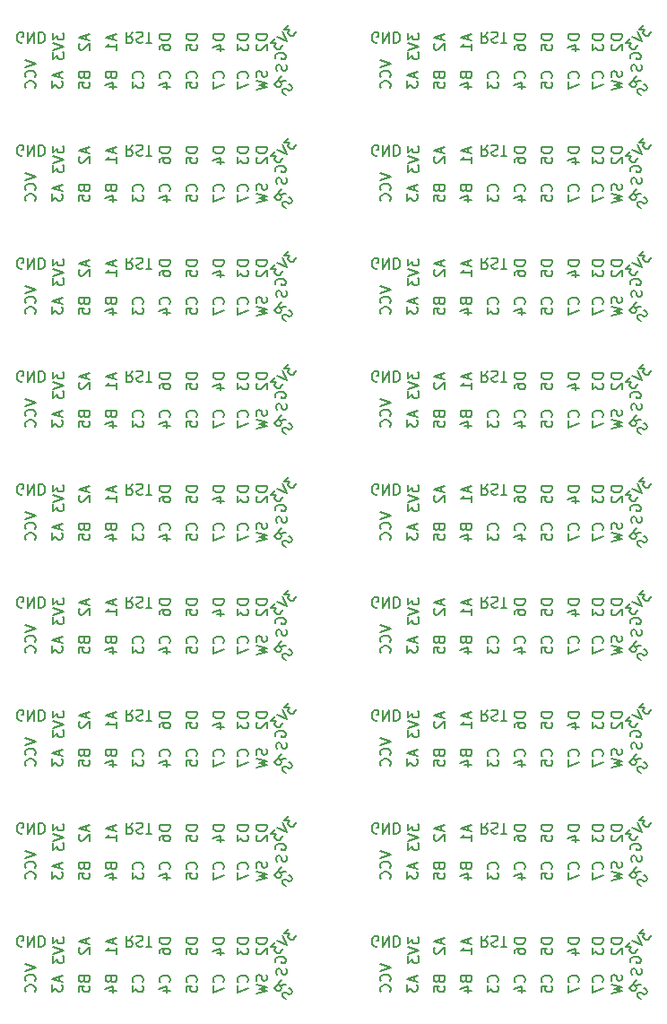
<source format=gbo>
G04 #@! TF.FileFunction,Legend,Bot*
%FSLAX46Y46*%
G04 Gerber Fmt 4.6, Leading zero omitted, Abs format (unit mm)*
G04 Created by KiCad (PCBNEW 4.0.6-e0-6349~53~ubuntu16.04.1) date Sun Jun 25 16:08:35 2017*
%MOMM*%
%LPD*%
G01*
G04 APERTURE LIST*
%ADD10C,0.100000*%
%ADD11C,0.150000*%
G04 APERTURE END LIST*
D10*
D11*
X42251381Y-88042905D02*
X42251381Y-88661953D01*
X42632333Y-88328619D01*
X42632333Y-88471477D01*
X42679952Y-88566715D01*
X42727571Y-88614334D01*
X42822810Y-88661953D01*
X43060905Y-88661953D01*
X43156143Y-88614334D01*
X43203762Y-88566715D01*
X43251381Y-88471477D01*
X43251381Y-88185762D01*
X43203762Y-88090524D01*
X43156143Y-88042905D01*
X42251381Y-88947667D02*
X43251381Y-89281000D01*
X42251381Y-89614334D01*
X42251381Y-89852429D02*
X42251381Y-90471477D01*
X42632333Y-90138143D01*
X42632333Y-90281001D01*
X42679952Y-90376239D01*
X42727571Y-90423858D01*
X42822810Y-90471477D01*
X43060905Y-90471477D01*
X43156143Y-90423858D01*
X43203762Y-90376239D01*
X43251381Y-90281001D01*
X43251381Y-89995286D01*
X43203762Y-89900048D01*
X43156143Y-89852429D01*
X42838667Y-91741714D02*
X42838667Y-92217905D01*
X43124381Y-91646476D02*
X42124381Y-91979809D01*
X43124381Y-92313143D01*
X42124381Y-92551238D02*
X42124381Y-93170286D01*
X42505333Y-92836952D01*
X42505333Y-92979810D01*
X42552952Y-93075048D01*
X42600571Y-93122667D01*
X42695810Y-93170286D01*
X42933905Y-93170286D01*
X43029143Y-93122667D01*
X43076762Y-93075048D01*
X43124381Y-92979810D01*
X43124381Y-92694095D01*
X43076762Y-92598857D01*
X43029143Y-92551238D01*
X45378667Y-88185714D02*
X45378667Y-88661905D01*
X45664381Y-88090476D02*
X44664381Y-88423809D01*
X45664381Y-88757143D01*
X44759619Y-89042857D02*
X44712000Y-89090476D01*
X44664381Y-89185714D01*
X44664381Y-89423810D01*
X44712000Y-89519048D01*
X44759619Y-89566667D01*
X44854857Y-89614286D01*
X44950095Y-89614286D01*
X45092952Y-89566667D01*
X45664381Y-88995238D01*
X45664381Y-89614286D01*
X47918667Y-88185714D02*
X47918667Y-88661905D01*
X48204381Y-88090476D02*
X47204381Y-88423809D01*
X48204381Y-88757143D01*
X48204381Y-89614286D02*
X48204381Y-89042857D01*
X48204381Y-89328571D02*
X47204381Y-89328571D01*
X47347238Y-89233333D01*
X47442476Y-89138095D01*
X47490095Y-89042857D01*
X49744381Y-87939619D02*
X49411047Y-88415810D01*
X49172952Y-87939619D02*
X49172952Y-88939619D01*
X49553905Y-88939619D01*
X49649143Y-88892000D01*
X49696762Y-88844381D01*
X49744381Y-88749143D01*
X49744381Y-88606286D01*
X49696762Y-88511048D01*
X49649143Y-88463429D01*
X49553905Y-88415810D01*
X49172952Y-88415810D01*
X50125333Y-87987238D02*
X50268190Y-87939619D01*
X50506286Y-87939619D01*
X50601524Y-87987238D01*
X50649143Y-88034857D01*
X50696762Y-88130095D01*
X50696762Y-88225333D01*
X50649143Y-88320571D01*
X50601524Y-88368190D01*
X50506286Y-88415810D01*
X50315809Y-88463429D01*
X50220571Y-88511048D01*
X50172952Y-88558667D01*
X50125333Y-88653905D01*
X50125333Y-88749143D01*
X50172952Y-88844381D01*
X50220571Y-88892000D01*
X50315809Y-88939619D01*
X50553905Y-88939619D01*
X50696762Y-88892000D01*
X50982476Y-88939619D02*
X51553905Y-88939619D01*
X51268190Y-87939619D02*
X51268190Y-88939619D01*
X53284381Y-88161905D02*
X52284381Y-88161905D01*
X52284381Y-88400000D01*
X52332000Y-88542858D01*
X52427238Y-88638096D01*
X52522476Y-88685715D01*
X52712952Y-88733334D01*
X52855810Y-88733334D01*
X53046286Y-88685715D01*
X53141524Y-88638096D01*
X53236762Y-88542858D01*
X53284381Y-88400000D01*
X53284381Y-88161905D01*
X52284381Y-89590477D02*
X52284381Y-89400000D01*
X52332000Y-89304762D01*
X52379619Y-89257143D01*
X52522476Y-89161905D01*
X52712952Y-89114286D01*
X53093905Y-89114286D01*
X53189143Y-89161905D01*
X53236762Y-89209524D01*
X53284381Y-89304762D01*
X53284381Y-89495239D01*
X53236762Y-89590477D01*
X53189143Y-89638096D01*
X53093905Y-89685715D01*
X52855810Y-89685715D01*
X52760571Y-89638096D01*
X52712952Y-89590477D01*
X52665333Y-89495239D01*
X52665333Y-89304762D01*
X52712952Y-89209524D01*
X52760571Y-89161905D01*
X52855810Y-89114286D01*
X55824381Y-88161905D02*
X54824381Y-88161905D01*
X54824381Y-88400000D01*
X54872000Y-88542858D01*
X54967238Y-88638096D01*
X55062476Y-88685715D01*
X55252952Y-88733334D01*
X55395810Y-88733334D01*
X55586286Y-88685715D01*
X55681524Y-88638096D01*
X55776762Y-88542858D01*
X55824381Y-88400000D01*
X55824381Y-88161905D01*
X54824381Y-89638096D02*
X54824381Y-89161905D01*
X55300571Y-89114286D01*
X55252952Y-89161905D01*
X55205333Y-89257143D01*
X55205333Y-89495239D01*
X55252952Y-89590477D01*
X55300571Y-89638096D01*
X55395810Y-89685715D01*
X55633905Y-89685715D01*
X55729143Y-89638096D01*
X55776762Y-89590477D01*
X55824381Y-89495239D01*
X55824381Y-89257143D01*
X55776762Y-89161905D01*
X55729143Y-89114286D01*
X58364381Y-88161905D02*
X57364381Y-88161905D01*
X57364381Y-88400000D01*
X57412000Y-88542858D01*
X57507238Y-88638096D01*
X57602476Y-88685715D01*
X57792952Y-88733334D01*
X57935810Y-88733334D01*
X58126286Y-88685715D01*
X58221524Y-88638096D01*
X58316762Y-88542858D01*
X58364381Y-88400000D01*
X58364381Y-88161905D01*
X57697714Y-89590477D02*
X58364381Y-89590477D01*
X57316762Y-89352381D02*
X58031048Y-89114286D01*
X58031048Y-89733334D01*
X60650381Y-88161905D02*
X59650381Y-88161905D01*
X59650381Y-88400000D01*
X59698000Y-88542858D01*
X59793238Y-88638096D01*
X59888476Y-88685715D01*
X60078952Y-88733334D01*
X60221810Y-88733334D01*
X60412286Y-88685715D01*
X60507524Y-88638096D01*
X60602762Y-88542858D01*
X60650381Y-88400000D01*
X60650381Y-88161905D01*
X59650381Y-89066667D02*
X59650381Y-89685715D01*
X60031333Y-89352381D01*
X60031333Y-89495239D01*
X60078952Y-89590477D01*
X60126571Y-89638096D01*
X60221810Y-89685715D01*
X60459905Y-89685715D01*
X60555143Y-89638096D01*
X60602762Y-89590477D01*
X60650381Y-89495239D01*
X60650381Y-89209524D01*
X60602762Y-89114286D01*
X60555143Y-89066667D01*
X62428381Y-88161905D02*
X61428381Y-88161905D01*
X61428381Y-88400000D01*
X61476000Y-88542858D01*
X61571238Y-88638096D01*
X61666476Y-88685715D01*
X61856952Y-88733334D01*
X61999810Y-88733334D01*
X62190286Y-88685715D01*
X62285524Y-88638096D01*
X62380762Y-88542858D01*
X62428381Y-88400000D01*
X62428381Y-88161905D01*
X61523619Y-89114286D02*
X61476000Y-89161905D01*
X61428381Y-89257143D01*
X61428381Y-89495239D01*
X61476000Y-89590477D01*
X61523619Y-89638096D01*
X61618857Y-89685715D01*
X61714095Y-89685715D01*
X61856952Y-89638096D01*
X62428381Y-89066667D01*
X62428381Y-89685715D01*
X45140571Y-92051239D02*
X45188190Y-92194096D01*
X45235810Y-92241715D01*
X45331048Y-92289334D01*
X45473905Y-92289334D01*
X45569143Y-92241715D01*
X45616762Y-92194096D01*
X45664381Y-92098858D01*
X45664381Y-91717905D01*
X44664381Y-91717905D01*
X44664381Y-92051239D01*
X44712000Y-92146477D01*
X44759619Y-92194096D01*
X44854857Y-92241715D01*
X44950095Y-92241715D01*
X45045333Y-92194096D01*
X45092952Y-92146477D01*
X45140571Y-92051239D01*
X45140571Y-91717905D01*
X44664381Y-93194096D02*
X44664381Y-92717905D01*
X45140571Y-92670286D01*
X45092952Y-92717905D01*
X45045333Y-92813143D01*
X45045333Y-93051239D01*
X45092952Y-93146477D01*
X45140571Y-93194096D01*
X45235810Y-93241715D01*
X45473905Y-93241715D01*
X45569143Y-93194096D01*
X45616762Y-93146477D01*
X45664381Y-93051239D01*
X45664381Y-92813143D01*
X45616762Y-92717905D01*
X45569143Y-92670286D01*
X47680571Y-92051239D02*
X47728190Y-92194096D01*
X47775810Y-92241715D01*
X47871048Y-92289334D01*
X48013905Y-92289334D01*
X48109143Y-92241715D01*
X48156762Y-92194096D01*
X48204381Y-92098858D01*
X48204381Y-91717905D01*
X47204381Y-91717905D01*
X47204381Y-92051239D01*
X47252000Y-92146477D01*
X47299619Y-92194096D01*
X47394857Y-92241715D01*
X47490095Y-92241715D01*
X47585333Y-92194096D01*
X47632952Y-92146477D01*
X47680571Y-92051239D01*
X47680571Y-91717905D01*
X47537714Y-93146477D02*
X48204381Y-93146477D01*
X47156762Y-92908381D02*
X47871048Y-92670286D01*
X47871048Y-93289334D01*
X50649143Y-92289334D02*
X50696762Y-92241715D01*
X50744381Y-92098858D01*
X50744381Y-92003620D01*
X50696762Y-91860762D01*
X50601524Y-91765524D01*
X50506286Y-91717905D01*
X50315810Y-91670286D01*
X50172952Y-91670286D01*
X49982476Y-91717905D01*
X49887238Y-91765524D01*
X49792000Y-91860762D01*
X49744381Y-92003620D01*
X49744381Y-92098858D01*
X49792000Y-92241715D01*
X49839619Y-92289334D01*
X49744381Y-92622667D02*
X49744381Y-93241715D01*
X50125333Y-92908381D01*
X50125333Y-93051239D01*
X50172952Y-93146477D01*
X50220571Y-93194096D01*
X50315810Y-93241715D01*
X50553905Y-93241715D01*
X50649143Y-93194096D01*
X50696762Y-93146477D01*
X50744381Y-93051239D01*
X50744381Y-92765524D01*
X50696762Y-92670286D01*
X50649143Y-92622667D01*
X53189143Y-92289334D02*
X53236762Y-92241715D01*
X53284381Y-92098858D01*
X53284381Y-92003620D01*
X53236762Y-91860762D01*
X53141524Y-91765524D01*
X53046286Y-91717905D01*
X52855810Y-91670286D01*
X52712952Y-91670286D01*
X52522476Y-91717905D01*
X52427238Y-91765524D01*
X52332000Y-91860762D01*
X52284381Y-92003620D01*
X52284381Y-92098858D01*
X52332000Y-92241715D01*
X52379619Y-92289334D01*
X52617714Y-93146477D02*
X53284381Y-93146477D01*
X52236762Y-92908381D02*
X52951048Y-92670286D01*
X52951048Y-93289334D01*
X55729143Y-92289334D02*
X55776762Y-92241715D01*
X55824381Y-92098858D01*
X55824381Y-92003620D01*
X55776762Y-91860762D01*
X55681524Y-91765524D01*
X55586286Y-91717905D01*
X55395810Y-91670286D01*
X55252952Y-91670286D01*
X55062476Y-91717905D01*
X54967238Y-91765524D01*
X54872000Y-91860762D01*
X54824381Y-92003620D01*
X54824381Y-92098858D01*
X54872000Y-92241715D01*
X54919619Y-92289334D01*
X54824381Y-93194096D02*
X54824381Y-92717905D01*
X55300571Y-92670286D01*
X55252952Y-92717905D01*
X55205333Y-92813143D01*
X55205333Y-93051239D01*
X55252952Y-93146477D01*
X55300571Y-93194096D01*
X55395810Y-93241715D01*
X55633905Y-93241715D01*
X55729143Y-93194096D01*
X55776762Y-93146477D01*
X55824381Y-93051239D01*
X55824381Y-92813143D01*
X55776762Y-92717905D01*
X55729143Y-92670286D01*
X58269143Y-92289334D02*
X58316762Y-92241715D01*
X58364381Y-92098858D01*
X58364381Y-92003620D01*
X58316762Y-91860762D01*
X58221524Y-91765524D01*
X58126286Y-91717905D01*
X57935810Y-91670286D01*
X57792952Y-91670286D01*
X57602476Y-91717905D01*
X57507238Y-91765524D01*
X57412000Y-91860762D01*
X57364381Y-92003620D01*
X57364381Y-92098858D01*
X57412000Y-92241715D01*
X57459619Y-92289334D01*
X57364381Y-92622667D02*
X57364381Y-93289334D01*
X58364381Y-92860762D01*
X60555143Y-92289334D02*
X60602762Y-92241715D01*
X60650381Y-92098858D01*
X60650381Y-92003620D01*
X60602762Y-91860762D01*
X60507524Y-91765524D01*
X60412286Y-91717905D01*
X60221810Y-91670286D01*
X60078952Y-91670286D01*
X59888476Y-91717905D01*
X59793238Y-91765524D01*
X59698000Y-91860762D01*
X59650381Y-92003620D01*
X59650381Y-92098858D01*
X59698000Y-92241715D01*
X59745619Y-92289334D01*
X59650381Y-92622667D02*
X59650381Y-93289334D01*
X60650381Y-92860762D01*
X62380762Y-91598857D02*
X62428381Y-91741714D01*
X62428381Y-91979810D01*
X62380762Y-92075048D01*
X62333143Y-92122667D01*
X62237905Y-92170286D01*
X62142667Y-92170286D01*
X62047429Y-92122667D01*
X61999810Y-92075048D01*
X61952190Y-91979810D01*
X61904571Y-91789333D01*
X61856952Y-91694095D01*
X61809333Y-91646476D01*
X61714095Y-91598857D01*
X61618857Y-91598857D01*
X61523619Y-91646476D01*
X61476000Y-91694095D01*
X61428381Y-91789333D01*
X61428381Y-92027429D01*
X61476000Y-92170286D01*
X61428381Y-92503619D02*
X62428381Y-92741714D01*
X61714095Y-92932191D01*
X62428381Y-93122667D01*
X61428381Y-93360762D01*
X39370096Y-88892000D02*
X39274858Y-88939619D01*
X39132001Y-88939619D01*
X38989143Y-88892000D01*
X38893905Y-88796762D01*
X38846286Y-88701524D01*
X38798667Y-88511048D01*
X38798667Y-88368190D01*
X38846286Y-88177714D01*
X38893905Y-88082476D01*
X38989143Y-87987238D01*
X39132001Y-87939619D01*
X39227239Y-87939619D01*
X39370096Y-87987238D01*
X39417715Y-88034857D01*
X39417715Y-88368190D01*
X39227239Y-88368190D01*
X39846286Y-87939619D02*
X39846286Y-88939619D01*
X40417715Y-87939619D01*
X40417715Y-88939619D01*
X40893905Y-87939619D02*
X40893905Y-88939619D01*
X41132000Y-88939619D01*
X41274858Y-88892000D01*
X41370096Y-88796762D01*
X41417715Y-88701524D01*
X41465334Y-88511048D01*
X41465334Y-88368190D01*
X41417715Y-88177714D01*
X41370096Y-88082476D01*
X41274858Y-87987238D01*
X41132000Y-87939619D01*
X40893905Y-87939619D01*
X39584381Y-90614667D02*
X40584381Y-90948000D01*
X39584381Y-91281334D01*
X40489143Y-92186096D02*
X40536762Y-92138477D01*
X40584381Y-91995620D01*
X40584381Y-91900382D01*
X40536762Y-91757524D01*
X40441524Y-91662286D01*
X40346286Y-91614667D01*
X40155810Y-91567048D01*
X40012952Y-91567048D01*
X39822476Y-91614667D01*
X39727238Y-91662286D01*
X39632000Y-91757524D01*
X39584381Y-91900382D01*
X39584381Y-91995620D01*
X39632000Y-92138477D01*
X39679619Y-92186096D01*
X40489143Y-93186096D02*
X40536762Y-93138477D01*
X40584381Y-92995620D01*
X40584381Y-92900382D01*
X40536762Y-92757524D01*
X40441524Y-92662286D01*
X40346286Y-92614667D01*
X40155810Y-92567048D01*
X40012952Y-92567048D01*
X39822476Y-92614667D01*
X39727238Y-92662286D01*
X39632000Y-92757524D01*
X39584381Y-92900382D01*
X39584381Y-92995620D01*
X39632000Y-93138477D01*
X39679619Y-93186096D01*
X64496240Y-87256310D02*
X64058507Y-87694043D01*
X64563584Y-87727714D01*
X64462568Y-87828729D01*
X64428896Y-87929745D01*
X64428896Y-87997088D01*
X64462569Y-88098104D01*
X64630927Y-88266462D01*
X64731942Y-88300134D01*
X64799286Y-88300134D01*
X64900301Y-88266462D01*
X65102332Y-88064431D01*
X65136004Y-87963416D01*
X65136004Y-87896073D01*
X63856477Y-87896073D02*
X64327882Y-88838882D01*
X63385072Y-88367478D01*
X63216714Y-88535836D02*
X62778981Y-88973569D01*
X63284057Y-89007240D01*
X63183041Y-89108256D01*
X63149369Y-89209271D01*
X63149369Y-89276615D01*
X63183042Y-89377631D01*
X63351400Y-89545989D01*
X63452416Y-89579661D01*
X63519759Y-89579661D01*
X63620774Y-89545989D01*
X63822805Y-89343958D01*
X63856477Y-89242943D01*
X63856477Y-89175600D01*
X64210031Y-92526268D02*
X63637610Y-92627283D01*
X63805970Y-92122206D02*
X63098863Y-92829313D01*
X63368237Y-93098688D01*
X63469253Y-93132359D01*
X63536596Y-93132359D01*
X63637611Y-93098688D01*
X63738626Y-92997672D01*
X63772298Y-92896657D01*
X63772298Y-92829314D01*
X63738626Y-92728299D01*
X63469252Y-92458924D01*
X64445733Y-92829313D02*
X64580420Y-92896657D01*
X64748779Y-93065016D01*
X64782451Y-93166031D01*
X64782451Y-93233374D01*
X64748779Y-93334390D01*
X64681436Y-93401733D01*
X64580421Y-93435405D01*
X64513077Y-93435405D01*
X64412061Y-93401734D01*
X64243702Y-93300718D01*
X64142687Y-93267046D01*
X64075343Y-93267046D01*
X63974328Y-93300718D01*
X63906985Y-93368061D01*
X63873313Y-93469076D01*
X63873313Y-93536420D01*
X63906985Y-93637435D01*
X64075344Y-93805794D01*
X64210031Y-93873138D01*
X63349238Y-91598714D02*
X63301619Y-91455857D01*
X63301619Y-91217761D01*
X63349238Y-91122523D01*
X63396857Y-91074904D01*
X63492095Y-91027285D01*
X63587333Y-91027285D01*
X63682571Y-91074904D01*
X63730190Y-91122523D01*
X63777810Y-91217761D01*
X63825429Y-91408238D01*
X63873048Y-91503476D01*
X63920667Y-91551095D01*
X64015905Y-91598714D01*
X64111143Y-91598714D01*
X64206381Y-91551095D01*
X64254000Y-91503476D01*
X64301619Y-91408238D01*
X64301619Y-91170142D01*
X64254000Y-91027285D01*
X63254000Y-90431905D02*
X63206381Y-90336667D01*
X63206381Y-90193810D01*
X63254000Y-90050952D01*
X63349238Y-89955714D01*
X63444476Y-89908095D01*
X63634952Y-89860476D01*
X63777810Y-89860476D01*
X63968286Y-89908095D01*
X64063524Y-89955714D01*
X64158762Y-90050952D01*
X64206381Y-90193810D01*
X64206381Y-90289048D01*
X64158762Y-90431905D01*
X64111143Y-90479524D01*
X63777810Y-90479524D01*
X63777810Y-90289048D01*
X42251381Y-77374905D02*
X42251381Y-77993953D01*
X42632333Y-77660619D01*
X42632333Y-77803477D01*
X42679952Y-77898715D01*
X42727571Y-77946334D01*
X42822810Y-77993953D01*
X43060905Y-77993953D01*
X43156143Y-77946334D01*
X43203762Y-77898715D01*
X43251381Y-77803477D01*
X43251381Y-77517762D01*
X43203762Y-77422524D01*
X43156143Y-77374905D01*
X42251381Y-78279667D02*
X43251381Y-78613000D01*
X42251381Y-78946334D01*
X42251381Y-79184429D02*
X42251381Y-79803477D01*
X42632333Y-79470143D01*
X42632333Y-79613001D01*
X42679952Y-79708239D01*
X42727571Y-79755858D01*
X42822810Y-79803477D01*
X43060905Y-79803477D01*
X43156143Y-79755858D01*
X43203762Y-79708239D01*
X43251381Y-79613001D01*
X43251381Y-79327286D01*
X43203762Y-79232048D01*
X43156143Y-79184429D01*
X42838667Y-81073714D02*
X42838667Y-81549905D01*
X43124381Y-80978476D02*
X42124381Y-81311809D01*
X43124381Y-81645143D01*
X42124381Y-81883238D02*
X42124381Y-82502286D01*
X42505333Y-82168952D01*
X42505333Y-82311810D01*
X42552952Y-82407048D01*
X42600571Y-82454667D01*
X42695810Y-82502286D01*
X42933905Y-82502286D01*
X43029143Y-82454667D01*
X43076762Y-82407048D01*
X43124381Y-82311810D01*
X43124381Y-82026095D01*
X43076762Y-81930857D01*
X43029143Y-81883238D01*
X45378667Y-77517714D02*
X45378667Y-77993905D01*
X45664381Y-77422476D02*
X44664381Y-77755809D01*
X45664381Y-78089143D01*
X44759619Y-78374857D02*
X44712000Y-78422476D01*
X44664381Y-78517714D01*
X44664381Y-78755810D01*
X44712000Y-78851048D01*
X44759619Y-78898667D01*
X44854857Y-78946286D01*
X44950095Y-78946286D01*
X45092952Y-78898667D01*
X45664381Y-78327238D01*
X45664381Y-78946286D01*
X47918667Y-77517714D02*
X47918667Y-77993905D01*
X48204381Y-77422476D02*
X47204381Y-77755809D01*
X48204381Y-78089143D01*
X48204381Y-78946286D02*
X48204381Y-78374857D01*
X48204381Y-78660571D02*
X47204381Y-78660571D01*
X47347238Y-78565333D01*
X47442476Y-78470095D01*
X47490095Y-78374857D01*
X49744381Y-77271619D02*
X49411047Y-77747810D01*
X49172952Y-77271619D02*
X49172952Y-78271619D01*
X49553905Y-78271619D01*
X49649143Y-78224000D01*
X49696762Y-78176381D01*
X49744381Y-78081143D01*
X49744381Y-77938286D01*
X49696762Y-77843048D01*
X49649143Y-77795429D01*
X49553905Y-77747810D01*
X49172952Y-77747810D01*
X50125333Y-77319238D02*
X50268190Y-77271619D01*
X50506286Y-77271619D01*
X50601524Y-77319238D01*
X50649143Y-77366857D01*
X50696762Y-77462095D01*
X50696762Y-77557333D01*
X50649143Y-77652571D01*
X50601524Y-77700190D01*
X50506286Y-77747810D01*
X50315809Y-77795429D01*
X50220571Y-77843048D01*
X50172952Y-77890667D01*
X50125333Y-77985905D01*
X50125333Y-78081143D01*
X50172952Y-78176381D01*
X50220571Y-78224000D01*
X50315809Y-78271619D01*
X50553905Y-78271619D01*
X50696762Y-78224000D01*
X50982476Y-78271619D02*
X51553905Y-78271619D01*
X51268190Y-77271619D02*
X51268190Y-78271619D01*
X53284381Y-77493905D02*
X52284381Y-77493905D01*
X52284381Y-77732000D01*
X52332000Y-77874858D01*
X52427238Y-77970096D01*
X52522476Y-78017715D01*
X52712952Y-78065334D01*
X52855810Y-78065334D01*
X53046286Y-78017715D01*
X53141524Y-77970096D01*
X53236762Y-77874858D01*
X53284381Y-77732000D01*
X53284381Y-77493905D01*
X52284381Y-78922477D02*
X52284381Y-78732000D01*
X52332000Y-78636762D01*
X52379619Y-78589143D01*
X52522476Y-78493905D01*
X52712952Y-78446286D01*
X53093905Y-78446286D01*
X53189143Y-78493905D01*
X53236762Y-78541524D01*
X53284381Y-78636762D01*
X53284381Y-78827239D01*
X53236762Y-78922477D01*
X53189143Y-78970096D01*
X53093905Y-79017715D01*
X52855810Y-79017715D01*
X52760571Y-78970096D01*
X52712952Y-78922477D01*
X52665333Y-78827239D01*
X52665333Y-78636762D01*
X52712952Y-78541524D01*
X52760571Y-78493905D01*
X52855810Y-78446286D01*
X55824381Y-77493905D02*
X54824381Y-77493905D01*
X54824381Y-77732000D01*
X54872000Y-77874858D01*
X54967238Y-77970096D01*
X55062476Y-78017715D01*
X55252952Y-78065334D01*
X55395810Y-78065334D01*
X55586286Y-78017715D01*
X55681524Y-77970096D01*
X55776762Y-77874858D01*
X55824381Y-77732000D01*
X55824381Y-77493905D01*
X54824381Y-78970096D02*
X54824381Y-78493905D01*
X55300571Y-78446286D01*
X55252952Y-78493905D01*
X55205333Y-78589143D01*
X55205333Y-78827239D01*
X55252952Y-78922477D01*
X55300571Y-78970096D01*
X55395810Y-79017715D01*
X55633905Y-79017715D01*
X55729143Y-78970096D01*
X55776762Y-78922477D01*
X55824381Y-78827239D01*
X55824381Y-78589143D01*
X55776762Y-78493905D01*
X55729143Y-78446286D01*
X58364381Y-77493905D02*
X57364381Y-77493905D01*
X57364381Y-77732000D01*
X57412000Y-77874858D01*
X57507238Y-77970096D01*
X57602476Y-78017715D01*
X57792952Y-78065334D01*
X57935810Y-78065334D01*
X58126286Y-78017715D01*
X58221524Y-77970096D01*
X58316762Y-77874858D01*
X58364381Y-77732000D01*
X58364381Y-77493905D01*
X57697714Y-78922477D02*
X58364381Y-78922477D01*
X57316762Y-78684381D02*
X58031048Y-78446286D01*
X58031048Y-79065334D01*
X60650381Y-77493905D02*
X59650381Y-77493905D01*
X59650381Y-77732000D01*
X59698000Y-77874858D01*
X59793238Y-77970096D01*
X59888476Y-78017715D01*
X60078952Y-78065334D01*
X60221810Y-78065334D01*
X60412286Y-78017715D01*
X60507524Y-77970096D01*
X60602762Y-77874858D01*
X60650381Y-77732000D01*
X60650381Y-77493905D01*
X59650381Y-78398667D02*
X59650381Y-79017715D01*
X60031333Y-78684381D01*
X60031333Y-78827239D01*
X60078952Y-78922477D01*
X60126571Y-78970096D01*
X60221810Y-79017715D01*
X60459905Y-79017715D01*
X60555143Y-78970096D01*
X60602762Y-78922477D01*
X60650381Y-78827239D01*
X60650381Y-78541524D01*
X60602762Y-78446286D01*
X60555143Y-78398667D01*
X62428381Y-77493905D02*
X61428381Y-77493905D01*
X61428381Y-77732000D01*
X61476000Y-77874858D01*
X61571238Y-77970096D01*
X61666476Y-78017715D01*
X61856952Y-78065334D01*
X61999810Y-78065334D01*
X62190286Y-78017715D01*
X62285524Y-77970096D01*
X62380762Y-77874858D01*
X62428381Y-77732000D01*
X62428381Y-77493905D01*
X61523619Y-78446286D02*
X61476000Y-78493905D01*
X61428381Y-78589143D01*
X61428381Y-78827239D01*
X61476000Y-78922477D01*
X61523619Y-78970096D01*
X61618857Y-79017715D01*
X61714095Y-79017715D01*
X61856952Y-78970096D01*
X62428381Y-78398667D01*
X62428381Y-79017715D01*
X45140571Y-81383239D02*
X45188190Y-81526096D01*
X45235810Y-81573715D01*
X45331048Y-81621334D01*
X45473905Y-81621334D01*
X45569143Y-81573715D01*
X45616762Y-81526096D01*
X45664381Y-81430858D01*
X45664381Y-81049905D01*
X44664381Y-81049905D01*
X44664381Y-81383239D01*
X44712000Y-81478477D01*
X44759619Y-81526096D01*
X44854857Y-81573715D01*
X44950095Y-81573715D01*
X45045333Y-81526096D01*
X45092952Y-81478477D01*
X45140571Y-81383239D01*
X45140571Y-81049905D01*
X44664381Y-82526096D02*
X44664381Y-82049905D01*
X45140571Y-82002286D01*
X45092952Y-82049905D01*
X45045333Y-82145143D01*
X45045333Y-82383239D01*
X45092952Y-82478477D01*
X45140571Y-82526096D01*
X45235810Y-82573715D01*
X45473905Y-82573715D01*
X45569143Y-82526096D01*
X45616762Y-82478477D01*
X45664381Y-82383239D01*
X45664381Y-82145143D01*
X45616762Y-82049905D01*
X45569143Y-82002286D01*
X47680571Y-81383239D02*
X47728190Y-81526096D01*
X47775810Y-81573715D01*
X47871048Y-81621334D01*
X48013905Y-81621334D01*
X48109143Y-81573715D01*
X48156762Y-81526096D01*
X48204381Y-81430858D01*
X48204381Y-81049905D01*
X47204381Y-81049905D01*
X47204381Y-81383239D01*
X47252000Y-81478477D01*
X47299619Y-81526096D01*
X47394857Y-81573715D01*
X47490095Y-81573715D01*
X47585333Y-81526096D01*
X47632952Y-81478477D01*
X47680571Y-81383239D01*
X47680571Y-81049905D01*
X47537714Y-82478477D02*
X48204381Y-82478477D01*
X47156762Y-82240381D02*
X47871048Y-82002286D01*
X47871048Y-82621334D01*
X50649143Y-81621334D02*
X50696762Y-81573715D01*
X50744381Y-81430858D01*
X50744381Y-81335620D01*
X50696762Y-81192762D01*
X50601524Y-81097524D01*
X50506286Y-81049905D01*
X50315810Y-81002286D01*
X50172952Y-81002286D01*
X49982476Y-81049905D01*
X49887238Y-81097524D01*
X49792000Y-81192762D01*
X49744381Y-81335620D01*
X49744381Y-81430858D01*
X49792000Y-81573715D01*
X49839619Y-81621334D01*
X49744381Y-81954667D02*
X49744381Y-82573715D01*
X50125333Y-82240381D01*
X50125333Y-82383239D01*
X50172952Y-82478477D01*
X50220571Y-82526096D01*
X50315810Y-82573715D01*
X50553905Y-82573715D01*
X50649143Y-82526096D01*
X50696762Y-82478477D01*
X50744381Y-82383239D01*
X50744381Y-82097524D01*
X50696762Y-82002286D01*
X50649143Y-81954667D01*
X53189143Y-81621334D02*
X53236762Y-81573715D01*
X53284381Y-81430858D01*
X53284381Y-81335620D01*
X53236762Y-81192762D01*
X53141524Y-81097524D01*
X53046286Y-81049905D01*
X52855810Y-81002286D01*
X52712952Y-81002286D01*
X52522476Y-81049905D01*
X52427238Y-81097524D01*
X52332000Y-81192762D01*
X52284381Y-81335620D01*
X52284381Y-81430858D01*
X52332000Y-81573715D01*
X52379619Y-81621334D01*
X52617714Y-82478477D02*
X53284381Y-82478477D01*
X52236762Y-82240381D02*
X52951048Y-82002286D01*
X52951048Y-82621334D01*
X55729143Y-81621334D02*
X55776762Y-81573715D01*
X55824381Y-81430858D01*
X55824381Y-81335620D01*
X55776762Y-81192762D01*
X55681524Y-81097524D01*
X55586286Y-81049905D01*
X55395810Y-81002286D01*
X55252952Y-81002286D01*
X55062476Y-81049905D01*
X54967238Y-81097524D01*
X54872000Y-81192762D01*
X54824381Y-81335620D01*
X54824381Y-81430858D01*
X54872000Y-81573715D01*
X54919619Y-81621334D01*
X54824381Y-82526096D02*
X54824381Y-82049905D01*
X55300571Y-82002286D01*
X55252952Y-82049905D01*
X55205333Y-82145143D01*
X55205333Y-82383239D01*
X55252952Y-82478477D01*
X55300571Y-82526096D01*
X55395810Y-82573715D01*
X55633905Y-82573715D01*
X55729143Y-82526096D01*
X55776762Y-82478477D01*
X55824381Y-82383239D01*
X55824381Y-82145143D01*
X55776762Y-82049905D01*
X55729143Y-82002286D01*
X58269143Y-81621334D02*
X58316762Y-81573715D01*
X58364381Y-81430858D01*
X58364381Y-81335620D01*
X58316762Y-81192762D01*
X58221524Y-81097524D01*
X58126286Y-81049905D01*
X57935810Y-81002286D01*
X57792952Y-81002286D01*
X57602476Y-81049905D01*
X57507238Y-81097524D01*
X57412000Y-81192762D01*
X57364381Y-81335620D01*
X57364381Y-81430858D01*
X57412000Y-81573715D01*
X57459619Y-81621334D01*
X57364381Y-81954667D02*
X57364381Y-82621334D01*
X58364381Y-82192762D01*
X60555143Y-81621334D02*
X60602762Y-81573715D01*
X60650381Y-81430858D01*
X60650381Y-81335620D01*
X60602762Y-81192762D01*
X60507524Y-81097524D01*
X60412286Y-81049905D01*
X60221810Y-81002286D01*
X60078952Y-81002286D01*
X59888476Y-81049905D01*
X59793238Y-81097524D01*
X59698000Y-81192762D01*
X59650381Y-81335620D01*
X59650381Y-81430858D01*
X59698000Y-81573715D01*
X59745619Y-81621334D01*
X59650381Y-81954667D02*
X59650381Y-82621334D01*
X60650381Y-82192762D01*
X62380762Y-80930857D02*
X62428381Y-81073714D01*
X62428381Y-81311810D01*
X62380762Y-81407048D01*
X62333143Y-81454667D01*
X62237905Y-81502286D01*
X62142667Y-81502286D01*
X62047429Y-81454667D01*
X61999810Y-81407048D01*
X61952190Y-81311810D01*
X61904571Y-81121333D01*
X61856952Y-81026095D01*
X61809333Y-80978476D01*
X61714095Y-80930857D01*
X61618857Y-80930857D01*
X61523619Y-80978476D01*
X61476000Y-81026095D01*
X61428381Y-81121333D01*
X61428381Y-81359429D01*
X61476000Y-81502286D01*
X61428381Y-81835619D02*
X62428381Y-82073714D01*
X61714095Y-82264191D01*
X62428381Y-82454667D01*
X61428381Y-82692762D01*
X39370096Y-78224000D02*
X39274858Y-78271619D01*
X39132001Y-78271619D01*
X38989143Y-78224000D01*
X38893905Y-78128762D01*
X38846286Y-78033524D01*
X38798667Y-77843048D01*
X38798667Y-77700190D01*
X38846286Y-77509714D01*
X38893905Y-77414476D01*
X38989143Y-77319238D01*
X39132001Y-77271619D01*
X39227239Y-77271619D01*
X39370096Y-77319238D01*
X39417715Y-77366857D01*
X39417715Y-77700190D01*
X39227239Y-77700190D01*
X39846286Y-77271619D02*
X39846286Y-78271619D01*
X40417715Y-77271619D01*
X40417715Y-78271619D01*
X40893905Y-77271619D02*
X40893905Y-78271619D01*
X41132000Y-78271619D01*
X41274858Y-78224000D01*
X41370096Y-78128762D01*
X41417715Y-78033524D01*
X41465334Y-77843048D01*
X41465334Y-77700190D01*
X41417715Y-77509714D01*
X41370096Y-77414476D01*
X41274858Y-77319238D01*
X41132000Y-77271619D01*
X40893905Y-77271619D01*
X39584381Y-79946667D02*
X40584381Y-80280000D01*
X39584381Y-80613334D01*
X40489143Y-81518096D02*
X40536762Y-81470477D01*
X40584381Y-81327620D01*
X40584381Y-81232382D01*
X40536762Y-81089524D01*
X40441524Y-80994286D01*
X40346286Y-80946667D01*
X40155810Y-80899048D01*
X40012952Y-80899048D01*
X39822476Y-80946667D01*
X39727238Y-80994286D01*
X39632000Y-81089524D01*
X39584381Y-81232382D01*
X39584381Y-81327620D01*
X39632000Y-81470477D01*
X39679619Y-81518096D01*
X40489143Y-82518096D02*
X40536762Y-82470477D01*
X40584381Y-82327620D01*
X40584381Y-82232382D01*
X40536762Y-82089524D01*
X40441524Y-81994286D01*
X40346286Y-81946667D01*
X40155810Y-81899048D01*
X40012952Y-81899048D01*
X39822476Y-81946667D01*
X39727238Y-81994286D01*
X39632000Y-82089524D01*
X39584381Y-82232382D01*
X39584381Y-82327620D01*
X39632000Y-82470477D01*
X39679619Y-82518096D01*
X64496240Y-76588310D02*
X64058507Y-77026043D01*
X64563584Y-77059714D01*
X64462568Y-77160729D01*
X64428896Y-77261745D01*
X64428896Y-77329088D01*
X64462569Y-77430104D01*
X64630927Y-77598462D01*
X64731942Y-77632134D01*
X64799286Y-77632134D01*
X64900301Y-77598462D01*
X65102332Y-77396431D01*
X65136004Y-77295416D01*
X65136004Y-77228073D01*
X63856477Y-77228073D02*
X64327882Y-78170882D01*
X63385072Y-77699478D01*
X63216714Y-77867836D02*
X62778981Y-78305569D01*
X63284057Y-78339240D01*
X63183041Y-78440256D01*
X63149369Y-78541271D01*
X63149369Y-78608615D01*
X63183042Y-78709631D01*
X63351400Y-78877989D01*
X63452416Y-78911661D01*
X63519759Y-78911661D01*
X63620774Y-78877989D01*
X63822805Y-78675958D01*
X63856477Y-78574943D01*
X63856477Y-78507600D01*
X64210031Y-81858268D02*
X63637610Y-81959283D01*
X63805970Y-81454206D02*
X63098863Y-82161313D01*
X63368237Y-82430688D01*
X63469253Y-82464359D01*
X63536596Y-82464359D01*
X63637611Y-82430688D01*
X63738626Y-82329672D01*
X63772298Y-82228657D01*
X63772298Y-82161314D01*
X63738626Y-82060299D01*
X63469252Y-81790924D01*
X64445733Y-82161313D02*
X64580420Y-82228657D01*
X64748779Y-82397016D01*
X64782451Y-82498031D01*
X64782451Y-82565374D01*
X64748779Y-82666390D01*
X64681436Y-82733733D01*
X64580421Y-82767405D01*
X64513077Y-82767405D01*
X64412061Y-82733734D01*
X64243702Y-82632718D01*
X64142687Y-82599046D01*
X64075343Y-82599046D01*
X63974328Y-82632718D01*
X63906985Y-82700061D01*
X63873313Y-82801076D01*
X63873313Y-82868420D01*
X63906985Y-82969435D01*
X64075344Y-83137794D01*
X64210031Y-83205138D01*
X63349238Y-80930714D02*
X63301619Y-80787857D01*
X63301619Y-80549761D01*
X63349238Y-80454523D01*
X63396857Y-80406904D01*
X63492095Y-80359285D01*
X63587333Y-80359285D01*
X63682571Y-80406904D01*
X63730190Y-80454523D01*
X63777810Y-80549761D01*
X63825429Y-80740238D01*
X63873048Y-80835476D01*
X63920667Y-80883095D01*
X64015905Y-80930714D01*
X64111143Y-80930714D01*
X64206381Y-80883095D01*
X64254000Y-80835476D01*
X64301619Y-80740238D01*
X64301619Y-80502142D01*
X64254000Y-80359285D01*
X63254000Y-79763905D02*
X63206381Y-79668667D01*
X63206381Y-79525810D01*
X63254000Y-79382952D01*
X63349238Y-79287714D01*
X63444476Y-79240095D01*
X63634952Y-79192476D01*
X63777810Y-79192476D01*
X63968286Y-79240095D01*
X64063524Y-79287714D01*
X64158762Y-79382952D01*
X64206381Y-79525810D01*
X64206381Y-79621048D01*
X64158762Y-79763905D01*
X64111143Y-79811524D01*
X63777810Y-79811524D01*
X63777810Y-79621048D01*
X42251381Y-66706905D02*
X42251381Y-67325953D01*
X42632333Y-66992619D01*
X42632333Y-67135477D01*
X42679952Y-67230715D01*
X42727571Y-67278334D01*
X42822810Y-67325953D01*
X43060905Y-67325953D01*
X43156143Y-67278334D01*
X43203762Y-67230715D01*
X43251381Y-67135477D01*
X43251381Y-66849762D01*
X43203762Y-66754524D01*
X43156143Y-66706905D01*
X42251381Y-67611667D02*
X43251381Y-67945000D01*
X42251381Y-68278334D01*
X42251381Y-68516429D02*
X42251381Y-69135477D01*
X42632333Y-68802143D01*
X42632333Y-68945001D01*
X42679952Y-69040239D01*
X42727571Y-69087858D01*
X42822810Y-69135477D01*
X43060905Y-69135477D01*
X43156143Y-69087858D01*
X43203762Y-69040239D01*
X43251381Y-68945001D01*
X43251381Y-68659286D01*
X43203762Y-68564048D01*
X43156143Y-68516429D01*
X42838667Y-70405714D02*
X42838667Y-70881905D01*
X43124381Y-70310476D02*
X42124381Y-70643809D01*
X43124381Y-70977143D01*
X42124381Y-71215238D02*
X42124381Y-71834286D01*
X42505333Y-71500952D01*
X42505333Y-71643810D01*
X42552952Y-71739048D01*
X42600571Y-71786667D01*
X42695810Y-71834286D01*
X42933905Y-71834286D01*
X43029143Y-71786667D01*
X43076762Y-71739048D01*
X43124381Y-71643810D01*
X43124381Y-71358095D01*
X43076762Y-71262857D01*
X43029143Y-71215238D01*
X45378667Y-66849714D02*
X45378667Y-67325905D01*
X45664381Y-66754476D02*
X44664381Y-67087809D01*
X45664381Y-67421143D01*
X44759619Y-67706857D02*
X44712000Y-67754476D01*
X44664381Y-67849714D01*
X44664381Y-68087810D01*
X44712000Y-68183048D01*
X44759619Y-68230667D01*
X44854857Y-68278286D01*
X44950095Y-68278286D01*
X45092952Y-68230667D01*
X45664381Y-67659238D01*
X45664381Y-68278286D01*
X47918667Y-66849714D02*
X47918667Y-67325905D01*
X48204381Y-66754476D02*
X47204381Y-67087809D01*
X48204381Y-67421143D01*
X48204381Y-68278286D02*
X48204381Y-67706857D01*
X48204381Y-67992571D02*
X47204381Y-67992571D01*
X47347238Y-67897333D01*
X47442476Y-67802095D01*
X47490095Y-67706857D01*
X49744381Y-66603619D02*
X49411047Y-67079810D01*
X49172952Y-66603619D02*
X49172952Y-67603619D01*
X49553905Y-67603619D01*
X49649143Y-67556000D01*
X49696762Y-67508381D01*
X49744381Y-67413143D01*
X49744381Y-67270286D01*
X49696762Y-67175048D01*
X49649143Y-67127429D01*
X49553905Y-67079810D01*
X49172952Y-67079810D01*
X50125333Y-66651238D02*
X50268190Y-66603619D01*
X50506286Y-66603619D01*
X50601524Y-66651238D01*
X50649143Y-66698857D01*
X50696762Y-66794095D01*
X50696762Y-66889333D01*
X50649143Y-66984571D01*
X50601524Y-67032190D01*
X50506286Y-67079810D01*
X50315809Y-67127429D01*
X50220571Y-67175048D01*
X50172952Y-67222667D01*
X50125333Y-67317905D01*
X50125333Y-67413143D01*
X50172952Y-67508381D01*
X50220571Y-67556000D01*
X50315809Y-67603619D01*
X50553905Y-67603619D01*
X50696762Y-67556000D01*
X50982476Y-67603619D02*
X51553905Y-67603619D01*
X51268190Y-66603619D02*
X51268190Y-67603619D01*
X53284381Y-66825905D02*
X52284381Y-66825905D01*
X52284381Y-67064000D01*
X52332000Y-67206858D01*
X52427238Y-67302096D01*
X52522476Y-67349715D01*
X52712952Y-67397334D01*
X52855810Y-67397334D01*
X53046286Y-67349715D01*
X53141524Y-67302096D01*
X53236762Y-67206858D01*
X53284381Y-67064000D01*
X53284381Y-66825905D01*
X52284381Y-68254477D02*
X52284381Y-68064000D01*
X52332000Y-67968762D01*
X52379619Y-67921143D01*
X52522476Y-67825905D01*
X52712952Y-67778286D01*
X53093905Y-67778286D01*
X53189143Y-67825905D01*
X53236762Y-67873524D01*
X53284381Y-67968762D01*
X53284381Y-68159239D01*
X53236762Y-68254477D01*
X53189143Y-68302096D01*
X53093905Y-68349715D01*
X52855810Y-68349715D01*
X52760571Y-68302096D01*
X52712952Y-68254477D01*
X52665333Y-68159239D01*
X52665333Y-67968762D01*
X52712952Y-67873524D01*
X52760571Y-67825905D01*
X52855810Y-67778286D01*
X55824381Y-66825905D02*
X54824381Y-66825905D01*
X54824381Y-67064000D01*
X54872000Y-67206858D01*
X54967238Y-67302096D01*
X55062476Y-67349715D01*
X55252952Y-67397334D01*
X55395810Y-67397334D01*
X55586286Y-67349715D01*
X55681524Y-67302096D01*
X55776762Y-67206858D01*
X55824381Y-67064000D01*
X55824381Y-66825905D01*
X54824381Y-68302096D02*
X54824381Y-67825905D01*
X55300571Y-67778286D01*
X55252952Y-67825905D01*
X55205333Y-67921143D01*
X55205333Y-68159239D01*
X55252952Y-68254477D01*
X55300571Y-68302096D01*
X55395810Y-68349715D01*
X55633905Y-68349715D01*
X55729143Y-68302096D01*
X55776762Y-68254477D01*
X55824381Y-68159239D01*
X55824381Y-67921143D01*
X55776762Y-67825905D01*
X55729143Y-67778286D01*
X58364381Y-66825905D02*
X57364381Y-66825905D01*
X57364381Y-67064000D01*
X57412000Y-67206858D01*
X57507238Y-67302096D01*
X57602476Y-67349715D01*
X57792952Y-67397334D01*
X57935810Y-67397334D01*
X58126286Y-67349715D01*
X58221524Y-67302096D01*
X58316762Y-67206858D01*
X58364381Y-67064000D01*
X58364381Y-66825905D01*
X57697714Y-68254477D02*
X58364381Y-68254477D01*
X57316762Y-68016381D02*
X58031048Y-67778286D01*
X58031048Y-68397334D01*
X60650381Y-66825905D02*
X59650381Y-66825905D01*
X59650381Y-67064000D01*
X59698000Y-67206858D01*
X59793238Y-67302096D01*
X59888476Y-67349715D01*
X60078952Y-67397334D01*
X60221810Y-67397334D01*
X60412286Y-67349715D01*
X60507524Y-67302096D01*
X60602762Y-67206858D01*
X60650381Y-67064000D01*
X60650381Y-66825905D01*
X59650381Y-67730667D02*
X59650381Y-68349715D01*
X60031333Y-68016381D01*
X60031333Y-68159239D01*
X60078952Y-68254477D01*
X60126571Y-68302096D01*
X60221810Y-68349715D01*
X60459905Y-68349715D01*
X60555143Y-68302096D01*
X60602762Y-68254477D01*
X60650381Y-68159239D01*
X60650381Y-67873524D01*
X60602762Y-67778286D01*
X60555143Y-67730667D01*
X62428381Y-66825905D02*
X61428381Y-66825905D01*
X61428381Y-67064000D01*
X61476000Y-67206858D01*
X61571238Y-67302096D01*
X61666476Y-67349715D01*
X61856952Y-67397334D01*
X61999810Y-67397334D01*
X62190286Y-67349715D01*
X62285524Y-67302096D01*
X62380762Y-67206858D01*
X62428381Y-67064000D01*
X62428381Y-66825905D01*
X61523619Y-67778286D02*
X61476000Y-67825905D01*
X61428381Y-67921143D01*
X61428381Y-68159239D01*
X61476000Y-68254477D01*
X61523619Y-68302096D01*
X61618857Y-68349715D01*
X61714095Y-68349715D01*
X61856952Y-68302096D01*
X62428381Y-67730667D01*
X62428381Y-68349715D01*
X45140571Y-70715239D02*
X45188190Y-70858096D01*
X45235810Y-70905715D01*
X45331048Y-70953334D01*
X45473905Y-70953334D01*
X45569143Y-70905715D01*
X45616762Y-70858096D01*
X45664381Y-70762858D01*
X45664381Y-70381905D01*
X44664381Y-70381905D01*
X44664381Y-70715239D01*
X44712000Y-70810477D01*
X44759619Y-70858096D01*
X44854857Y-70905715D01*
X44950095Y-70905715D01*
X45045333Y-70858096D01*
X45092952Y-70810477D01*
X45140571Y-70715239D01*
X45140571Y-70381905D01*
X44664381Y-71858096D02*
X44664381Y-71381905D01*
X45140571Y-71334286D01*
X45092952Y-71381905D01*
X45045333Y-71477143D01*
X45045333Y-71715239D01*
X45092952Y-71810477D01*
X45140571Y-71858096D01*
X45235810Y-71905715D01*
X45473905Y-71905715D01*
X45569143Y-71858096D01*
X45616762Y-71810477D01*
X45664381Y-71715239D01*
X45664381Y-71477143D01*
X45616762Y-71381905D01*
X45569143Y-71334286D01*
X47680571Y-70715239D02*
X47728190Y-70858096D01*
X47775810Y-70905715D01*
X47871048Y-70953334D01*
X48013905Y-70953334D01*
X48109143Y-70905715D01*
X48156762Y-70858096D01*
X48204381Y-70762858D01*
X48204381Y-70381905D01*
X47204381Y-70381905D01*
X47204381Y-70715239D01*
X47252000Y-70810477D01*
X47299619Y-70858096D01*
X47394857Y-70905715D01*
X47490095Y-70905715D01*
X47585333Y-70858096D01*
X47632952Y-70810477D01*
X47680571Y-70715239D01*
X47680571Y-70381905D01*
X47537714Y-71810477D02*
X48204381Y-71810477D01*
X47156762Y-71572381D02*
X47871048Y-71334286D01*
X47871048Y-71953334D01*
X50649143Y-70953334D02*
X50696762Y-70905715D01*
X50744381Y-70762858D01*
X50744381Y-70667620D01*
X50696762Y-70524762D01*
X50601524Y-70429524D01*
X50506286Y-70381905D01*
X50315810Y-70334286D01*
X50172952Y-70334286D01*
X49982476Y-70381905D01*
X49887238Y-70429524D01*
X49792000Y-70524762D01*
X49744381Y-70667620D01*
X49744381Y-70762858D01*
X49792000Y-70905715D01*
X49839619Y-70953334D01*
X49744381Y-71286667D02*
X49744381Y-71905715D01*
X50125333Y-71572381D01*
X50125333Y-71715239D01*
X50172952Y-71810477D01*
X50220571Y-71858096D01*
X50315810Y-71905715D01*
X50553905Y-71905715D01*
X50649143Y-71858096D01*
X50696762Y-71810477D01*
X50744381Y-71715239D01*
X50744381Y-71429524D01*
X50696762Y-71334286D01*
X50649143Y-71286667D01*
X53189143Y-70953334D02*
X53236762Y-70905715D01*
X53284381Y-70762858D01*
X53284381Y-70667620D01*
X53236762Y-70524762D01*
X53141524Y-70429524D01*
X53046286Y-70381905D01*
X52855810Y-70334286D01*
X52712952Y-70334286D01*
X52522476Y-70381905D01*
X52427238Y-70429524D01*
X52332000Y-70524762D01*
X52284381Y-70667620D01*
X52284381Y-70762858D01*
X52332000Y-70905715D01*
X52379619Y-70953334D01*
X52617714Y-71810477D02*
X53284381Y-71810477D01*
X52236762Y-71572381D02*
X52951048Y-71334286D01*
X52951048Y-71953334D01*
X55729143Y-70953334D02*
X55776762Y-70905715D01*
X55824381Y-70762858D01*
X55824381Y-70667620D01*
X55776762Y-70524762D01*
X55681524Y-70429524D01*
X55586286Y-70381905D01*
X55395810Y-70334286D01*
X55252952Y-70334286D01*
X55062476Y-70381905D01*
X54967238Y-70429524D01*
X54872000Y-70524762D01*
X54824381Y-70667620D01*
X54824381Y-70762858D01*
X54872000Y-70905715D01*
X54919619Y-70953334D01*
X54824381Y-71858096D02*
X54824381Y-71381905D01*
X55300571Y-71334286D01*
X55252952Y-71381905D01*
X55205333Y-71477143D01*
X55205333Y-71715239D01*
X55252952Y-71810477D01*
X55300571Y-71858096D01*
X55395810Y-71905715D01*
X55633905Y-71905715D01*
X55729143Y-71858096D01*
X55776762Y-71810477D01*
X55824381Y-71715239D01*
X55824381Y-71477143D01*
X55776762Y-71381905D01*
X55729143Y-71334286D01*
X58269143Y-70953334D02*
X58316762Y-70905715D01*
X58364381Y-70762858D01*
X58364381Y-70667620D01*
X58316762Y-70524762D01*
X58221524Y-70429524D01*
X58126286Y-70381905D01*
X57935810Y-70334286D01*
X57792952Y-70334286D01*
X57602476Y-70381905D01*
X57507238Y-70429524D01*
X57412000Y-70524762D01*
X57364381Y-70667620D01*
X57364381Y-70762858D01*
X57412000Y-70905715D01*
X57459619Y-70953334D01*
X57364381Y-71286667D02*
X57364381Y-71953334D01*
X58364381Y-71524762D01*
X60555143Y-70953334D02*
X60602762Y-70905715D01*
X60650381Y-70762858D01*
X60650381Y-70667620D01*
X60602762Y-70524762D01*
X60507524Y-70429524D01*
X60412286Y-70381905D01*
X60221810Y-70334286D01*
X60078952Y-70334286D01*
X59888476Y-70381905D01*
X59793238Y-70429524D01*
X59698000Y-70524762D01*
X59650381Y-70667620D01*
X59650381Y-70762858D01*
X59698000Y-70905715D01*
X59745619Y-70953334D01*
X59650381Y-71286667D02*
X59650381Y-71953334D01*
X60650381Y-71524762D01*
X62380762Y-70262857D02*
X62428381Y-70405714D01*
X62428381Y-70643810D01*
X62380762Y-70739048D01*
X62333143Y-70786667D01*
X62237905Y-70834286D01*
X62142667Y-70834286D01*
X62047429Y-70786667D01*
X61999810Y-70739048D01*
X61952190Y-70643810D01*
X61904571Y-70453333D01*
X61856952Y-70358095D01*
X61809333Y-70310476D01*
X61714095Y-70262857D01*
X61618857Y-70262857D01*
X61523619Y-70310476D01*
X61476000Y-70358095D01*
X61428381Y-70453333D01*
X61428381Y-70691429D01*
X61476000Y-70834286D01*
X61428381Y-71167619D02*
X62428381Y-71405714D01*
X61714095Y-71596191D01*
X62428381Y-71786667D01*
X61428381Y-72024762D01*
X39370096Y-67556000D02*
X39274858Y-67603619D01*
X39132001Y-67603619D01*
X38989143Y-67556000D01*
X38893905Y-67460762D01*
X38846286Y-67365524D01*
X38798667Y-67175048D01*
X38798667Y-67032190D01*
X38846286Y-66841714D01*
X38893905Y-66746476D01*
X38989143Y-66651238D01*
X39132001Y-66603619D01*
X39227239Y-66603619D01*
X39370096Y-66651238D01*
X39417715Y-66698857D01*
X39417715Y-67032190D01*
X39227239Y-67032190D01*
X39846286Y-66603619D02*
X39846286Y-67603619D01*
X40417715Y-66603619D01*
X40417715Y-67603619D01*
X40893905Y-66603619D02*
X40893905Y-67603619D01*
X41132000Y-67603619D01*
X41274858Y-67556000D01*
X41370096Y-67460762D01*
X41417715Y-67365524D01*
X41465334Y-67175048D01*
X41465334Y-67032190D01*
X41417715Y-66841714D01*
X41370096Y-66746476D01*
X41274858Y-66651238D01*
X41132000Y-66603619D01*
X40893905Y-66603619D01*
X39584381Y-69278667D02*
X40584381Y-69612000D01*
X39584381Y-69945334D01*
X40489143Y-70850096D02*
X40536762Y-70802477D01*
X40584381Y-70659620D01*
X40584381Y-70564382D01*
X40536762Y-70421524D01*
X40441524Y-70326286D01*
X40346286Y-70278667D01*
X40155810Y-70231048D01*
X40012952Y-70231048D01*
X39822476Y-70278667D01*
X39727238Y-70326286D01*
X39632000Y-70421524D01*
X39584381Y-70564382D01*
X39584381Y-70659620D01*
X39632000Y-70802477D01*
X39679619Y-70850096D01*
X40489143Y-71850096D02*
X40536762Y-71802477D01*
X40584381Y-71659620D01*
X40584381Y-71564382D01*
X40536762Y-71421524D01*
X40441524Y-71326286D01*
X40346286Y-71278667D01*
X40155810Y-71231048D01*
X40012952Y-71231048D01*
X39822476Y-71278667D01*
X39727238Y-71326286D01*
X39632000Y-71421524D01*
X39584381Y-71564382D01*
X39584381Y-71659620D01*
X39632000Y-71802477D01*
X39679619Y-71850096D01*
X64496240Y-65920310D02*
X64058507Y-66358043D01*
X64563584Y-66391714D01*
X64462568Y-66492729D01*
X64428896Y-66593745D01*
X64428896Y-66661088D01*
X64462569Y-66762104D01*
X64630927Y-66930462D01*
X64731942Y-66964134D01*
X64799286Y-66964134D01*
X64900301Y-66930462D01*
X65102332Y-66728431D01*
X65136004Y-66627416D01*
X65136004Y-66560073D01*
X63856477Y-66560073D02*
X64327882Y-67502882D01*
X63385072Y-67031478D01*
X63216714Y-67199836D02*
X62778981Y-67637569D01*
X63284057Y-67671240D01*
X63183041Y-67772256D01*
X63149369Y-67873271D01*
X63149369Y-67940615D01*
X63183042Y-68041631D01*
X63351400Y-68209989D01*
X63452416Y-68243661D01*
X63519759Y-68243661D01*
X63620774Y-68209989D01*
X63822805Y-68007958D01*
X63856477Y-67906943D01*
X63856477Y-67839600D01*
X64210031Y-71190268D02*
X63637610Y-71291283D01*
X63805970Y-70786206D02*
X63098863Y-71493313D01*
X63368237Y-71762688D01*
X63469253Y-71796359D01*
X63536596Y-71796359D01*
X63637611Y-71762688D01*
X63738626Y-71661672D01*
X63772298Y-71560657D01*
X63772298Y-71493314D01*
X63738626Y-71392299D01*
X63469252Y-71122924D01*
X64445733Y-71493313D02*
X64580420Y-71560657D01*
X64748779Y-71729016D01*
X64782451Y-71830031D01*
X64782451Y-71897374D01*
X64748779Y-71998390D01*
X64681436Y-72065733D01*
X64580421Y-72099405D01*
X64513077Y-72099405D01*
X64412061Y-72065734D01*
X64243702Y-71964718D01*
X64142687Y-71931046D01*
X64075343Y-71931046D01*
X63974328Y-71964718D01*
X63906985Y-72032061D01*
X63873313Y-72133076D01*
X63873313Y-72200420D01*
X63906985Y-72301435D01*
X64075344Y-72469794D01*
X64210031Y-72537138D01*
X63349238Y-70262714D02*
X63301619Y-70119857D01*
X63301619Y-69881761D01*
X63349238Y-69786523D01*
X63396857Y-69738904D01*
X63492095Y-69691285D01*
X63587333Y-69691285D01*
X63682571Y-69738904D01*
X63730190Y-69786523D01*
X63777810Y-69881761D01*
X63825429Y-70072238D01*
X63873048Y-70167476D01*
X63920667Y-70215095D01*
X64015905Y-70262714D01*
X64111143Y-70262714D01*
X64206381Y-70215095D01*
X64254000Y-70167476D01*
X64301619Y-70072238D01*
X64301619Y-69834142D01*
X64254000Y-69691285D01*
X63254000Y-69095905D02*
X63206381Y-69000667D01*
X63206381Y-68857810D01*
X63254000Y-68714952D01*
X63349238Y-68619714D01*
X63444476Y-68572095D01*
X63634952Y-68524476D01*
X63777810Y-68524476D01*
X63968286Y-68572095D01*
X64063524Y-68619714D01*
X64158762Y-68714952D01*
X64206381Y-68857810D01*
X64206381Y-68953048D01*
X64158762Y-69095905D01*
X64111143Y-69143524D01*
X63777810Y-69143524D01*
X63777810Y-68953048D01*
X42251381Y-56038905D02*
X42251381Y-56657953D01*
X42632333Y-56324619D01*
X42632333Y-56467477D01*
X42679952Y-56562715D01*
X42727571Y-56610334D01*
X42822810Y-56657953D01*
X43060905Y-56657953D01*
X43156143Y-56610334D01*
X43203762Y-56562715D01*
X43251381Y-56467477D01*
X43251381Y-56181762D01*
X43203762Y-56086524D01*
X43156143Y-56038905D01*
X42251381Y-56943667D02*
X43251381Y-57277000D01*
X42251381Y-57610334D01*
X42251381Y-57848429D02*
X42251381Y-58467477D01*
X42632333Y-58134143D01*
X42632333Y-58277001D01*
X42679952Y-58372239D01*
X42727571Y-58419858D01*
X42822810Y-58467477D01*
X43060905Y-58467477D01*
X43156143Y-58419858D01*
X43203762Y-58372239D01*
X43251381Y-58277001D01*
X43251381Y-57991286D01*
X43203762Y-57896048D01*
X43156143Y-57848429D01*
X42838667Y-59737714D02*
X42838667Y-60213905D01*
X43124381Y-59642476D02*
X42124381Y-59975809D01*
X43124381Y-60309143D01*
X42124381Y-60547238D02*
X42124381Y-61166286D01*
X42505333Y-60832952D01*
X42505333Y-60975810D01*
X42552952Y-61071048D01*
X42600571Y-61118667D01*
X42695810Y-61166286D01*
X42933905Y-61166286D01*
X43029143Y-61118667D01*
X43076762Y-61071048D01*
X43124381Y-60975810D01*
X43124381Y-60690095D01*
X43076762Y-60594857D01*
X43029143Y-60547238D01*
X45378667Y-56181714D02*
X45378667Y-56657905D01*
X45664381Y-56086476D02*
X44664381Y-56419809D01*
X45664381Y-56753143D01*
X44759619Y-57038857D02*
X44712000Y-57086476D01*
X44664381Y-57181714D01*
X44664381Y-57419810D01*
X44712000Y-57515048D01*
X44759619Y-57562667D01*
X44854857Y-57610286D01*
X44950095Y-57610286D01*
X45092952Y-57562667D01*
X45664381Y-56991238D01*
X45664381Y-57610286D01*
X47918667Y-56181714D02*
X47918667Y-56657905D01*
X48204381Y-56086476D02*
X47204381Y-56419809D01*
X48204381Y-56753143D01*
X48204381Y-57610286D02*
X48204381Y-57038857D01*
X48204381Y-57324571D02*
X47204381Y-57324571D01*
X47347238Y-57229333D01*
X47442476Y-57134095D01*
X47490095Y-57038857D01*
X49744381Y-55935619D02*
X49411047Y-56411810D01*
X49172952Y-55935619D02*
X49172952Y-56935619D01*
X49553905Y-56935619D01*
X49649143Y-56888000D01*
X49696762Y-56840381D01*
X49744381Y-56745143D01*
X49744381Y-56602286D01*
X49696762Y-56507048D01*
X49649143Y-56459429D01*
X49553905Y-56411810D01*
X49172952Y-56411810D01*
X50125333Y-55983238D02*
X50268190Y-55935619D01*
X50506286Y-55935619D01*
X50601524Y-55983238D01*
X50649143Y-56030857D01*
X50696762Y-56126095D01*
X50696762Y-56221333D01*
X50649143Y-56316571D01*
X50601524Y-56364190D01*
X50506286Y-56411810D01*
X50315809Y-56459429D01*
X50220571Y-56507048D01*
X50172952Y-56554667D01*
X50125333Y-56649905D01*
X50125333Y-56745143D01*
X50172952Y-56840381D01*
X50220571Y-56888000D01*
X50315809Y-56935619D01*
X50553905Y-56935619D01*
X50696762Y-56888000D01*
X50982476Y-56935619D02*
X51553905Y-56935619D01*
X51268190Y-55935619D02*
X51268190Y-56935619D01*
X53284381Y-56157905D02*
X52284381Y-56157905D01*
X52284381Y-56396000D01*
X52332000Y-56538858D01*
X52427238Y-56634096D01*
X52522476Y-56681715D01*
X52712952Y-56729334D01*
X52855810Y-56729334D01*
X53046286Y-56681715D01*
X53141524Y-56634096D01*
X53236762Y-56538858D01*
X53284381Y-56396000D01*
X53284381Y-56157905D01*
X52284381Y-57586477D02*
X52284381Y-57396000D01*
X52332000Y-57300762D01*
X52379619Y-57253143D01*
X52522476Y-57157905D01*
X52712952Y-57110286D01*
X53093905Y-57110286D01*
X53189143Y-57157905D01*
X53236762Y-57205524D01*
X53284381Y-57300762D01*
X53284381Y-57491239D01*
X53236762Y-57586477D01*
X53189143Y-57634096D01*
X53093905Y-57681715D01*
X52855810Y-57681715D01*
X52760571Y-57634096D01*
X52712952Y-57586477D01*
X52665333Y-57491239D01*
X52665333Y-57300762D01*
X52712952Y-57205524D01*
X52760571Y-57157905D01*
X52855810Y-57110286D01*
X55824381Y-56157905D02*
X54824381Y-56157905D01*
X54824381Y-56396000D01*
X54872000Y-56538858D01*
X54967238Y-56634096D01*
X55062476Y-56681715D01*
X55252952Y-56729334D01*
X55395810Y-56729334D01*
X55586286Y-56681715D01*
X55681524Y-56634096D01*
X55776762Y-56538858D01*
X55824381Y-56396000D01*
X55824381Y-56157905D01*
X54824381Y-57634096D02*
X54824381Y-57157905D01*
X55300571Y-57110286D01*
X55252952Y-57157905D01*
X55205333Y-57253143D01*
X55205333Y-57491239D01*
X55252952Y-57586477D01*
X55300571Y-57634096D01*
X55395810Y-57681715D01*
X55633905Y-57681715D01*
X55729143Y-57634096D01*
X55776762Y-57586477D01*
X55824381Y-57491239D01*
X55824381Y-57253143D01*
X55776762Y-57157905D01*
X55729143Y-57110286D01*
X58364381Y-56157905D02*
X57364381Y-56157905D01*
X57364381Y-56396000D01*
X57412000Y-56538858D01*
X57507238Y-56634096D01*
X57602476Y-56681715D01*
X57792952Y-56729334D01*
X57935810Y-56729334D01*
X58126286Y-56681715D01*
X58221524Y-56634096D01*
X58316762Y-56538858D01*
X58364381Y-56396000D01*
X58364381Y-56157905D01*
X57697714Y-57586477D02*
X58364381Y-57586477D01*
X57316762Y-57348381D02*
X58031048Y-57110286D01*
X58031048Y-57729334D01*
X60650381Y-56157905D02*
X59650381Y-56157905D01*
X59650381Y-56396000D01*
X59698000Y-56538858D01*
X59793238Y-56634096D01*
X59888476Y-56681715D01*
X60078952Y-56729334D01*
X60221810Y-56729334D01*
X60412286Y-56681715D01*
X60507524Y-56634096D01*
X60602762Y-56538858D01*
X60650381Y-56396000D01*
X60650381Y-56157905D01*
X59650381Y-57062667D02*
X59650381Y-57681715D01*
X60031333Y-57348381D01*
X60031333Y-57491239D01*
X60078952Y-57586477D01*
X60126571Y-57634096D01*
X60221810Y-57681715D01*
X60459905Y-57681715D01*
X60555143Y-57634096D01*
X60602762Y-57586477D01*
X60650381Y-57491239D01*
X60650381Y-57205524D01*
X60602762Y-57110286D01*
X60555143Y-57062667D01*
X62428381Y-56157905D02*
X61428381Y-56157905D01*
X61428381Y-56396000D01*
X61476000Y-56538858D01*
X61571238Y-56634096D01*
X61666476Y-56681715D01*
X61856952Y-56729334D01*
X61999810Y-56729334D01*
X62190286Y-56681715D01*
X62285524Y-56634096D01*
X62380762Y-56538858D01*
X62428381Y-56396000D01*
X62428381Y-56157905D01*
X61523619Y-57110286D02*
X61476000Y-57157905D01*
X61428381Y-57253143D01*
X61428381Y-57491239D01*
X61476000Y-57586477D01*
X61523619Y-57634096D01*
X61618857Y-57681715D01*
X61714095Y-57681715D01*
X61856952Y-57634096D01*
X62428381Y-57062667D01*
X62428381Y-57681715D01*
X45140571Y-60047239D02*
X45188190Y-60190096D01*
X45235810Y-60237715D01*
X45331048Y-60285334D01*
X45473905Y-60285334D01*
X45569143Y-60237715D01*
X45616762Y-60190096D01*
X45664381Y-60094858D01*
X45664381Y-59713905D01*
X44664381Y-59713905D01*
X44664381Y-60047239D01*
X44712000Y-60142477D01*
X44759619Y-60190096D01*
X44854857Y-60237715D01*
X44950095Y-60237715D01*
X45045333Y-60190096D01*
X45092952Y-60142477D01*
X45140571Y-60047239D01*
X45140571Y-59713905D01*
X44664381Y-61190096D02*
X44664381Y-60713905D01*
X45140571Y-60666286D01*
X45092952Y-60713905D01*
X45045333Y-60809143D01*
X45045333Y-61047239D01*
X45092952Y-61142477D01*
X45140571Y-61190096D01*
X45235810Y-61237715D01*
X45473905Y-61237715D01*
X45569143Y-61190096D01*
X45616762Y-61142477D01*
X45664381Y-61047239D01*
X45664381Y-60809143D01*
X45616762Y-60713905D01*
X45569143Y-60666286D01*
X47680571Y-60047239D02*
X47728190Y-60190096D01*
X47775810Y-60237715D01*
X47871048Y-60285334D01*
X48013905Y-60285334D01*
X48109143Y-60237715D01*
X48156762Y-60190096D01*
X48204381Y-60094858D01*
X48204381Y-59713905D01*
X47204381Y-59713905D01*
X47204381Y-60047239D01*
X47252000Y-60142477D01*
X47299619Y-60190096D01*
X47394857Y-60237715D01*
X47490095Y-60237715D01*
X47585333Y-60190096D01*
X47632952Y-60142477D01*
X47680571Y-60047239D01*
X47680571Y-59713905D01*
X47537714Y-61142477D02*
X48204381Y-61142477D01*
X47156762Y-60904381D02*
X47871048Y-60666286D01*
X47871048Y-61285334D01*
X50649143Y-60285334D02*
X50696762Y-60237715D01*
X50744381Y-60094858D01*
X50744381Y-59999620D01*
X50696762Y-59856762D01*
X50601524Y-59761524D01*
X50506286Y-59713905D01*
X50315810Y-59666286D01*
X50172952Y-59666286D01*
X49982476Y-59713905D01*
X49887238Y-59761524D01*
X49792000Y-59856762D01*
X49744381Y-59999620D01*
X49744381Y-60094858D01*
X49792000Y-60237715D01*
X49839619Y-60285334D01*
X49744381Y-60618667D02*
X49744381Y-61237715D01*
X50125333Y-60904381D01*
X50125333Y-61047239D01*
X50172952Y-61142477D01*
X50220571Y-61190096D01*
X50315810Y-61237715D01*
X50553905Y-61237715D01*
X50649143Y-61190096D01*
X50696762Y-61142477D01*
X50744381Y-61047239D01*
X50744381Y-60761524D01*
X50696762Y-60666286D01*
X50649143Y-60618667D01*
X53189143Y-60285334D02*
X53236762Y-60237715D01*
X53284381Y-60094858D01*
X53284381Y-59999620D01*
X53236762Y-59856762D01*
X53141524Y-59761524D01*
X53046286Y-59713905D01*
X52855810Y-59666286D01*
X52712952Y-59666286D01*
X52522476Y-59713905D01*
X52427238Y-59761524D01*
X52332000Y-59856762D01*
X52284381Y-59999620D01*
X52284381Y-60094858D01*
X52332000Y-60237715D01*
X52379619Y-60285334D01*
X52617714Y-61142477D02*
X53284381Y-61142477D01*
X52236762Y-60904381D02*
X52951048Y-60666286D01*
X52951048Y-61285334D01*
X55729143Y-60285334D02*
X55776762Y-60237715D01*
X55824381Y-60094858D01*
X55824381Y-59999620D01*
X55776762Y-59856762D01*
X55681524Y-59761524D01*
X55586286Y-59713905D01*
X55395810Y-59666286D01*
X55252952Y-59666286D01*
X55062476Y-59713905D01*
X54967238Y-59761524D01*
X54872000Y-59856762D01*
X54824381Y-59999620D01*
X54824381Y-60094858D01*
X54872000Y-60237715D01*
X54919619Y-60285334D01*
X54824381Y-61190096D02*
X54824381Y-60713905D01*
X55300571Y-60666286D01*
X55252952Y-60713905D01*
X55205333Y-60809143D01*
X55205333Y-61047239D01*
X55252952Y-61142477D01*
X55300571Y-61190096D01*
X55395810Y-61237715D01*
X55633905Y-61237715D01*
X55729143Y-61190096D01*
X55776762Y-61142477D01*
X55824381Y-61047239D01*
X55824381Y-60809143D01*
X55776762Y-60713905D01*
X55729143Y-60666286D01*
X58269143Y-60285334D02*
X58316762Y-60237715D01*
X58364381Y-60094858D01*
X58364381Y-59999620D01*
X58316762Y-59856762D01*
X58221524Y-59761524D01*
X58126286Y-59713905D01*
X57935810Y-59666286D01*
X57792952Y-59666286D01*
X57602476Y-59713905D01*
X57507238Y-59761524D01*
X57412000Y-59856762D01*
X57364381Y-59999620D01*
X57364381Y-60094858D01*
X57412000Y-60237715D01*
X57459619Y-60285334D01*
X57364381Y-60618667D02*
X57364381Y-61285334D01*
X58364381Y-60856762D01*
X60555143Y-60285334D02*
X60602762Y-60237715D01*
X60650381Y-60094858D01*
X60650381Y-59999620D01*
X60602762Y-59856762D01*
X60507524Y-59761524D01*
X60412286Y-59713905D01*
X60221810Y-59666286D01*
X60078952Y-59666286D01*
X59888476Y-59713905D01*
X59793238Y-59761524D01*
X59698000Y-59856762D01*
X59650381Y-59999620D01*
X59650381Y-60094858D01*
X59698000Y-60237715D01*
X59745619Y-60285334D01*
X59650381Y-60618667D02*
X59650381Y-61285334D01*
X60650381Y-60856762D01*
X62380762Y-59594857D02*
X62428381Y-59737714D01*
X62428381Y-59975810D01*
X62380762Y-60071048D01*
X62333143Y-60118667D01*
X62237905Y-60166286D01*
X62142667Y-60166286D01*
X62047429Y-60118667D01*
X61999810Y-60071048D01*
X61952190Y-59975810D01*
X61904571Y-59785333D01*
X61856952Y-59690095D01*
X61809333Y-59642476D01*
X61714095Y-59594857D01*
X61618857Y-59594857D01*
X61523619Y-59642476D01*
X61476000Y-59690095D01*
X61428381Y-59785333D01*
X61428381Y-60023429D01*
X61476000Y-60166286D01*
X61428381Y-60499619D02*
X62428381Y-60737714D01*
X61714095Y-60928191D01*
X62428381Y-61118667D01*
X61428381Y-61356762D01*
X39370096Y-56888000D02*
X39274858Y-56935619D01*
X39132001Y-56935619D01*
X38989143Y-56888000D01*
X38893905Y-56792762D01*
X38846286Y-56697524D01*
X38798667Y-56507048D01*
X38798667Y-56364190D01*
X38846286Y-56173714D01*
X38893905Y-56078476D01*
X38989143Y-55983238D01*
X39132001Y-55935619D01*
X39227239Y-55935619D01*
X39370096Y-55983238D01*
X39417715Y-56030857D01*
X39417715Y-56364190D01*
X39227239Y-56364190D01*
X39846286Y-55935619D02*
X39846286Y-56935619D01*
X40417715Y-55935619D01*
X40417715Y-56935619D01*
X40893905Y-55935619D02*
X40893905Y-56935619D01*
X41132000Y-56935619D01*
X41274858Y-56888000D01*
X41370096Y-56792762D01*
X41417715Y-56697524D01*
X41465334Y-56507048D01*
X41465334Y-56364190D01*
X41417715Y-56173714D01*
X41370096Y-56078476D01*
X41274858Y-55983238D01*
X41132000Y-55935619D01*
X40893905Y-55935619D01*
X39584381Y-58610667D02*
X40584381Y-58944000D01*
X39584381Y-59277334D01*
X40489143Y-60182096D02*
X40536762Y-60134477D01*
X40584381Y-59991620D01*
X40584381Y-59896382D01*
X40536762Y-59753524D01*
X40441524Y-59658286D01*
X40346286Y-59610667D01*
X40155810Y-59563048D01*
X40012952Y-59563048D01*
X39822476Y-59610667D01*
X39727238Y-59658286D01*
X39632000Y-59753524D01*
X39584381Y-59896382D01*
X39584381Y-59991620D01*
X39632000Y-60134477D01*
X39679619Y-60182096D01*
X40489143Y-61182096D02*
X40536762Y-61134477D01*
X40584381Y-60991620D01*
X40584381Y-60896382D01*
X40536762Y-60753524D01*
X40441524Y-60658286D01*
X40346286Y-60610667D01*
X40155810Y-60563048D01*
X40012952Y-60563048D01*
X39822476Y-60610667D01*
X39727238Y-60658286D01*
X39632000Y-60753524D01*
X39584381Y-60896382D01*
X39584381Y-60991620D01*
X39632000Y-61134477D01*
X39679619Y-61182096D01*
X64496240Y-55252310D02*
X64058507Y-55690043D01*
X64563584Y-55723714D01*
X64462568Y-55824729D01*
X64428896Y-55925745D01*
X64428896Y-55993088D01*
X64462569Y-56094104D01*
X64630927Y-56262462D01*
X64731942Y-56296134D01*
X64799286Y-56296134D01*
X64900301Y-56262462D01*
X65102332Y-56060431D01*
X65136004Y-55959416D01*
X65136004Y-55892073D01*
X63856477Y-55892073D02*
X64327882Y-56834882D01*
X63385072Y-56363478D01*
X63216714Y-56531836D02*
X62778981Y-56969569D01*
X63284057Y-57003240D01*
X63183041Y-57104256D01*
X63149369Y-57205271D01*
X63149369Y-57272615D01*
X63183042Y-57373631D01*
X63351400Y-57541989D01*
X63452416Y-57575661D01*
X63519759Y-57575661D01*
X63620774Y-57541989D01*
X63822805Y-57339958D01*
X63856477Y-57238943D01*
X63856477Y-57171600D01*
X64210031Y-60522268D02*
X63637610Y-60623283D01*
X63805970Y-60118206D02*
X63098863Y-60825313D01*
X63368237Y-61094688D01*
X63469253Y-61128359D01*
X63536596Y-61128359D01*
X63637611Y-61094688D01*
X63738626Y-60993672D01*
X63772298Y-60892657D01*
X63772298Y-60825314D01*
X63738626Y-60724299D01*
X63469252Y-60454924D01*
X64445733Y-60825313D02*
X64580420Y-60892657D01*
X64748779Y-61061016D01*
X64782451Y-61162031D01*
X64782451Y-61229374D01*
X64748779Y-61330390D01*
X64681436Y-61397733D01*
X64580421Y-61431405D01*
X64513077Y-61431405D01*
X64412061Y-61397734D01*
X64243702Y-61296718D01*
X64142687Y-61263046D01*
X64075343Y-61263046D01*
X63974328Y-61296718D01*
X63906985Y-61364061D01*
X63873313Y-61465076D01*
X63873313Y-61532420D01*
X63906985Y-61633435D01*
X64075344Y-61801794D01*
X64210031Y-61869138D01*
X63349238Y-59594714D02*
X63301619Y-59451857D01*
X63301619Y-59213761D01*
X63349238Y-59118523D01*
X63396857Y-59070904D01*
X63492095Y-59023285D01*
X63587333Y-59023285D01*
X63682571Y-59070904D01*
X63730190Y-59118523D01*
X63777810Y-59213761D01*
X63825429Y-59404238D01*
X63873048Y-59499476D01*
X63920667Y-59547095D01*
X64015905Y-59594714D01*
X64111143Y-59594714D01*
X64206381Y-59547095D01*
X64254000Y-59499476D01*
X64301619Y-59404238D01*
X64301619Y-59166142D01*
X64254000Y-59023285D01*
X63254000Y-58427905D02*
X63206381Y-58332667D01*
X63206381Y-58189810D01*
X63254000Y-58046952D01*
X63349238Y-57951714D01*
X63444476Y-57904095D01*
X63634952Y-57856476D01*
X63777810Y-57856476D01*
X63968286Y-57904095D01*
X64063524Y-57951714D01*
X64158762Y-58046952D01*
X64206381Y-58189810D01*
X64206381Y-58285048D01*
X64158762Y-58427905D01*
X64111143Y-58475524D01*
X63777810Y-58475524D01*
X63777810Y-58285048D01*
X42251381Y-45370905D02*
X42251381Y-45989953D01*
X42632333Y-45656619D01*
X42632333Y-45799477D01*
X42679952Y-45894715D01*
X42727571Y-45942334D01*
X42822810Y-45989953D01*
X43060905Y-45989953D01*
X43156143Y-45942334D01*
X43203762Y-45894715D01*
X43251381Y-45799477D01*
X43251381Y-45513762D01*
X43203762Y-45418524D01*
X43156143Y-45370905D01*
X42251381Y-46275667D02*
X43251381Y-46609000D01*
X42251381Y-46942334D01*
X42251381Y-47180429D02*
X42251381Y-47799477D01*
X42632333Y-47466143D01*
X42632333Y-47609001D01*
X42679952Y-47704239D01*
X42727571Y-47751858D01*
X42822810Y-47799477D01*
X43060905Y-47799477D01*
X43156143Y-47751858D01*
X43203762Y-47704239D01*
X43251381Y-47609001D01*
X43251381Y-47323286D01*
X43203762Y-47228048D01*
X43156143Y-47180429D01*
X42838667Y-49069714D02*
X42838667Y-49545905D01*
X43124381Y-48974476D02*
X42124381Y-49307809D01*
X43124381Y-49641143D01*
X42124381Y-49879238D02*
X42124381Y-50498286D01*
X42505333Y-50164952D01*
X42505333Y-50307810D01*
X42552952Y-50403048D01*
X42600571Y-50450667D01*
X42695810Y-50498286D01*
X42933905Y-50498286D01*
X43029143Y-50450667D01*
X43076762Y-50403048D01*
X43124381Y-50307810D01*
X43124381Y-50022095D01*
X43076762Y-49926857D01*
X43029143Y-49879238D01*
X45378667Y-45513714D02*
X45378667Y-45989905D01*
X45664381Y-45418476D02*
X44664381Y-45751809D01*
X45664381Y-46085143D01*
X44759619Y-46370857D02*
X44712000Y-46418476D01*
X44664381Y-46513714D01*
X44664381Y-46751810D01*
X44712000Y-46847048D01*
X44759619Y-46894667D01*
X44854857Y-46942286D01*
X44950095Y-46942286D01*
X45092952Y-46894667D01*
X45664381Y-46323238D01*
X45664381Y-46942286D01*
X47918667Y-45513714D02*
X47918667Y-45989905D01*
X48204381Y-45418476D02*
X47204381Y-45751809D01*
X48204381Y-46085143D01*
X48204381Y-46942286D02*
X48204381Y-46370857D01*
X48204381Y-46656571D02*
X47204381Y-46656571D01*
X47347238Y-46561333D01*
X47442476Y-46466095D01*
X47490095Y-46370857D01*
X49744381Y-45267619D02*
X49411047Y-45743810D01*
X49172952Y-45267619D02*
X49172952Y-46267619D01*
X49553905Y-46267619D01*
X49649143Y-46220000D01*
X49696762Y-46172381D01*
X49744381Y-46077143D01*
X49744381Y-45934286D01*
X49696762Y-45839048D01*
X49649143Y-45791429D01*
X49553905Y-45743810D01*
X49172952Y-45743810D01*
X50125333Y-45315238D02*
X50268190Y-45267619D01*
X50506286Y-45267619D01*
X50601524Y-45315238D01*
X50649143Y-45362857D01*
X50696762Y-45458095D01*
X50696762Y-45553333D01*
X50649143Y-45648571D01*
X50601524Y-45696190D01*
X50506286Y-45743810D01*
X50315809Y-45791429D01*
X50220571Y-45839048D01*
X50172952Y-45886667D01*
X50125333Y-45981905D01*
X50125333Y-46077143D01*
X50172952Y-46172381D01*
X50220571Y-46220000D01*
X50315809Y-46267619D01*
X50553905Y-46267619D01*
X50696762Y-46220000D01*
X50982476Y-46267619D02*
X51553905Y-46267619D01*
X51268190Y-45267619D02*
X51268190Y-46267619D01*
X53284381Y-45489905D02*
X52284381Y-45489905D01*
X52284381Y-45728000D01*
X52332000Y-45870858D01*
X52427238Y-45966096D01*
X52522476Y-46013715D01*
X52712952Y-46061334D01*
X52855810Y-46061334D01*
X53046286Y-46013715D01*
X53141524Y-45966096D01*
X53236762Y-45870858D01*
X53284381Y-45728000D01*
X53284381Y-45489905D01*
X52284381Y-46918477D02*
X52284381Y-46728000D01*
X52332000Y-46632762D01*
X52379619Y-46585143D01*
X52522476Y-46489905D01*
X52712952Y-46442286D01*
X53093905Y-46442286D01*
X53189143Y-46489905D01*
X53236762Y-46537524D01*
X53284381Y-46632762D01*
X53284381Y-46823239D01*
X53236762Y-46918477D01*
X53189143Y-46966096D01*
X53093905Y-47013715D01*
X52855810Y-47013715D01*
X52760571Y-46966096D01*
X52712952Y-46918477D01*
X52665333Y-46823239D01*
X52665333Y-46632762D01*
X52712952Y-46537524D01*
X52760571Y-46489905D01*
X52855810Y-46442286D01*
X55824381Y-45489905D02*
X54824381Y-45489905D01*
X54824381Y-45728000D01*
X54872000Y-45870858D01*
X54967238Y-45966096D01*
X55062476Y-46013715D01*
X55252952Y-46061334D01*
X55395810Y-46061334D01*
X55586286Y-46013715D01*
X55681524Y-45966096D01*
X55776762Y-45870858D01*
X55824381Y-45728000D01*
X55824381Y-45489905D01*
X54824381Y-46966096D02*
X54824381Y-46489905D01*
X55300571Y-46442286D01*
X55252952Y-46489905D01*
X55205333Y-46585143D01*
X55205333Y-46823239D01*
X55252952Y-46918477D01*
X55300571Y-46966096D01*
X55395810Y-47013715D01*
X55633905Y-47013715D01*
X55729143Y-46966096D01*
X55776762Y-46918477D01*
X55824381Y-46823239D01*
X55824381Y-46585143D01*
X55776762Y-46489905D01*
X55729143Y-46442286D01*
X58364381Y-45489905D02*
X57364381Y-45489905D01*
X57364381Y-45728000D01*
X57412000Y-45870858D01*
X57507238Y-45966096D01*
X57602476Y-46013715D01*
X57792952Y-46061334D01*
X57935810Y-46061334D01*
X58126286Y-46013715D01*
X58221524Y-45966096D01*
X58316762Y-45870858D01*
X58364381Y-45728000D01*
X58364381Y-45489905D01*
X57697714Y-46918477D02*
X58364381Y-46918477D01*
X57316762Y-46680381D02*
X58031048Y-46442286D01*
X58031048Y-47061334D01*
X60650381Y-45489905D02*
X59650381Y-45489905D01*
X59650381Y-45728000D01*
X59698000Y-45870858D01*
X59793238Y-45966096D01*
X59888476Y-46013715D01*
X60078952Y-46061334D01*
X60221810Y-46061334D01*
X60412286Y-46013715D01*
X60507524Y-45966096D01*
X60602762Y-45870858D01*
X60650381Y-45728000D01*
X60650381Y-45489905D01*
X59650381Y-46394667D02*
X59650381Y-47013715D01*
X60031333Y-46680381D01*
X60031333Y-46823239D01*
X60078952Y-46918477D01*
X60126571Y-46966096D01*
X60221810Y-47013715D01*
X60459905Y-47013715D01*
X60555143Y-46966096D01*
X60602762Y-46918477D01*
X60650381Y-46823239D01*
X60650381Y-46537524D01*
X60602762Y-46442286D01*
X60555143Y-46394667D01*
X62428381Y-45489905D02*
X61428381Y-45489905D01*
X61428381Y-45728000D01*
X61476000Y-45870858D01*
X61571238Y-45966096D01*
X61666476Y-46013715D01*
X61856952Y-46061334D01*
X61999810Y-46061334D01*
X62190286Y-46013715D01*
X62285524Y-45966096D01*
X62380762Y-45870858D01*
X62428381Y-45728000D01*
X62428381Y-45489905D01*
X61523619Y-46442286D02*
X61476000Y-46489905D01*
X61428381Y-46585143D01*
X61428381Y-46823239D01*
X61476000Y-46918477D01*
X61523619Y-46966096D01*
X61618857Y-47013715D01*
X61714095Y-47013715D01*
X61856952Y-46966096D01*
X62428381Y-46394667D01*
X62428381Y-47013715D01*
X45140571Y-49379239D02*
X45188190Y-49522096D01*
X45235810Y-49569715D01*
X45331048Y-49617334D01*
X45473905Y-49617334D01*
X45569143Y-49569715D01*
X45616762Y-49522096D01*
X45664381Y-49426858D01*
X45664381Y-49045905D01*
X44664381Y-49045905D01*
X44664381Y-49379239D01*
X44712000Y-49474477D01*
X44759619Y-49522096D01*
X44854857Y-49569715D01*
X44950095Y-49569715D01*
X45045333Y-49522096D01*
X45092952Y-49474477D01*
X45140571Y-49379239D01*
X45140571Y-49045905D01*
X44664381Y-50522096D02*
X44664381Y-50045905D01*
X45140571Y-49998286D01*
X45092952Y-50045905D01*
X45045333Y-50141143D01*
X45045333Y-50379239D01*
X45092952Y-50474477D01*
X45140571Y-50522096D01*
X45235810Y-50569715D01*
X45473905Y-50569715D01*
X45569143Y-50522096D01*
X45616762Y-50474477D01*
X45664381Y-50379239D01*
X45664381Y-50141143D01*
X45616762Y-50045905D01*
X45569143Y-49998286D01*
X47680571Y-49379239D02*
X47728190Y-49522096D01*
X47775810Y-49569715D01*
X47871048Y-49617334D01*
X48013905Y-49617334D01*
X48109143Y-49569715D01*
X48156762Y-49522096D01*
X48204381Y-49426858D01*
X48204381Y-49045905D01*
X47204381Y-49045905D01*
X47204381Y-49379239D01*
X47252000Y-49474477D01*
X47299619Y-49522096D01*
X47394857Y-49569715D01*
X47490095Y-49569715D01*
X47585333Y-49522096D01*
X47632952Y-49474477D01*
X47680571Y-49379239D01*
X47680571Y-49045905D01*
X47537714Y-50474477D02*
X48204381Y-50474477D01*
X47156762Y-50236381D02*
X47871048Y-49998286D01*
X47871048Y-50617334D01*
X50649143Y-49617334D02*
X50696762Y-49569715D01*
X50744381Y-49426858D01*
X50744381Y-49331620D01*
X50696762Y-49188762D01*
X50601524Y-49093524D01*
X50506286Y-49045905D01*
X50315810Y-48998286D01*
X50172952Y-48998286D01*
X49982476Y-49045905D01*
X49887238Y-49093524D01*
X49792000Y-49188762D01*
X49744381Y-49331620D01*
X49744381Y-49426858D01*
X49792000Y-49569715D01*
X49839619Y-49617334D01*
X49744381Y-49950667D02*
X49744381Y-50569715D01*
X50125333Y-50236381D01*
X50125333Y-50379239D01*
X50172952Y-50474477D01*
X50220571Y-50522096D01*
X50315810Y-50569715D01*
X50553905Y-50569715D01*
X50649143Y-50522096D01*
X50696762Y-50474477D01*
X50744381Y-50379239D01*
X50744381Y-50093524D01*
X50696762Y-49998286D01*
X50649143Y-49950667D01*
X53189143Y-49617334D02*
X53236762Y-49569715D01*
X53284381Y-49426858D01*
X53284381Y-49331620D01*
X53236762Y-49188762D01*
X53141524Y-49093524D01*
X53046286Y-49045905D01*
X52855810Y-48998286D01*
X52712952Y-48998286D01*
X52522476Y-49045905D01*
X52427238Y-49093524D01*
X52332000Y-49188762D01*
X52284381Y-49331620D01*
X52284381Y-49426858D01*
X52332000Y-49569715D01*
X52379619Y-49617334D01*
X52617714Y-50474477D02*
X53284381Y-50474477D01*
X52236762Y-50236381D02*
X52951048Y-49998286D01*
X52951048Y-50617334D01*
X55729143Y-49617334D02*
X55776762Y-49569715D01*
X55824381Y-49426858D01*
X55824381Y-49331620D01*
X55776762Y-49188762D01*
X55681524Y-49093524D01*
X55586286Y-49045905D01*
X55395810Y-48998286D01*
X55252952Y-48998286D01*
X55062476Y-49045905D01*
X54967238Y-49093524D01*
X54872000Y-49188762D01*
X54824381Y-49331620D01*
X54824381Y-49426858D01*
X54872000Y-49569715D01*
X54919619Y-49617334D01*
X54824381Y-50522096D02*
X54824381Y-50045905D01*
X55300571Y-49998286D01*
X55252952Y-50045905D01*
X55205333Y-50141143D01*
X55205333Y-50379239D01*
X55252952Y-50474477D01*
X55300571Y-50522096D01*
X55395810Y-50569715D01*
X55633905Y-50569715D01*
X55729143Y-50522096D01*
X55776762Y-50474477D01*
X55824381Y-50379239D01*
X55824381Y-50141143D01*
X55776762Y-50045905D01*
X55729143Y-49998286D01*
X58269143Y-49617334D02*
X58316762Y-49569715D01*
X58364381Y-49426858D01*
X58364381Y-49331620D01*
X58316762Y-49188762D01*
X58221524Y-49093524D01*
X58126286Y-49045905D01*
X57935810Y-48998286D01*
X57792952Y-48998286D01*
X57602476Y-49045905D01*
X57507238Y-49093524D01*
X57412000Y-49188762D01*
X57364381Y-49331620D01*
X57364381Y-49426858D01*
X57412000Y-49569715D01*
X57459619Y-49617334D01*
X57364381Y-49950667D02*
X57364381Y-50617334D01*
X58364381Y-50188762D01*
X60555143Y-49617334D02*
X60602762Y-49569715D01*
X60650381Y-49426858D01*
X60650381Y-49331620D01*
X60602762Y-49188762D01*
X60507524Y-49093524D01*
X60412286Y-49045905D01*
X60221810Y-48998286D01*
X60078952Y-48998286D01*
X59888476Y-49045905D01*
X59793238Y-49093524D01*
X59698000Y-49188762D01*
X59650381Y-49331620D01*
X59650381Y-49426858D01*
X59698000Y-49569715D01*
X59745619Y-49617334D01*
X59650381Y-49950667D02*
X59650381Y-50617334D01*
X60650381Y-50188762D01*
X62380762Y-48926857D02*
X62428381Y-49069714D01*
X62428381Y-49307810D01*
X62380762Y-49403048D01*
X62333143Y-49450667D01*
X62237905Y-49498286D01*
X62142667Y-49498286D01*
X62047429Y-49450667D01*
X61999810Y-49403048D01*
X61952190Y-49307810D01*
X61904571Y-49117333D01*
X61856952Y-49022095D01*
X61809333Y-48974476D01*
X61714095Y-48926857D01*
X61618857Y-48926857D01*
X61523619Y-48974476D01*
X61476000Y-49022095D01*
X61428381Y-49117333D01*
X61428381Y-49355429D01*
X61476000Y-49498286D01*
X61428381Y-49831619D02*
X62428381Y-50069714D01*
X61714095Y-50260191D01*
X62428381Y-50450667D01*
X61428381Y-50688762D01*
X39370096Y-46220000D02*
X39274858Y-46267619D01*
X39132001Y-46267619D01*
X38989143Y-46220000D01*
X38893905Y-46124762D01*
X38846286Y-46029524D01*
X38798667Y-45839048D01*
X38798667Y-45696190D01*
X38846286Y-45505714D01*
X38893905Y-45410476D01*
X38989143Y-45315238D01*
X39132001Y-45267619D01*
X39227239Y-45267619D01*
X39370096Y-45315238D01*
X39417715Y-45362857D01*
X39417715Y-45696190D01*
X39227239Y-45696190D01*
X39846286Y-45267619D02*
X39846286Y-46267619D01*
X40417715Y-45267619D01*
X40417715Y-46267619D01*
X40893905Y-45267619D02*
X40893905Y-46267619D01*
X41132000Y-46267619D01*
X41274858Y-46220000D01*
X41370096Y-46124762D01*
X41417715Y-46029524D01*
X41465334Y-45839048D01*
X41465334Y-45696190D01*
X41417715Y-45505714D01*
X41370096Y-45410476D01*
X41274858Y-45315238D01*
X41132000Y-45267619D01*
X40893905Y-45267619D01*
X39584381Y-47942667D02*
X40584381Y-48276000D01*
X39584381Y-48609334D01*
X40489143Y-49514096D02*
X40536762Y-49466477D01*
X40584381Y-49323620D01*
X40584381Y-49228382D01*
X40536762Y-49085524D01*
X40441524Y-48990286D01*
X40346286Y-48942667D01*
X40155810Y-48895048D01*
X40012952Y-48895048D01*
X39822476Y-48942667D01*
X39727238Y-48990286D01*
X39632000Y-49085524D01*
X39584381Y-49228382D01*
X39584381Y-49323620D01*
X39632000Y-49466477D01*
X39679619Y-49514096D01*
X40489143Y-50514096D02*
X40536762Y-50466477D01*
X40584381Y-50323620D01*
X40584381Y-50228382D01*
X40536762Y-50085524D01*
X40441524Y-49990286D01*
X40346286Y-49942667D01*
X40155810Y-49895048D01*
X40012952Y-49895048D01*
X39822476Y-49942667D01*
X39727238Y-49990286D01*
X39632000Y-50085524D01*
X39584381Y-50228382D01*
X39584381Y-50323620D01*
X39632000Y-50466477D01*
X39679619Y-50514096D01*
X64496240Y-44584310D02*
X64058507Y-45022043D01*
X64563584Y-45055714D01*
X64462568Y-45156729D01*
X64428896Y-45257745D01*
X64428896Y-45325088D01*
X64462569Y-45426104D01*
X64630927Y-45594462D01*
X64731942Y-45628134D01*
X64799286Y-45628134D01*
X64900301Y-45594462D01*
X65102332Y-45392431D01*
X65136004Y-45291416D01*
X65136004Y-45224073D01*
X63856477Y-45224073D02*
X64327882Y-46166882D01*
X63385072Y-45695478D01*
X63216714Y-45863836D02*
X62778981Y-46301569D01*
X63284057Y-46335240D01*
X63183041Y-46436256D01*
X63149369Y-46537271D01*
X63149369Y-46604615D01*
X63183042Y-46705631D01*
X63351400Y-46873989D01*
X63452416Y-46907661D01*
X63519759Y-46907661D01*
X63620774Y-46873989D01*
X63822805Y-46671958D01*
X63856477Y-46570943D01*
X63856477Y-46503600D01*
X64210031Y-49854268D02*
X63637610Y-49955283D01*
X63805970Y-49450206D02*
X63098863Y-50157313D01*
X63368237Y-50426688D01*
X63469253Y-50460359D01*
X63536596Y-50460359D01*
X63637611Y-50426688D01*
X63738626Y-50325672D01*
X63772298Y-50224657D01*
X63772298Y-50157314D01*
X63738626Y-50056299D01*
X63469252Y-49786924D01*
X64445733Y-50157313D02*
X64580420Y-50224657D01*
X64748779Y-50393016D01*
X64782451Y-50494031D01*
X64782451Y-50561374D01*
X64748779Y-50662390D01*
X64681436Y-50729733D01*
X64580421Y-50763405D01*
X64513077Y-50763405D01*
X64412061Y-50729734D01*
X64243702Y-50628718D01*
X64142687Y-50595046D01*
X64075343Y-50595046D01*
X63974328Y-50628718D01*
X63906985Y-50696061D01*
X63873313Y-50797076D01*
X63873313Y-50864420D01*
X63906985Y-50965435D01*
X64075344Y-51133794D01*
X64210031Y-51201138D01*
X63349238Y-48926714D02*
X63301619Y-48783857D01*
X63301619Y-48545761D01*
X63349238Y-48450523D01*
X63396857Y-48402904D01*
X63492095Y-48355285D01*
X63587333Y-48355285D01*
X63682571Y-48402904D01*
X63730190Y-48450523D01*
X63777810Y-48545761D01*
X63825429Y-48736238D01*
X63873048Y-48831476D01*
X63920667Y-48879095D01*
X64015905Y-48926714D01*
X64111143Y-48926714D01*
X64206381Y-48879095D01*
X64254000Y-48831476D01*
X64301619Y-48736238D01*
X64301619Y-48498142D01*
X64254000Y-48355285D01*
X63254000Y-47759905D02*
X63206381Y-47664667D01*
X63206381Y-47521810D01*
X63254000Y-47378952D01*
X63349238Y-47283714D01*
X63444476Y-47236095D01*
X63634952Y-47188476D01*
X63777810Y-47188476D01*
X63968286Y-47236095D01*
X64063524Y-47283714D01*
X64158762Y-47378952D01*
X64206381Y-47521810D01*
X64206381Y-47617048D01*
X64158762Y-47759905D01*
X64111143Y-47807524D01*
X63777810Y-47807524D01*
X63777810Y-47617048D01*
X42251381Y-34702905D02*
X42251381Y-35321953D01*
X42632333Y-34988619D01*
X42632333Y-35131477D01*
X42679952Y-35226715D01*
X42727571Y-35274334D01*
X42822810Y-35321953D01*
X43060905Y-35321953D01*
X43156143Y-35274334D01*
X43203762Y-35226715D01*
X43251381Y-35131477D01*
X43251381Y-34845762D01*
X43203762Y-34750524D01*
X43156143Y-34702905D01*
X42251381Y-35607667D02*
X43251381Y-35941000D01*
X42251381Y-36274334D01*
X42251381Y-36512429D02*
X42251381Y-37131477D01*
X42632333Y-36798143D01*
X42632333Y-36941001D01*
X42679952Y-37036239D01*
X42727571Y-37083858D01*
X42822810Y-37131477D01*
X43060905Y-37131477D01*
X43156143Y-37083858D01*
X43203762Y-37036239D01*
X43251381Y-36941001D01*
X43251381Y-36655286D01*
X43203762Y-36560048D01*
X43156143Y-36512429D01*
X42838667Y-38401714D02*
X42838667Y-38877905D01*
X43124381Y-38306476D02*
X42124381Y-38639809D01*
X43124381Y-38973143D01*
X42124381Y-39211238D02*
X42124381Y-39830286D01*
X42505333Y-39496952D01*
X42505333Y-39639810D01*
X42552952Y-39735048D01*
X42600571Y-39782667D01*
X42695810Y-39830286D01*
X42933905Y-39830286D01*
X43029143Y-39782667D01*
X43076762Y-39735048D01*
X43124381Y-39639810D01*
X43124381Y-39354095D01*
X43076762Y-39258857D01*
X43029143Y-39211238D01*
X45378667Y-34845714D02*
X45378667Y-35321905D01*
X45664381Y-34750476D02*
X44664381Y-35083809D01*
X45664381Y-35417143D01*
X44759619Y-35702857D02*
X44712000Y-35750476D01*
X44664381Y-35845714D01*
X44664381Y-36083810D01*
X44712000Y-36179048D01*
X44759619Y-36226667D01*
X44854857Y-36274286D01*
X44950095Y-36274286D01*
X45092952Y-36226667D01*
X45664381Y-35655238D01*
X45664381Y-36274286D01*
X47918667Y-34845714D02*
X47918667Y-35321905D01*
X48204381Y-34750476D02*
X47204381Y-35083809D01*
X48204381Y-35417143D01*
X48204381Y-36274286D02*
X48204381Y-35702857D01*
X48204381Y-35988571D02*
X47204381Y-35988571D01*
X47347238Y-35893333D01*
X47442476Y-35798095D01*
X47490095Y-35702857D01*
X49744381Y-34599619D02*
X49411047Y-35075810D01*
X49172952Y-34599619D02*
X49172952Y-35599619D01*
X49553905Y-35599619D01*
X49649143Y-35552000D01*
X49696762Y-35504381D01*
X49744381Y-35409143D01*
X49744381Y-35266286D01*
X49696762Y-35171048D01*
X49649143Y-35123429D01*
X49553905Y-35075810D01*
X49172952Y-35075810D01*
X50125333Y-34647238D02*
X50268190Y-34599619D01*
X50506286Y-34599619D01*
X50601524Y-34647238D01*
X50649143Y-34694857D01*
X50696762Y-34790095D01*
X50696762Y-34885333D01*
X50649143Y-34980571D01*
X50601524Y-35028190D01*
X50506286Y-35075810D01*
X50315809Y-35123429D01*
X50220571Y-35171048D01*
X50172952Y-35218667D01*
X50125333Y-35313905D01*
X50125333Y-35409143D01*
X50172952Y-35504381D01*
X50220571Y-35552000D01*
X50315809Y-35599619D01*
X50553905Y-35599619D01*
X50696762Y-35552000D01*
X50982476Y-35599619D02*
X51553905Y-35599619D01*
X51268190Y-34599619D02*
X51268190Y-35599619D01*
X53284381Y-34821905D02*
X52284381Y-34821905D01*
X52284381Y-35060000D01*
X52332000Y-35202858D01*
X52427238Y-35298096D01*
X52522476Y-35345715D01*
X52712952Y-35393334D01*
X52855810Y-35393334D01*
X53046286Y-35345715D01*
X53141524Y-35298096D01*
X53236762Y-35202858D01*
X53284381Y-35060000D01*
X53284381Y-34821905D01*
X52284381Y-36250477D02*
X52284381Y-36060000D01*
X52332000Y-35964762D01*
X52379619Y-35917143D01*
X52522476Y-35821905D01*
X52712952Y-35774286D01*
X53093905Y-35774286D01*
X53189143Y-35821905D01*
X53236762Y-35869524D01*
X53284381Y-35964762D01*
X53284381Y-36155239D01*
X53236762Y-36250477D01*
X53189143Y-36298096D01*
X53093905Y-36345715D01*
X52855810Y-36345715D01*
X52760571Y-36298096D01*
X52712952Y-36250477D01*
X52665333Y-36155239D01*
X52665333Y-35964762D01*
X52712952Y-35869524D01*
X52760571Y-35821905D01*
X52855810Y-35774286D01*
X55824381Y-34821905D02*
X54824381Y-34821905D01*
X54824381Y-35060000D01*
X54872000Y-35202858D01*
X54967238Y-35298096D01*
X55062476Y-35345715D01*
X55252952Y-35393334D01*
X55395810Y-35393334D01*
X55586286Y-35345715D01*
X55681524Y-35298096D01*
X55776762Y-35202858D01*
X55824381Y-35060000D01*
X55824381Y-34821905D01*
X54824381Y-36298096D02*
X54824381Y-35821905D01*
X55300571Y-35774286D01*
X55252952Y-35821905D01*
X55205333Y-35917143D01*
X55205333Y-36155239D01*
X55252952Y-36250477D01*
X55300571Y-36298096D01*
X55395810Y-36345715D01*
X55633905Y-36345715D01*
X55729143Y-36298096D01*
X55776762Y-36250477D01*
X55824381Y-36155239D01*
X55824381Y-35917143D01*
X55776762Y-35821905D01*
X55729143Y-35774286D01*
X58364381Y-34821905D02*
X57364381Y-34821905D01*
X57364381Y-35060000D01*
X57412000Y-35202858D01*
X57507238Y-35298096D01*
X57602476Y-35345715D01*
X57792952Y-35393334D01*
X57935810Y-35393334D01*
X58126286Y-35345715D01*
X58221524Y-35298096D01*
X58316762Y-35202858D01*
X58364381Y-35060000D01*
X58364381Y-34821905D01*
X57697714Y-36250477D02*
X58364381Y-36250477D01*
X57316762Y-36012381D02*
X58031048Y-35774286D01*
X58031048Y-36393334D01*
X60650381Y-34821905D02*
X59650381Y-34821905D01*
X59650381Y-35060000D01*
X59698000Y-35202858D01*
X59793238Y-35298096D01*
X59888476Y-35345715D01*
X60078952Y-35393334D01*
X60221810Y-35393334D01*
X60412286Y-35345715D01*
X60507524Y-35298096D01*
X60602762Y-35202858D01*
X60650381Y-35060000D01*
X60650381Y-34821905D01*
X59650381Y-35726667D02*
X59650381Y-36345715D01*
X60031333Y-36012381D01*
X60031333Y-36155239D01*
X60078952Y-36250477D01*
X60126571Y-36298096D01*
X60221810Y-36345715D01*
X60459905Y-36345715D01*
X60555143Y-36298096D01*
X60602762Y-36250477D01*
X60650381Y-36155239D01*
X60650381Y-35869524D01*
X60602762Y-35774286D01*
X60555143Y-35726667D01*
X62428381Y-34821905D02*
X61428381Y-34821905D01*
X61428381Y-35060000D01*
X61476000Y-35202858D01*
X61571238Y-35298096D01*
X61666476Y-35345715D01*
X61856952Y-35393334D01*
X61999810Y-35393334D01*
X62190286Y-35345715D01*
X62285524Y-35298096D01*
X62380762Y-35202858D01*
X62428381Y-35060000D01*
X62428381Y-34821905D01*
X61523619Y-35774286D02*
X61476000Y-35821905D01*
X61428381Y-35917143D01*
X61428381Y-36155239D01*
X61476000Y-36250477D01*
X61523619Y-36298096D01*
X61618857Y-36345715D01*
X61714095Y-36345715D01*
X61856952Y-36298096D01*
X62428381Y-35726667D01*
X62428381Y-36345715D01*
X45140571Y-38711239D02*
X45188190Y-38854096D01*
X45235810Y-38901715D01*
X45331048Y-38949334D01*
X45473905Y-38949334D01*
X45569143Y-38901715D01*
X45616762Y-38854096D01*
X45664381Y-38758858D01*
X45664381Y-38377905D01*
X44664381Y-38377905D01*
X44664381Y-38711239D01*
X44712000Y-38806477D01*
X44759619Y-38854096D01*
X44854857Y-38901715D01*
X44950095Y-38901715D01*
X45045333Y-38854096D01*
X45092952Y-38806477D01*
X45140571Y-38711239D01*
X45140571Y-38377905D01*
X44664381Y-39854096D02*
X44664381Y-39377905D01*
X45140571Y-39330286D01*
X45092952Y-39377905D01*
X45045333Y-39473143D01*
X45045333Y-39711239D01*
X45092952Y-39806477D01*
X45140571Y-39854096D01*
X45235810Y-39901715D01*
X45473905Y-39901715D01*
X45569143Y-39854096D01*
X45616762Y-39806477D01*
X45664381Y-39711239D01*
X45664381Y-39473143D01*
X45616762Y-39377905D01*
X45569143Y-39330286D01*
X47680571Y-38711239D02*
X47728190Y-38854096D01*
X47775810Y-38901715D01*
X47871048Y-38949334D01*
X48013905Y-38949334D01*
X48109143Y-38901715D01*
X48156762Y-38854096D01*
X48204381Y-38758858D01*
X48204381Y-38377905D01*
X47204381Y-38377905D01*
X47204381Y-38711239D01*
X47252000Y-38806477D01*
X47299619Y-38854096D01*
X47394857Y-38901715D01*
X47490095Y-38901715D01*
X47585333Y-38854096D01*
X47632952Y-38806477D01*
X47680571Y-38711239D01*
X47680571Y-38377905D01*
X47537714Y-39806477D02*
X48204381Y-39806477D01*
X47156762Y-39568381D02*
X47871048Y-39330286D01*
X47871048Y-39949334D01*
X50649143Y-38949334D02*
X50696762Y-38901715D01*
X50744381Y-38758858D01*
X50744381Y-38663620D01*
X50696762Y-38520762D01*
X50601524Y-38425524D01*
X50506286Y-38377905D01*
X50315810Y-38330286D01*
X50172952Y-38330286D01*
X49982476Y-38377905D01*
X49887238Y-38425524D01*
X49792000Y-38520762D01*
X49744381Y-38663620D01*
X49744381Y-38758858D01*
X49792000Y-38901715D01*
X49839619Y-38949334D01*
X49744381Y-39282667D02*
X49744381Y-39901715D01*
X50125333Y-39568381D01*
X50125333Y-39711239D01*
X50172952Y-39806477D01*
X50220571Y-39854096D01*
X50315810Y-39901715D01*
X50553905Y-39901715D01*
X50649143Y-39854096D01*
X50696762Y-39806477D01*
X50744381Y-39711239D01*
X50744381Y-39425524D01*
X50696762Y-39330286D01*
X50649143Y-39282667D01*
X53189143Y-38949334D02*
X53236762Y-38901715D01*
X53284381Y-38758858D01*
X53284381Y-38663620D01*
X53236762Y-38520762D01*
X53141524Y-38425524D01*
X53046286Y-38377905D01*
X52855810Y-38330286D01*
X52712952Y-38330286D01*
X52522476Y-38377905D01*
X52427238Y-38425524D01*
X52332000Y-38520762D01*
X52284381Y-38663620D01*
X52284381Y-38758858D01*
X52332000Y-38901715D01*
X52379619Y-38949334D01*
X52617714Y-39806477D02*
X53284381Y-39806477D01*
X52236762Y-39568381D02*
X52951048Y-39330286D01*
X52951048Y-39949334D01*
X55729143Y-38949334D02*
X55776762Y-38901715D01*
X55824381Y-38758858D01*
X55824381Y-38663620D01*
X55776762Y-38520762D01*
X55681524Y-38425524D01*
X55586286Y-38377905D01*
X55395810Y-38330286D01*
X55252952Y-38330286D01*
X55062476Y-38377905D01*
X54967238Y-38425524D01*
X54872000Y-38520762D01*
X54824381Y-38663620D01*
X54824381Y-38758858D01*
X54872000Y-38901715D01*
X54919619Y-38949334D01*
X54824381Y-39854096D02*
X54824381Y-39377905D01*
X55300571Y-39330286D01*
X55252952Y-39377905D01*
X55205333Y-39473143D01*
X55205333Y-39711239D01*
X55252952Y-39806477D01*
X55300571Y-39854096D01*
X55395810Y-39901715D01*
X55633905Y-39901715D01*
X55729143Y-39854096D01*
X55776762Y-39806477D01*
X55824381Y-39711239D01*
X55824381Y-39473143D01*
X55776762Y-39377905D01*
X55729143Y-39330286D01*
X58269143Y-38949334D02*
X58316762Y-38901715D01*
X58364381Y-38758858D01*
X58364381Y-38663620D01*
X58316762Y-38520762D01*
X58221524Y-38425524D01*
X58126286Y-38377905D01*
X57935810Y-38330286D01*
X57792952Y-38330286D01*
X57602476Y-38377905D01*
X57507238Y-38425524D01*
X57412000Y-38520762D01*
X57364381Y-38663620D01*
X57364381Y-38758858D01*
X57412000Y-38901715D01*
X57459619Y-38949334D01*
X57364381Y-39282667D02*
X57364381Y-39949334D01*
X58364381Y-39520762D01*
X60555143Y-38949334D02*
X60602762Y-38901715D01*
X60650381Y-38758858D01*
X60650381Y-38663620D01*
X60602762Y-38520762D01*
X60507524Y-38425524D01*
X60412286Y-38377905D01*
X60221810Y-38330286D01*
X60078952Y-38330286D01*
X59888476Y-38377905D01*
X59793238Y-38425524D01*
X59698000Y-38520762D01*
X59650381Y-38663620D01*
X59650381Y-38758858D01*
X59698000Y-38901715D01*
X59745619Y-38949334D01*
X59650381Y-39282667D02*
X59650381Y-39949334D01*
X60650381Y-39520762D01*
X62380762Y-38258857D02*
X62428381Y-38401714D01*
X62428381Y-38639810D01*
X62380762Y-38735048D01*
X62333143Y-38782667D01*
X62237905Y-38830286D01*
X62142667Y-38830286D01*
X62047429Y-38782667D01*
X61999810Y-38735048D01*
X61952190Y-38639810D01*
X61904571Y-38449333D01*
X61856952Y-38354095D01*
X61809333Y-38306476D01*
X61714095Y-38258857D01*
X61618857Y-38258857D01*
X61523619Y-38306476D01*
X61476000Y-38354095D01*
X61428381Y-38449333D01*
X61428381Y-38687429D01*
X61476000Y-38830286D01*
X61428381Y-39163619D02*
X62428381Y-39401714D01*
X61714095Y-39592191D01*
X62428381Y-39782667D01*
X61428381Y-40020762D01*
X39370096Y-35552000D02*
X39274858Y-35599619D01*
X39132001Y-35599619D01*
X38989143Y-35552000D01*
X38893905Y-35456762D01*
X38846286Y-35361524D01*
X38798667Y-35171048D01*
X38798667Y-35028190D01*
X38846286Y-34837714D01*
X38893905Y-34742476D01*
X38989143Y-34647238D01*
X39132001Y-34599619D01*
X39227239Y-34599619D01*
X39370096Y-34647238D01*
X39417715Y-34694857D01*
X39417715Y-35028190D01*
X39227239Y-35028190D01*
X39846286Y-34599619D02*
X39846286Y-35599619D01*
X40417715Y-34599619D01*
X40417715Y-35599619D01*
X40893905Y-34599619D02*
X40893905Y-35599619D01*
X41132000Y-35599619D01*
X41274858Y-35552000D01*
X41370096Y-35456762D01*
X41417715Y-35361524D01*
X41465334Y-35171048D01*
X41465334Y-35028190D01*
X41417715Y-34837714D01*
X41370096Y-34742476D01*
X41274858Y-34647238D01*
X41132000Y-34599619D01*
X40893905Y-34599619D01*
X39584381Y-37274667D02*
X40584381Y-37608000D01*
X39584381Y-37941334D01*
X40489143Y-38846096D02*
X40536762Y-38798477D01*
X40584381Y-38655620D01*
X40584381Y-38560382D01*
X40536762Y-38417524D01*
X40441524Y-38322286D01*
X40346286Y-38274667D01*
X40155810Y-38227048D01*
X40012952Y-38227048D01*
X39822476Y-38274667D01*
X39727238Y-38322286D01*
X39632000Y-38417524D01*
X39584381Y-38560382D01*
X39584381Y-38655620D01*
X39632000Y-38798477D01*
X39679619Y-38846096D01*
X40489143Y-39846096D02*
X40536762Y-39798477D01*
X40584381Y-39655620D01*
X40584381Y-39560382D01*
X40536762Y-39417524D01*
X40441524Y-39322286D01*
X40346286Y-39274667D01*
X40155810Y-39227048D01*
X40012952Y-39227048D01*
X39822476Y-39274667D01*
X39727238Y-39322286D01*
X39632000Y-39417524D01*
X39584381Y-39560382D01*
X39584381Y-39655620D01*
X39632000Y-39798477D01*
X39679619Y-39846096D01*
X64496240Y-33916310D02*
X64058507Y-34354043D01*
X64563584Y-34387714D01*
X64462568Y-34488729D01*
X64428896Y-34589745D01*
X64428896Y-34657088D01*
X64462569Y-34758104D01*
X64630927Y-34926462D01*
X64731942Y-34960134D01*
X64799286Y-34960134D01*
X64900301Y-34926462D01*
X65102332Y-34724431D01*
X65136004Y-34623416D01*
X65136004Y-34556073D01*
X63856477Y-34556073D02*
X64327882Y-35498882D01*
X63385072Y-35027478D01*
X63216714Y-35195836D02*
X62778981Y-35633569D01*
X63284057Y-35667240D01*
X63183041Y-35768256D01*
X63149369Y-35869271D01*
X63149369Y-35936615D01*
X63183042Y-36037631D01*
X63351400Y-36205989D01*
X63452416Y-36239661D01*
X63519759Y-36239661D01*
X63620774Y-36205989D01*
X63822805Y-36003958D01*
X63856477Y-35902943D01*
X63856477Y-35835600D01*
X64210031Y-39186268D02*
X63637610Y-39287283D01*
X63805970Y-38782206D02*
X63098863Y-39489313D01*
X63368237Y-39758688D01*
X63469253Y-39792359D01*
X63536596Y-39792359D01*
X63637611Y-39758688D01*
X63738626Y-39657672D01*
X63772298Y-39556657D01*
X63772298Y-39489314D01*
X63738626Y-39388299D01*
X63469252Y-39118924D01*
X64445733Y-39489313D02*
X64580420Y-39556657D01*
X64748779Y-39725016D01*
X64782451Y-39826031D01*
X64782451Y-39893374D01*
X64748779Y-39994390D01*
X64681436Y-40061733D01*
X64580421Y-40095405D01*
X64513077Y-40095405D01*
X64412061Y-40061734D01*
X64243702Y-39960718D01*
X64142687Y-39927046D01*
X64075343Y-39927046D01*
X63974328Y-39960718D01*
X63906985Y-40028061D01*
X63873313Y-40129076D01*
X63873313Y-40196420D01*
X63906985Y-40297435D01*
X64075344Y-40465794D01*
X64210031Y-40533138D01*
X63349238Y-38258714D02*
X63301619Y-38115857D01*
X63301619Y-37877761D01*
X63349238Y-37782523D01*
X63396857Y-37734904D01*
X63492095Y-37687285D01*
X63587333Y-37687285D01*
X63682571Y-37734904D01*
X63730190Y-37782523D01*
X63777810Y-37877761D01*
X63825429Y-38068238D01*
X63873048Y-38163476D01*
X63920667Y-38211095D01*
X64015905Y-38258714D01*
X64111143Y-38258714D01*
X64206381Y-38211095D01*
X64254000Y-38163476D01*
X64301619Y-38068238D01*
X64301619Y-37830142D01*
X64254000Y-37687285D01*
X63254000Y-37091905D02*
X63206381Y-36996667D01*
X63206381Y-36853810D01*
X63254000Y-36710952D01*
X63349238Y-36615714D01*
X63444476Y-36568095D01*
X63634952Y-36520476D01*
X63777810Y-36520476D01*
X63968286Y-36568095D01*
X64063524Y-36615714D01*
X64158762Y-36710952D01*
X64206381Y-36853810D01*
X64206381Y-36949048D01*
X64158762Y-37091905D01*
X64111143Y-37139524D01*
X63777810Y-37139524D01*
X63777810Y-36949048D01*
X42251381Y-24034905D02*
X42251381Y-24653953D01*
X42632333Y-24320619D01*
X42632333Y-24463477D01*
X42679952Y-24558715D01*
X42727571Y-24606334D01*
X42822810Y-24653953D01*
X43060905Y-24653953D01*
X43156143Y-24606334D01*
X43203762Y-24558715D01*
X43251381Y-24463477D01*
X43251381Y-24177762D01*
X43203762Y-24082524D01*
X43156143Y-24034905D01*
X42251381Y-24939667D02*
X43251381Y-25273000D01*
X42251381Y-25606334D01*
X42251381Y-25844429D02*
X42251381Y-26463477D01*
X42632333Y-26130143D01*
X42632333Y-26273001D01*
X42679952Y-26368239D01*
X42727571Y-26415858D01*
X42822810Y-26463477D01*
X43060905Y-26463477D01*
X43156143Y-26415858D01*
X43203762Y-26368239D01*
X43251381Y-26273001D01*
X43251381Y-25987286D01*
X43203762Y-25892048D01*
X43156143Y-25844429D01*
X42838667Y-27733714D02*
X42838667Y-28209905D01*
X43124381Y-27638476D02*
X42124381Y-27971809D01*
X43124381Y-28305143D01*
X42124381Y-28543238D02*
X42124381Y-29162286D01*
X42505333Y-28828952D01*
X42505333Y-28971810D01*
X42552952Y-29067048D01*
X42600571Y-29114667D01*
X42695810Y-29162286D01*
X42933905Y-29162286D01*
X43029143Y-29114667D01*
X43076762Y-29067048D01*
X43124381Y-28971810D01*
X43124381Y-28686095D01*
X43076762Y-28590857D01*
X43029143Y-28543238D01*
X45378667Y-24177714D02*
X45378667Y-24653905D01*
X45664381Y-24082476D02*
X44664381Y-24415809D01*
X45664381Y-24749143D01*
X44759619Y-25034857D02*
X44712000Y-25082476D01*
X44664381Y-25177714D01*
X44664381Y-25415810D01*
X44712000Y-25511048D01*
X44759619Y-25558667D01*
X44854857Y-25606286D01*
X44950095Y-25606286D01*
X45092952Y-25558667D01*
X45664381Y-24987238D01*
X45664381Y-25606286D01*
X47918667Y-24177714D02*
X47918667Y-24653905D01*
X48204381Y-24082476D02*
X47204381Y-24415809D01*
X48204381Y-24749143D01*
X48204381Y-25606286D02*
X48204381Y-25034857D01*
X48204381Y-25320571D02*
X47204381Y-25320571D01*
X47347238Y-25225333D01*
X47442476Y-25130095D01*
X47490095Y-25034857D01*
X49744381Y-23931619D02*
X49411047Y-24407810D01*
X49172952Y-23931619D02*
X49172952Y-24931619D01*
X49553905Y-24931619D01*
X49649143Y-24884000D01*
X49696762Y-24836381D01*
X49744381Y-24741143D01*
X49744381Y-24598286D01*
X49696762Y-24503048D01*
X49649143Y-24455429D01*
X49553905Y-24407810D01*
X49172952Y-24407810D01*
X50125333Y-23979238D02*
X50268190Y-23931619D01*
X50506286Y-23931619D01*
X50601524Y-23979238D01*
X50649143Y-24026857D01*
X50696762Y-24122095D01*
X50696762Y-24217333D01*
X50649143Y-24312571D01*
X50601524Y-24360190D01*
X50506286Y-24407810D01*
X50315809Y-24455429D01*
X50220571Y-24503048D01*
X50172952Y-24550667D01*
X50125333Y-24645905D01*
X50125333Y-24741143D01*
X50172952Y-24836381D01*
X50220571Y-24884000D01*
X50315809Y-24931619D01*
X50553905Y-24931619D01*
X50696762Y-24884000D01*
X50982476Y-24931619D02*
X51553905Y-24931619D01*
X51268190Y-23931619D02*
X51268190Y-24931619D01*
X53284381Y-24153905D02*
X52284381Y-24153905D01*
X52284381Y-24392000D01*
X52332000Y-24534858D01*
X52427238Y-24630096D01*
X52522476Y-24677715D01*
X52712952Y-24725334D01*
X52855810Y-24725334D01*
X53046286Y-24677715D01*
X53141524Y-24630096D01*
X53236762Y-24534858D01*
X53284381Y-24392000D01*
X53284381Y-24153905D01*
X52284381Y-25582477D02*
X52284381Y-25392000D01*
X52332000Y-25296762D01*
X52379619Y-25249143D01*
X52522476Y-25153905D01*
X52712952Y-25106286D01*
X53093905Y-25106286D01*
X53189143Y-25153905D01*
X53236762Y-25201524D01*
X53284381Y-25296762D01*
X53284381Y-25487239D01*
X53236762Y-25582477D01*
X53189143Y-25630096D01*
X53093905Y-25677715D01*
X52855810Y-25677715D01*
X52760571Y-25630096D01*
X52712952Y-25582477D01*
X52665333Y-25487239D01*
X52665333Y-25296762D01*
X52712952Y-25201524D01*
X52760571Y-25153905D01*
X52855810Y-25106286D01*
X55824381Y-24153905D02*
X54824381Y-24153905D01*
X54824381Y-24392000D01*
X54872000Y-24534858D01*
X54967238Y-24630096D01*
X55062476Y-24677715D01*
X55252952Y-24725334D01*
X55395810Y-24725334D01*
X55586286Y-24677715D01*
X55681524Y-24630096D01*
X55776762Y-24534858D01*
X55824381Y-24392000D01*
X55824381Y-24153905D01*
X54824381Y-25630096D02*
X54824381Y-25153905D01*
X55300571Y-25106286D01*
X55252952Y-25153905D01*
X55205333Y-25249143D01*
X55205333Y-25487239D01*
X55252952Y-25582477D01*
X55300571Y-25630096D01*
X55395810Y-25677715D01*
X55633905Y-25677715D01*
X55729143Y-25630096D01*
X55776762Y-25582477D01*
X55824381Y-25487239D01*
X55824381Y-25249143D01*
X55776762Y-25153905D01*
X55729143Y-25106286D01*
X58364381Y-24153905D02*
X57364381Y-24153905D01*
X57364381Y-24392000D01*
X57412000Y-24534858D01*
X57507238Y-24630096D01*
X57602476Y-24677715D01*
X57792952Y-24725334D01*
X57935810Y-24725334D01*
X58126286Y-24677715D01*
X58221524Y-24630096D01*
X58316762Y-24534858D01*
X58364381Y-24392000D01*
X58364381Y-24153905D01*
X57697714Y-25582477D02*
X58364381Y-25582477D01*
X57316762Y-25344381D02*
X58031048Y-25106286D01*
X58031048Y-25725334D01*
X60650381Y-24153905D02*
X59650381Y-24153905D01*
X59650381Y-24392000D01*
X59698000Y-24534858D01*
X59793238Y-24630096D01*
X59888476Y-24677715D01*
X60078952Y-24725334D01*
X60221810Y-24725334D01*
X60412286Y-24677715D01*
X60507524Y-24630096D01*
X60602762Y-24534858D01*
X60650381Y-24392000D01*
X60650381Y-24153905D01*
X59650381Y-25058667D02*
X59650381Y-25677715D01*
X60031333Y-25344381D01*
X60031333Y-25487239D01*
X60078952Y-25582477D01*
X60126571Y-25630096D01*
X60221810Y-25677715D01*
X60459905Y-25677715D01*
X60555143Y-25630096D01*
X60602762Y-25582477D01*
X60650381Y-25487239D01*
X60650381Y-25201524D01*
X60602762Y-25106286D01*
X60555143Y-25058667D01*
X62428381Y-24153905D02*
X61428381Y-24153905D01*
X61428381Y-24392000D01*
X61476000Y-24534858D01*
X61571238Y-24630096D01*
X61666476Y-24677715D01*
X61856952Y-24725334D01*
X61999810Y-24725334D01*
X62190286Y-24677715D01*
X62285524Y-24630096D01*
X62380762Y-24534858D01*
X62428381Y-24392000D01*
X62428381Y-24153905D01*
X61523619Y-25106286D02*
X61476000Y-25153905D01*
X61428381Y-25249143D01*
X61428381Y-25487239D01*
X61476000Y-25582477D01*
X61523619Y-25630096D01*
X61618857Y-25677715D01*
X61714095Y-25677715D01*
X61856952Y-25630096D01*
X62428381Y-25058667D01*
X62428381Y-25677715D01*
X45140571Y-28043239D02*
X45188190Y-28186096D01*
X45235810Y-28233715D01*
X45331048Y-28281334D01*
X45473905Y-28281334D01*
X45569143Y-28233715D01*
X45616762Y-28186096D01*
X45664381Y-28090858D01*
X45664381Y-27709905D01*
X44664381Y-27709905D01*
X44664381Y-28043239D01*
X44712000Y-28138477D01*
X44759619Y-28186096D01*
X44854857Y-28233715D01*
X44950095Y-28233715D01*
X45045333Y-28186096D01*
X45092952Y-28138477D01*
X45140571Y-28043239D01*
X45140571Y-27709905D01*
X44664381Y-29186096D02*
X44664381Y-28709905D01*
X45140571Y-28662286D01*
X45092952Y-28709905D01*
X45045333Y-28805143D01*
X45045333Y-29043239D01*
X45092952Y-29138477D01*
X45140571Y-29186096D01*
X45235810Y-29233715D01*
X45473905Y-29233715D01*
X45569143Y-29186096D01*
X45616762Y-29138477D01*
X45664381Y-29043239D01*
X45664381Y-28805143D01*
X45616762Y-28709905D01*
X45569143Y-28662286D01*
X47680571Y-28043239D02*
X47728190Y-28186096D01*
X47775810Y-28233715D01*
X47871048Y-28281334D01*
X48013905Y-28281334D01*
X48109143Y-28233715D01*
X48156762Y-28186096D01*
X48204381Y-28090858D01*
X48204381Y-27709905D01*
X47204381Y-27709905D01*
X47204381Y-28043239D01*
X47252000Y-28138477D01*
X47299619Y-28186096D01*
X47394857Y-28233715D01*
X47490095Y-28233715D01*
X47585333Y-28186096D01*
X47632952Y-28138477D01*
X47680571Y-28043239D01*
X47680571Y-27709905D01*
X47537714Y-29138477D02*
X48204381Y-29138477D01*
X47156762Y-28900381D02*
X47871048Y-28662286D01*
X47871048Y-29281334D01*
X50649143Y-28281334D02*
X50696762Y-28233715D01*
X50744381Y-28090858D01*
X50744381Y-27995620D01*
X50696762Y-27852762D01*
X50601524Y-27757524D01*
X50506286Y-27709905D01*
X50315810Y-27662286D01*
X50172952Y-27662286D01*
X49982476Y-27709905D01*
X49887238Y-27757524D01*
X49792000Y-27852762D01*
X49744381Y-27995620D01*
X49744381Y-28090858D01*
X49792000Y-28233715D01*
X49839619Y-28281334D01*
X49744381Y-28614667D02*
X49744381Y-29233715D01*
X50125333Y-28900381D01*
X50125333Y-29043239D01*
X50172952Y-29138477D01*
X50220571Y-29186096D01*
X50315810Y-29233715D01*
X50553905Y-29233715D01*
X50649143Y-29186096D01*
X50696762Y-29138477D01*
X50744381Y-29043239D01*
X50744381Y-28757524D01*
X50696762Y-28662286D01*
X50649143Y-28614667D01*
X53189143Y-28281334D02*
X53236762Y-28233715D01*
X53284381Y-28090858D01*
X53284381Y-27995620D01*
X53236762Y-27852762D01*
X53141524Y-27757524D01*
X53046286Y-27709905D01*
X52855810Y-27662286D01*
X52712952Y-27662286D01*
X52522476Y-27709905D01*
X52427238Y-27757524D01*
X52332000Y-27852762D01*
X52284381Y-27995620D01*
X52284381Y-28090858D01*
X52332000Y-28233715D01*
X52379619Y-28281334D01*
X52617714Y-29138477D02*
X53284381Y-29138477D01*
X52236762Y-28900381D02*
X52951048Y-28662286D01*
X52951048Y-29281334D01*
X55729143Y-28281334D02*
X55776762Y-28233715D01*
X55824381Y-28090858D01*
X55824381Y-27995620D01*
X55776762Y-27852762D01*
X55681524Y-27757524D01*
X55586286Y-27709905D01*
X55395810Y-27662286D01*
X55252952Y-27662286D01*
X55062476Y-27709905D01*
X54967238Y-27757524D01*
X54872000Y-27852762D01*
X54824381Y-27995620D01*
X54824381Y-28090858D01*
X54872000Y-28233715D01*
X54919619Y-28281334D01*
X54824381Y-29186096D02*
X54824381Y-28709905D01*
X55300571Y-28662286D01*
X55252952Y-28709905D01*
X55205333Y-28805143D01*
X55205333Y-29043239D01*
X55252952Y-29138477D01*
X55300571Y-29186096D01*
X55395810Y-29233715D01*
X55633905Y-29233715D01*
X55729143Y-29186096D01*
X55776762Y-29138477D01*
X55824381Y-29043239D01*
X55824381Y-28805143D01*
X55776762Y-28709905D01*
X55729143Y-28662286D01*
X58269143Y-28281334D02*
X58316762Y-28233715D01*
X58364381Y-28090858D01*
X58364381Y-27995620D01*
X58316762Y-27852762D01*
X58221524Y-27757524D01*
X58126286Y-27709905D01*
X57935810Y-27662286D01*
X57792952Y-27662286D01*
X57602476Y-27709905D01*
X57507238Y-27757524D01*
X57412000Y-27852762D01*
X57364381Y-27995620D01*
X57364381Y-28090858D01*
X57412000Y-28233715D01*
X57459619Y-28281334D01*
X57364381Y-28614667D02*
X57364381Y-29281334D01*
X58364381Y-28852762D01*
X60555143Y-28281334D02*
X60602762Y-28233715D01*
X60650381Y-28090858D01*
X60650381Y-27995620D01*
X60602762Y-27852762D01*
X60507524Y-27757524D01*
X60412286Y-27709905D01*
X60221810Y-27662286D01*
X60078952Y-27662286D01*
X59888476Y-27709905D01*
X59793238Y-27757524D01*
X59698000Y-27852762D01*
X59650381Y-27995620D01*
X59650381Y-28090858D01*
X59698000Y-28233715D01*
X59745619Y-28281334D01*
X59650381Y-28614667D02*
X59650381Y-29281334D01*
X60650381Y-28852762D01*
X62380762Y-27590857D02*
X62428381Y-27733714D01*
X62428381Y-27971810D01*
X62380762Y-28067048D01*
X62333143Y-28114667D01*
X62237905Y-28162286D01*
X62142667Y-28162286D01*
X62047429Y-28114667D01*
X61999810Y-28067048D01*
X61952190Y-27971810D01*
X61904571Y-27781333D01*
X61856952Y-27686095D01*
X61809333Y-27638476D01*
X61714095Y-27590857D01*
X61618857Y-27590857D01*
X61523619Y-27638476D01*
X61476000Y-27686095D01*
X61428381Y-27781333D01*
X61428381Y-28019429D01*
X61476000Y-28162286D01*
X61428381Y-28495619D02*
X62428381Y-28733714D01*
X61714095Y-28924191D01*
X62428381Y-29114667D01*
X61428381Y-29352762D01*
X39370096Y-24884000D02*
X39274858Y-24931619D01*
X39132001Y-24931619D01*
X38989143Y-24884000D01*
X38893905Y-24788762D01*
X38846286Y-24693524D01*
X38798667Y-24503048D01*
X38798667Y-24360190D01*
X38846286Y-24169714D01*
X38893905Y-24074476D01*
X38989143Y-23979238D01*
X39132001Y-23931619D01*
X39227239Y-23931619D01*
X39370096Y-23979238D01*
X39417715Y-24026857D01*
X39417715Y-24360190D01*
X39227239Y-24360190D01*
X39846286Y-23931619D02*
X39846286Y-24931619D01*
X40417715Y-23931619D01*
X40417715Y-24931619D01*
X40893905Y-23931619D02*
X40893905Y-24931619D01*
X41132000Y-24931619D01*
X41274858Y-24884000D01*
X41370096Y-24788762D01*
X41417715Y-24693524D01*
X41465334Y-24503048D01*
X41465334Y-24360190D01*
X41417715Y-24169714D01*
X41370096Y-24074476D01*
X41274858Y-23979238D01*
X41132000Y-23931619D01*
X40893905Y-23931619D01*
X39584381Y-26606667D02*
X40584381Y-26940000D01*
X39584381Y-27273334D01*
X40489143Y-28178096D02*
X40536762Y-28130477D01*
X40584381Y-27987620D01*
X40584381Y-27892382D01*
X40536762Y-27749524D01*
X40441524Y-27654286D01*
X40346286Y-27606667D01*
X40155810Y-27559048D01*
X40012952Y-27559048D01*
X39822476Y-27606667D01*
X39727238Y-27654286D01*
X39632000Y-27749524D01*
X39584381Y-27892382D01*
X39584381Y-27987620D01*
X39632000Y-28130477D01*
X39679619Y-28178096D01*
X40489143Y-29178096D02*
X40536762Y-29130477D01*
X40584381Y-28987620D01*
X40584381Y-28892382D01*
X40536762Y-28749524D01*
X40441524Y-28654286D01*
X40346286Y-28606667D01*
X40155810Y-28559048D01*
X40012952Y-28559048D01*
X39822476Y-28606667D01*
X39727238Y-28654286D01*
X39632000Y-28749524D01*
X39584381Y-28892382D01*
X39584381Y-28987620D01*
X39632000Y-29130477D01*
X39679619Y-29178096D01*
X64496240Y-23248310D02*
X64058507Y-23686043D01*
X64563584Y-23719714D01*
X64462568Y-23820729D01*
X64428896Y-23921745D01*
X64428896Y-23989088D01*
X64462569Y-24090104D01*
X64630927Y-24258462D01*
X64731942Y-24292134D01*
X64799286Y-24292134D01*
X64900301Y-24258462D01*
X65102332Y-24056431D01*
X65136004Y-23955416D01*
X65136004Y-23888073D01*
X63856477Y-23888073D02*
X64327882Y-24830882D01*
X63385072Y-24359478D01*
X63216714Y-24527836D02*
X62778981Y-24965569D01*
X63284057Y-24999240D01*
X63183041Y-25100256D01*
X63149369Y-25201271D01*
X63149369Y-25268615D01*
X63183042Y-25369631D01*
X63351400Y-25537989D01*
X63452416Y-25571661D01*
X63519759Y-25571661D01*
X63620774Y-25537989D01*
X63822805Y-25335958D01*
X63856477Y-25234943D01*
X63856477Y-25167600D01*
X64210031Y-28518268D02*
X63637610Y-28619283D01*
X63805970Y-28114206D02*
X63098863Y-28821313D01*
X63368237Y-29090688D01*
X63469253Y-29124359D01*
X63536596Y-29124359D01*
X63637611Y-29090688D01*
X63738626Y-28989672D01*
X63772298Y-28888657D01*
X63772298Y-28821314D01*
X63738626Y-28720299D01*
X63469252Y-28450924D01*
X64445733Y-28821313D02*
X64580420Y-28888657D01*
X64748779Y-29057016D01*
X64782451Y-29158031D01*
X64782451Y-29225374D01*
X64748779Y-29326390D01*
X64681436Y-29393733D01*
X64580421Y-29427405D01*
X64513077Y-29427405D01*
X64412061Y-29393734D01*
X64243702Y-29292718D01*
X64142687Y-29259046D01*
X64075343Y-29259046D01*
X63974328Y-29292718D01*
X63906985Y-29360061D01*
X63873313Y-29461076D01*
X63873313Y-29528420D01*
X63906985Y-29629435D01*
X64075344Y-29797794D01*
X64210031Y-29865138D01*
X63349238Y-27590714D02*
X63301619Y-27447857D01*
X63301619Y-27209761D01*
X63349238Y-27114523D01*
X63396857Y-27066904D01*
X63492095Y-27019285D01*
X63587333Y-27019285D01*
X63682571Y-27066904D01*
X63730190Y-27114523D01*
X63777810Y-27209761D01*
X63825429Y-27400238D01*
X63873048Y-27495476D01*
X63920667Y-27543095D01*
X64015905Y-27590714D01*
X64111143Y-27590714D01*
X64206381Y-27543095D01*
X64254000Y-27495476D01*
X64301619Y-27400238D01*
X64301619Y-27162142D01*
X64254000Y-27019285D01*
X63254000Y-26423905D02*
X63206381Y-26328667D01*
X63206381Y-26185810D01*
X63254000Y-26042952D01*
X63349238Y-25947714D01*
X63444476Y-25900095D01*
X63634952Y-25852476D01*
X63777810Y-25852476D01*
X63968286Y-25900095D01*
X64063524Y-25947714D01*
X64158762Y-26042952D01*
X64206381Y-26185810D01*
X64206381Y-26281048D01*
X64158762Y-26423905D01*
X64111143Y-26471524D01*
X63777810Y-26471524D01*
X63777810Y-26281048D01*
X42251381Y-13366905D02*
X42251381Y-13985953D01*
X42632333Y-13652619D01*
X42632333Y-13795477D01*
X42679952Y-13890715D01*
X42727571Y-13938334D01*
X42822810Y-13985953D01*
X43060905Y-13985953D01*
X43156143Y-13938334D01*
X43203762Y-13890715D01*
X43251381Y-13795477D01*
X43251381Y-13509762D01*
X43203762Y-13414524D01*
X43156143Y-13366905D01*
X42251381Y-14271667D02*
X43251381Y-14605000D01*
X42251381Y-14938334D01*
X42251381Y-15176429D02*
X42251381Y-15795477D01*
X42632333Y-15462143D01*
X42632333Y-15605001D01*
X42679952Y-15700239D01*
X42727571Y-15747858D01*
X42822810Y-15795477D01*
X43060905Y-15795477D01*
X43156143Y-15747858D01*
X43203762Y-15700239D01*
X43251381Y-15605001D01*
X43251381Y-15319286D01*
X43203762Y-15224048D01*
X43156143Y-15176429D01*
X42838667Y-17065714D02*
X42838667Y-17541905D01*
X43124381Y-16970476D02*
X42124381Y-17303809D01*
X43124381Y-17637143D01*
X42124381Y-17875238D02*
X42124381Y-18494286D01*
X42505333Y-18160952D01*
X42505333Y-18303810D01*
X42552952Y-18399048D01*
X42600571Y-18446667D01*
X42695810Y-18494286D01*
X42933905Y-18494286D01*
X43029143Y-18446667D01*
X43076762Y-18399048D01*
X43124381Y-18303810D01*
X43124381Y-18018095D01*
X43076762Y-17922857D01*
X43029143Y-17875238D01*
X45378667Y-13509714D02*
X45378667Y-13985905D01*
X45664381Y-13414476D02*
X44664381Y-13747809D01*
X45664381Y-14081143D01*
X44759619Y-14366857D02*
X44712000Y-14414476D01*
X44664381Y-14509714D01*
X44664381Y-14747810D01*
X44712000Y-14843048D01*
X44759619Y-14890667D01*
X44854857Y-14938286D01*
X44950095Y-14938286D01*
X45092952Y-14890667D01*
X45664381Y-14319238D01*
X45664381Y-14938286D01*
X47918667Y-13509714D02*
X47918667Y-13985905D01*
X48204381Y-13414476D02*
X47204381Y-13747809D01*
X48204381Y-14081143D01*
X48204381Y-14938286D02*
X48204381Y-14366857D01*
X48204381Y-14652571D02*
X47204381Y-14652571D01*
X47347238Y-14557333D01*
X47442476Y-14462095D01*
X47490095Y-14366857D01*
X49744381Y-13263619D02*
X49411047Y-13739810D01*
X49172952Y-13263619D02*
X49172952Y-14263619D01*
X49553905Y-14263619D01*
X49649143Y-14216000D01*
X49696762Y-14168381D01*
X49744381Y-14073143D01*
X49744381Y-13930286D01*
X49696762Y-13835048D01*
X49649143Y-13787429D01*
X49553905Y-13739810D01*
X49172952Y-13739810D01*
X50125333Y-13311238D02*
X50268190Y-13263619D01*
X50506286Y-13263619D01*
X50601524Y-13311238D01*
X50649143Y-13358857D01*
X50696762Y-13454095D01*
X50696762Y-13549333D01*
X50649143Y-13644571D01*
X50601524Y-13692190D01*
X50506286Y-13739810D01*
X50315809Y-13787429D01*
X50220571Y-13835048D01*
X50172952Y-13882667D01*
X50125333Y-13977905D01*
X50125333Y-14073143D01*
X50172952Y-14168381D01*
X50220571Y-14216000D01*
X50315809Y-14263619D01*
X50553905Y-14263619D01*
X50696762Y-14216000D01*
X50982476Y-14263619D02*
X51553905Y-14263619D01*
X51268190Y-13263619D02*
X51268190Y-14263619D01*
X53284381Y-13485905D02*
X52284381Y-13485905D01*
X52284381Y-13724000D01*
X52332000Y-13866858D01*
X52427238Y-13962096D01*
X52522476Y-14009715D01*
X52712952Y-14057334D01*
X52855810Y-14057334D01*
X53046286Y-14009715D01*
X53141524Y-13962096D01*
X53236762Y-13866858D01*
X53284381Y-13724000D01*
X53284381Y-13485905D01*
X52284381Y-14914477D02*
X52284381Y-14724000D01*
X52332000Y-14628762D01*
X52379619Y-14581143D01*
X52522476Y-14485905D01*
X52712952Y-14438286D01*
X53093905Y-14438286D01*
X53189143Y-14485905D01*
X53236762Y-14533524D01*
X53284381Y-14628762D01*
X53284381Y-14819239D01*
X53236762Y-14914477D01*
X53189143Y-14962096D01*
X53093905Y-15009715D01*
X52855810Y-15009715D01*
X52760571Y-14962096D01*
X52712952Y-14914477D01*
X52665333Y-14819239D01*
X52665333Y-14628762D01*
X52712952Y-14533524D01*
X52760571Y-14485905D01*
X52855810Y-14438286D01*
X55824381Y-13485905D02*
X54824381Y-13485905D01*
X54824381Y-13724000D01*
X54872000Y-13866858D01*
X54967238Y-13962096D01*
X55062476Y-14009715D01*
X55252952Y-14057334D01*
X55395810Y-14057334D01*
X55586286Y-14009715D01*
X55681524Y-13962096D01*
X55776762Y-13866858D01*
X55824381Y-13724000D01*
X55824381Y-13485905D01*
X54824381Y-14962096D02*
X54824381Y-14485905D01*
X55300571Y-14438286D01*
X55252952Y-14485905D01*
X55205333Y-14581143D01*
X55205333Y-14819239D01*
X55252952Y-14914477D01*
X55300571Y-14962096D01*
X55395810Y-15009715D01*
X55633905Y-15009715D01*
X55729143Y-14962096D01*
X55776762Y-14914477D01*
X55824381Y-14819239D01*
X55824381Y-14581143D01*
X55776762Y-14485905D01*
X55729143Y-14438286D01*
X58364381Y-13485905D02*
X57364381Y-13485905D01*
X57364381Y-13724000D01*
X57412000Y-13866858D01*
X57507238Y-13962096D01*
X57602476Y-14009715D01*
X57792952Y-14057334D01*
X57935810Y-14057334D01*
X58126286Y-14009715D01*
X58221524Y-13962096D01*
X58316762Y-13866858D01*
X58364381Y-13724000D01*
X58364381Y-13485905D01*
X57697714Y-14914477D02*
X58364381Y-14914477D01*
X57316762Y-14676381D02*
X58031048Y-14438286D01*
X58031048Y-15057334D01*
X60650381Y-13485905D02*
X59650381Y-13485905D01*
X59650381Y-13724000D01*
X59698000Y-13866858D01*
X59793238Y-13962096D01*
X59888476Y-14009715D01*
X60078952Y-14057334D01*
X60221810Y-14057334D01*
X60412286Y-14009715D01*
X60507524Y-13962096D01*
X60602762Y-13866858D01*
X60650381Y-13724000D01*
X60650381Y-13485905D01*
X59650381Y-14390667D02*
X59650381Y-15009715D01*
X60031333Y-14676381D01*
X60031333Y-14819239D01*
X60078952Y-14914477D01*
X60126571Y-14962096D01*
X60221810Y-15009715D01*
X60459905Y-15009715D01*
X60555143Y-14962096D01*
X60602762Y-14914477D01*
X60650381Y-14819239D01*
X60650381Y-14533524D01*
X60602762Y-14438286D01*
X60555143Y-14390667D01*
X62428381Y-13485905D02*
X61428381Y-13485905D01*
X61428381Y-13724000D01*
X61476000Y-13866858D01*
X61571238Y-13962096D01*
X61666476Y-14009715D01*
X61856952Y-14057334D01*
X61999810Y-14057334D01*
X62190286Y-14009715D01*
X62285524Y-13962096D01*
X62380762Y-13866858D01*
X62428381Y-13724000D01*
X62428381Y-13485905D01*
X61523619Y-14438286D02*
X61476000Y-14485905D01*
X61428381Y-14581143D01*
X61428381Y-14819239D01*
X61476000Y-14914477D01*
X61523619Y-14962096D01*
X61618857Y-15009715D01*
X61714095Y-15009715D01*
X61856952Y-14962096D01*
X62428381Y-14390667D01*
X62428381Y-15009715D01*
X45140571Y-17375239D02*
X45188190Y-17518096D01*
X45235810Y-17565715D01*
X45331048Y-17613334D01*
X45473905Y-17613334D01*
X45569143Y-17565715D01*
X45616762Y-17518096D01*
X45664381Y-17422858D01*
X45664381Y-17041905D01*
X44664381Y-17041905D01*
X44664381Y-17375239D01*
X44712000Y-17470477D01*
X44759619Y-17518096D01*
X44854857Y-17565715D01*
X44950095Y-17565715D01*
X45045333Y-17518096D01*
X45092952Y-17470477D01*
X45140571Y-17375239D01*
X45140571Y-17041905D01*
X44664381Y-18518096D02*
X44664381Y-18041905D01*
X45140571Y-17994286D01*
X45092952Y-18041905D01*
X45045333Y-18137143D01*
X45045333Y-18375239D01*
X45092952Y-18470477D01*
X45140571Y-18518096D01*
X45235810Y-18565715D01*
X45473905Y-18565715D01*
X45569143Y-18518096D01*
X45616762Y-18470477D01*
X45664381Y-18375239D01*
X45664381Y-18137143D01*
X45616762Y-18041905D01*
X45569143Y-17994286D01*
X47680571Y-17375239D02*
X47728190Y-17518096D01*
X47775810Y-17565715D01*
X47871048Y-17613334D01*
X48013905Y-17613334D01*
X48109143Y-17565715D01*
X48156762Y-17518096D01*
X48204381Y-17422858D01*
X48204381Y-17041905D01*
X47204381Y-17041905D01*
X47204381Y-17375239D01*
X47252000Y-17470477D01*
X47299619Y-17518096D01*
X47394857Y-17565715D01*
X47490095Y-17565715D01*
X47585333Y-17518096D01*
X47632952Y-17470477D01*
X47680571Y-17375239D01*
X47680571Y-17041905D01*
X47537714Y-18470477D02*
X48204381Y-18470477D01*
X47156762Y-18232381D02*
X47871048Y-17994286D01*
X47871048Y-18613334D01*
X50649143Y-17613334D02*
X50696762Y-17565715D01*
X50744381Y-17422858D01*
X50744381Y-17327620D01*
X50696762Y-17184762D01*
X50601524Y-17089524D01*
X50506286Y-17041905D01*
X50315810Y-16994286D01*
X50172952Y-16994286D01*
X49982476Y-17041905D01*
X49887238Y-17089524D01*
X49792000Y-17184762D01*
X49744381Y-17327620D01*
X49744381Y-17422858D01*
X49792000Y-17565715D01*
X49839619Y-17613334D01*
X49744381Y-17946667D02*
X49744381Y-18565715D01*
X50125333Y-18232381D01*
X50125333Y-18375239D01*
X50172952Y-18470477D01*
X50220571Y-18518096D01*
X50315810Y-18565715D01*
X50553905Y-18565715D01*
X50649143Y-18518096D01*
X50696762Y-18470477D01*
X50744381Y-18375239D01*
X50744381Y-18089524D01*
X50696762Y-17994286D01*
X50649143Y-17946667D01*
X53189143Y-17613334D02*
X53236762Y-17565715D01*
X53284381Y-17422858D01*
X53284381Y-17327620D01*
X53236762Y-17184762D01*
X53141524Y-17089524D01*
X53046286Y-17041905D01*
X52855810Y-16994286D01*
X52712952Y-16994286D01*
X52522476Y-17041905D01*
X52427238Y-17089524D01*
X52332000Y-17184762D01*
X52284381Y-17327620D01*
X52284381Y-17422858D01*
X52332000Y-17565715D01*
X52379619Y-17613334D01*
X52617714Y-18470477D02*
X53284381Y-18470477D01*
X52236762Y-18232381D02*
X52951048Y-17994286D01*
X52951048Y-18613334D01*
X55729143Y-17613334D02*
X55776762Y-17565715D01*
X55824381Y-17422858D01*
X55824381Y-17327620D01*
X55776762Y-17184762D01*
X55681524Y-17089524D01*
X55586286Y-17041905D01*
X55395810Y-16994286D01*
X55252952Y-16994286D01*
X55062476Y-17041905D01*
X54967238Y-17089524D01*
X54872000Y-17184762D01*
X54824381Y-17327620D01*
X54824381Y-17422858D01*
X54872000Y-17565715D01*
X54919619Y-17613334D01*
X54824381Y-18518096D02*
X54824381Y-18041905D01*
X55300571Y-17994286D01*
X55252952Y-18041905D01*
X55205333Y-18137143D01*
X55205333Y-18375239D01*
X55252952Y-18470477D01*
X55300571Y-18518096D01*
X55395810Y-18565715D01*
X55633905Y-18565715D01*
X55729143Y-18518096D01*
X55776762Y-18470477D01*
X55824381Y-18375239D01*
X55824381Y-18137143D01*
X55776762Y-18041905D01*
X55729143Y-17994286D01*
X58269143Y-17613334D02*
X58316762Y-17565715D01*
X58364381Y-17422858D01*
X58364381Y-17327620D01*
X58316762Y-17184762D01*
X58221524Y-17089524D01*
X58126286Y-17041905D01*
X57935810Y-16994286D01*
X57792952Y-16994286D01*
X57602476Y-17041905D01*
X57507238Y-17089524D01*
X57412000Y-17184762D01*
X57364381Y-17327620D01*
X57364381Y-17422858D01*
X57412000Y-17565715D01*
X57459619Y-17613334D01*
X57364381Y-17946667D02*
X57364381Y-18613334D01*
X58364381Y-18184762D01*
X60555143Y-17613334D02*
X60602762Y-17565715D01*
X60650381Y-17422858D01*
X60650381Y-17327620D01*
X60602762Y-17184762D01*
X60507524Y-17089524D01*
X60412286Y-17041905D01*
X60221810Y-16994286D01*
X60078952Y-16994286D01*
X59888476Y-17041905D01*
X59793238Y-17089524D01*
X59698000Y-17184762D01*
X59650381Y-17327620D01*
X59650381Y-17422858D01*
X59698000Y-17565715D01*
X59745619Y-17613334D01*
X59650381Y-17946667D02*
X59650381Y-18613334D01*
X60650381Y-18184762D01*
X62380762Y-16922857D02*
X62428381Y-17065714D01*
X62428381Y-17303810D01*
X62380762Y-17399048D01*
X62333143Y-17446667D01*
X62237905Y-17494286D01*
X62142667Y-17494286D01*
X62047429Y-17446667D01*
X61999810Y-17399048D01*
X61952190Y-17303810D01*
X61904571Y-17113333D01*
X61856952Y-17018095D01*
X61809333Y-16970476D01*
X61714095Y-16922857D01*
X61618857Y-16922857D01*
X61523619Y-16970476D01*
X61476000Y-17018095D01*
X61428381Y-17113333D01*
X61428381Y-17351429D01*
X61476000Y-17494286D01*
X61428381Y-17827619D02*
X62428381Y-18065714D01*
X61714095Y-18256191D01*
X62428381Y-18446667D01*
X61428381Y-18684762D01*
X39370096Y-14216000D02*
X39274858Y-14263619D01*
X39132001Y-14263619D01*
X38989143Y-14216000D01*
X38893905Y-14120762D01*
X38846286Y-14025524D01*
X38798667Y-13835048D01*
X38798667Y-13692190D01*
X38846286Y-13501714D01*
X38893905Y-13406476D01*
X38989143Y-13311238D01*
X39132001Y-13263619D01*
X39227239Y-13263619D01*
X39370096Y-13311238D01*
X39417715Y-13358857D01*
X39417715Y-13692190D01*
X39227239Y-13692190D01*
X39846286Y-13263619D02*
X39846286Y-14263619D01*
X40417715Y-13263619D01*
X40417715Y-14263619D01*
X40893905Y-13263619D02*
X40893905Y-14263619D01*
X41132000Y-14263619D01*
X41274858Y-14216000D01*
X41370096Y-14120762D01*
X41417715Y-14025524D01*
X41465334Y-13835048D01*
X41465334Y-13692190D01*
X41417715Y-13501714D01*
X41370096Y-13406476D01*
X41274858Y-13311238D01*
X41132000Y-13263619D01*
X40893905Y-13263619D01*
X39584381Y-15938667D02*
X40584381Y-16272000D01*
X39584381Y-16605334D01*
X40489143Y-17510096D02*
X40536762Y-17462477D01*
X40584381Y-17319620D01*
X40584381Y-17224382D01*
X40536762Y-17081524D01*
X40441524Y-16986286D01*
X40346286Y-16938667D01*
X40155810Y-16891048D01*
X40012952Y-16891048D01*
X39822476Y-16938667D01*
X39727238Y-16986286D01*
X39632000Y-17081524D01*
X39584381Y-17224382D01*
X39584381Y-17319620D01*
X39632000Y-17462477D01*
X39679619Y-17510096D01*
X40489143Y-18510096D02*
X40536762Y-18462477D01*
X40584381Y-18319620D01*
X40584381Y-18224382D01*
X40536762Y-18081524D01*
X40441524Y-17986286D01*
X40346286Y-17938667D01*
X40155810Y-17891048D01*
X40012952Y-17891048D01*
X39822476Y-17938667D01*
X39727238Y-17986286D01*
X39632000Y-18081524D01*
X39584381Y-18224382D01*
X39584381Y-18319620D01*
X39632000Y-18462477D01*
X39679619Y-18510096D01*
X64496240Y-12580310D02*
X64058507Y-13018043D01*
X64563584Y-13051714D01*
X64462568Y-13152729D01*
X64428896Y-13253745D01*
X64428896Y-13321088D01*
X64462569Y-13422104D01*
X64630927Y-13590462D01*
X64731942Y-13624134D01*
X64799286Y-13624134D01*
X64900301Y-13590462D01*
X65102332Y-13388431D01*
X65136004Y-13287416D01*
X65136004Y-13220073D01*
X63856477Y-13220073D02*
X64327882Y-14162882D01*
X63385072Y-13691478D01*
X63216714Y-13859836D02*
X62778981Y-14297569D01*
X63284057Y-14331240D01*
X63183041Y-14432256D01*
X63149369Y-14533271D01*
X63149369Y-14600615D01*
X63183042Y-14701631D01*
X63351400Y-14869989D01*
X63452416Y-14903661D01*
X63519759Y-14903661D01*
X63620774Y-14869989D01*
X63822805Y-14667958D01*
X63856477Y-14566943D01*
X63856477Y-14499600D01*
X64210031Y-17850268D02*
X63637610Y-17951283D01*
X63805970Y-17446206D02*
X63098863Y-18153313D01*
X63368237Y-18422688D01*
X63469253Y-18456359D01*
X63536596Y-18456359D01*
X63637611Y-18422688D01*
X63738626Y-18321672D01*
X63772298Y-18220657D01*
X63772298Y-18153314D01*
X63738626Y-18052299D01*
X63469252Y-17782924D01*
X64445733Y-18153313D02*
X64580420Y-18220657D01*
X64748779Y-18389016D01*
X64782451Y-18490031D01*
X64782451Y-18557374D01*
X64748779Y-18658390D01*
X64681436Y-18725733D01*
X64580421Y-18759405D01*
X64513077Y-18759405D01*
X64412061Y-18725734D01*
X64243702Y-18624718D01*
X64142687Y-18591046D01*
X64075343Y-18591046D01*
X63974328Y-18624718D01*
X63906985Y-18692061D01*
X63873313Y-18793076D01*
X63873313Y-18860420D01*
X63906985Y-18961435D01*
X64075344Y-19129794D01*
X64210031Y-19197138D01*
X63349238Y-16922714D02*
X63301619Y-16779857D01*
X63301619Y-16541761D01*
X63349238Y-16446523D01*
X63396857Y-16398904D01*
X63492095Y-16351285D01*
X63587333Y-16351285D01*
X63682571Y-16398904D01*
X63730190Y-16446523D01*
X63777810Y-16541761D01*
X63825429Y-16732238D01*
X63873048Y-16827476D01*
X63920667Y-16875095D01*
X64015905Y-16922714D01*
X64111143Y-16922714D01*
X64206381Y-16875095D01*
X64254000Y-16827476D01*
X64301619Y-16732238D01*
X64301619Y-16494142D01*
X64254000Y-16351285D01*
X63254000Y-15755905D02*
X63206381Y-15660667D01*
X63206381Y-15517810D01*
X63254000Y-15374952D01*
X63349238Y-15279714D01*
X63444476Y-15232095D01*
X63634952Y-15184476D01*
X63777810Y-15184476D01*
X63968286Y-15232095D01*
X64063524Y-15279714D01*
X64158762Y-15374952D01*
X64206381Y-15517810D01*
X64206381Y-15613048D01*
X64158762Y-15755905D01*
X64111143Y-15803524D01*
X63777810Y-15803524D01*
X63777810Y-15613048D01*
X42251381Y-2698905D02*
X42251381Y-3317953D01*
X42632333Y-2984619D01*
X42632333Y-3127477D01*
X42679952Y-3222715D01*
X42727571Y-3270334D01*
X42822810Y-3317953D01*
X43060905Y-3317953D01*
X43156143Y-3270334D01*
X43203762Y-3222715D01*
X43251381Y-3127477D01*
X43251381Y-2841762D01*
X43203762Y-2746524D01*
X43156143Y-2698905D01*
X42251381Y-3603667D02*
X43251381Y-3937000D01*
X42251381Y-4270334D01*
X42251381Y-4508429D02*
X42251381Y-5127477D01*
X42632333Y-4794143D01*
X42632333Y-4937001D01*
X42679952Y-5032239D01*
X42727571Y-5079858D01*
X42822810Y-5127477D01*
X43060905Y-5127477D01*
X43156143Y-5079858D01*
X43203762Y-5032239D01*
X43251381Y-4937001D01*
X43251381Y-4651286D01*
X43203762Y-4556048D01*
X43156143Y-4508429D01*
X42838667Y-6397714D02*
X42838667Y-6873905D01*
X43124381Y-6302476D02*
X42124381Y-6635809D01*
X43124381Y-6969143D01*
X42124381Y-7207238D02*
X42124381Y-7826286D01*
X42505333Y-7492952D01*
X42505333Y-7635810D01*
X42552952Y-7731048D01*
X42600571Y-7778667D01*
X42695810Y-7826286D01*
X42933905Y-7826286D01*
X43029143Y-7778667D01*
X43076762Y-7731048D01*
X43124381Y-7635810D01*
X43124381Y-7350095D01*
X43076762Y-7254857D01*
X43029143Y-7207238D01*
X45378667Y-2841714D02*
X45378667Y-3317905D01*
X45664381Y-2746476D02*
X44664381Y-3079809D01*
X45664381Y-3413143D01*
X44759619Y-3698857D02*
X44712000Y-3746476D01*
X44664381Y-3841714D01*
X44664381Y-4079810D01*
X44712000Y-4175048D01*
X44759619Y-4222667D01*
X44854857Y-4270286D01*
X44950095Y-4270286D01*
X45092952Y-4222667D01*
X45664381Y-3651238D01*
X45664381Y-4270286D01*
X47918667Y-2841714D02*
X47918667Y-3317905D01*
X48204381Y-2746476D02*
X47204381Y-3079809D01*
X48204381Y-3413143D01*
X48204381Y-4270286D02*
X48204381Y-3698857D01*
X48204381Y-3984571D02*
X47204381Y-3984571D01*
X47347238Y-3889333D01*
X47442476Y-3794095D01*
X47490095Y-3698857D01*
X49744381Y-2595619D02*
X49411047Y-3071810D01*
X49172952Y-2595619D02*
X49172952Y-3595619D01*
X49553905Y-3595619D01*
X49649143Y-3548000D01*
X49696762Y-3500381D01*
X49744381Y-3405143D01*
X49744381Y-3262286D01*
X49696762Y-3167048D01*
X49649143Y-3119429D01*
X49553905Y-3071810D01*
X49172952Y-3071810D01*
X50125333Y-2643238D02*
X50268190Y-2595619D01*
X50506286Y-2595619D01*
X50601524Y-2643238D01*
X50649143Y-2690857D01*
X50696762Y-2786095D01*
X50696762Y-2881333D01*
X50649143Y-2976571D01*
X50601524Y-3024190D01*
X50506286Y-3071810D01*
X50315809Y-3119429D01*
X50220571Y-3167048D01*
X50172952Y-3214667D01*
X50125333Y-3309905D01*
X50125333Y-3405143D01*
X50172952Y-3500381D01*
X50220571Y-3548000D01*
X50315809Y-3595619D01*
X50553905Y-3595619D01*
X50696762Y-3548000D01*
X50982476Y-3595619D02*
X51553905Y-3595619D01*
X51268190Y-2595619D02*
X51268190Y-3595619D01*
X53284381Y-2817905D02*
X52284381Y-2817905D01*
X52284381Y-3056000D01*
X52332000Y-3198858D01*
X52427238Y-3294096D01*
X52522476Y-3341715D01*
X52712952Y-3389334D01*
X52855810Y-3389334D01*
X53046286Y-3341715D01*
X53141524Y-3294096D01*
X53236762Y-3198858D01*
X53284381Y-3056000D01*
X53284381Y-2817905D01*
X52284381Y-4246477D02*
X52284381Y-4056000D01*
X52332000Y-3960762D01*
X52379619Y-3913143D01*
X52522476Y-3817905D01*
X52712952Y-3770286D01*
X53093905Y-3770286D01*
X53189143Y-3817905D01*
X53236762Y-3865524D01*
X53284381Y-3960762D01*
X53284381Y-4151239D01*
X53236762Y-4246477D01*
X53189143Y-4294096D01*
X53093905Y-4341715D01*
X52855810Y-4341715D01*
X52760571Y-4294096D01*
X52712952Y-4246477D01*
X52665333Y-4151239D01*
X52665333Y-3960762D01*
X52712952Y-3865524D01*
X52760571Y-3817905D01*
X52855810Y-3770286D01*
X55824381Y-2817905D02*
X54824381Y-2817905D01*
X54824381Y-3056000D01*
X54872000Y-3198858D01*
X54967238Y-3294096D01*
X55062476Y-3341715D01*
X55252952Y-3389334D01*
X55395810Y-3389334D01*
X55586286Y-3341715D01*
X55681524Y-3294096D01*
X55776762Y-3198858D01*
X55824381Y-3056000D01*
X55824381Y-2817905D01*
X54824381Y-4294096D02*
X54824381Y-3817905D01*
X55300571Y-3770286D01*
X55252952Y-3817905D01*
X55205333Y-3913143D01*
X55205333Y-4151239D01*
X55252952Y-4246477D01*
X55300571Y-4294096D01*
X55395810Y-4341715D01*
X55633905Y-4341715D01*
X55729143Y-4294096D01*
X55776762Y-4246477D01*
X55824381Y-4151239D01*
X55824381Y-3913143D01*
X55776762Y-3817905D01*
X55729143Y-3770286D01*
X58364381Y-2817905D02*
X57364381Y-2817905D01*
X57364381Y-3056000D01*
X57412000Y-3198858D01*
X57507238Y-3294096D01*
X57602476Y-3341715D01*
X57792952Y-3389334D01*
X57935810Y-3389334D01*
X58126286Y-3341715D01*
X58221524Y-3294096D01*
X58316762Y-3198858D01*
X58364381Y-3056000D01*
X58364381Y-2817905D01*
X57697714Y-4246477D02*
X58364381Y-4246477D01*
X57316762Y-4008381D02*
X58031048Y-3770286D01*
X58031048Y-4389334D01*
X60650381Y-2817905D02*
X59650381Y-2817905D01*
X59650381Y-3056000D01*
X59698000Y-3198858D01*
X59793238Y-3294096D01*
X59888476Y-3341715D01*
X60078952Y-3389334D01*
X60221810Y-3389334D01*
X60412286Y-3341715D01*
X60507524Y-3294096D01*
X60602762Y-3198858D01*
X60650381Y-3056000D01*
X60650381Y-2817905D01*
X59650381Y-3722667D02*
X59650381Y-4341715D01*
X60031333Y-4008381D01*
X60031333Y-4151239D01*
X60078952Y-4246477D01*
X60126571Y-4294096D01*
X60221810Y-4341715D01*
X60459905Y-4341715D01*
X60555143Y-4294096D01*
X60602762Y-4246477D01*
X60650381Y-4151239D01*
X60650381Y-3865524D01*
X60602762Y-3770286D01*
X60555143Y-3722667D01*
X62428381Y-2817905D02*
X61428381Y-2817905D01*
X61428381Y-3056000D01*
X61476000Y-3198858D01*
X61571238Y-3294096D01*
X61666476Y-3341715D01*
X61856952Y-3389334D01*
X61999810Y-3389334D01*
X62190286Y-3341715D01*
X62285524Y-3294096D01*
X62380762Y-3198858D01*
X62428381Y-3056000D01*
X62428381Y-2817905D01*
X61523619Y-3770286D02*
X61476000Y-3817905D01*
X61428381Y-3913143D01*
X61428381Y-4151239D01*
X61476000Y-4246477D01*
X61523619Y-4294096D01*
X61618857Y-4341715D01*
X61714095Y-4341715D01*
X61856952Y-4294096D01*
X62428381Y-3722667D01*
X62428381Y-4341715D01*
X45140571Y-6707239D02*
X45188190Y-6850096D01*
X45235810Y-6897715D01*
X45331048Y-6945334D01*
X45473905Y-6945334D01*
X45569143Y-6897715D01*
X45616762Y-6850096D01*
X45664381Y-6754858D01*
X45664381Y-6373905D01*
X44664381Y-6373905D01*
X44664381Y-6707239D01*
X44712000Y-6802477D01*
X44759619Y-6850096D01*
X44854857Y-6897715D01*
X44950095Y-6897715D01*
X45045333Y-6850096D01*
X45092952Y-6802477D01*
X45140571Y-6707239D01*
X45140571Y-6373905D01*
X44664381Y-7850096D02*
X44664381Y-7373905D01*
X45140571Y-7326286D01*
X45092952Y-7373905D01*
X45045333Y-7469143D01*
X45045333Y-7707239D01*
X45092952Y-7802477D01*
X45140571Y-7850096D01*
X45235810Y-7897715D01*
X45473905Y-7897715D01*
X45569143Y-7850096D01*
X45616762Y-7802477D01*
X45664381Y-7707239D01*
X45664381Y-7469143D01*
X45616762Y-7373905D01*
X45569143Y-7326286D01*
X47680571Y-6707239D02*
X47728190Y-6850096D01*
X47775810Y-6897715D01*
X47871048Y-6945334D01*
X48013905Y-6945334D01*
X48109143Y-6897715D01*
X48156762Y-6850096D01*
X48204381Y-6754858D01*
X48204381Y-6373905D01*
X47204381Y-6373905D01*
X47204381Y-6707239D01*
X47252000Y-6802477D01*
X47299619Y-6850096D01*
X47394857Y-6897715D01*
X47490095Y-6897715D01*
X47585333Y-6850096D01*
X47632952Y-6802477D01*
X47680571Y-6707239D01*
X47680571Y-6373905D01*
X47537714Y-7802477D02*
X48204381Y-7802477D01*
X47156762Y-7564381D02*
X47871048Y-7326286D01*
X47871048Y-7945334D01*
X50649143Y-6945334D02*
X50696762Y-6897715D01*
X50744381Y-6754858D01*
X50744381Y-6659620D01*
X50696762Y-6516762D01*
X50601524Y-6421524D01*
X50506286Y-6373905D01*
X50315810Y-6326286D01*
X50172952Y-6326286D01*
X49982476Y-6373905D01*
X49887238Y-6421524D01*
X49792000Y-6516762D01*
X49744381Y-6659620D01*
X49744381Y-6754858D01*
X49792000Y-6897715D01*
X49839619Y-6945334D01*
X49744381Y-7278667D02*
X49744381Y-7897715D01*
X50125333Y-7564381D01*
X50125333Y-7707239D01*
X50172952Y-7802477D01*
X50220571Y-7850096D01*
X50315810Y-7897715D01*
X50553905Y-7897715D01*
X50649143Y-7850096D01*
X50696762Y-7802477D01*
X50744381Y-7707239D01*
X50744381Y-7421524D01*
X50696762Y-7326286D01*
X50649143Y-7278667D01*
X53189143Y-6945334D02*
X53236762Y-6897715D01*
X53284381Y-6754858D01*
X53284381Y-6659620D01*
X53236762Y-6516762D01*
X53141524Y-6421524D01*
X53046286Y-6373905D01*
X52855810Y-6326286D01*
X52712952Y-6326286D01*
X52522476Y-6373905D01*
X52427238Y-6421524D01*
X52332000Y-6516762D01*
X52284381Y-6659620D01*
X52284381Y-6754858D01*
X52332000Y-6897715D01*
X52379619Y-6945334D01*
X52617714Y-7802477D02*
X53284381Y-7802477D01*
X52236762Y-7564381D02*
X52951048Y-7326286D01*
X52951048Y-7945334D01*
X55729143Y-6945334D02*
X55776762Y-6897715D01*
X55824381Y-6754858D01*
X55824381Y-6659620D01*
X55776762Y-6516762D01*
X55681524Y-6421524D01*
X55586286Y-6373905D01*
X55395810Y-6326286D01*
X55252952Y-6326286D01*
X55062476Y-6373905D01*
X54967238Y-6421524D01*
X54872000Y-6516762D01*
X54824381Y-6659620D01*
X54824381Y-6754858D01*
X54872000Y-6897715D01*
X54919619Y-6945334D01*
X54824381Y-7850096D02*
X54824381Y-7373905D01*
X55300571Y-7326286D01*
X55252952Y-7373905D01*
X55205333Y-7469143D01*
X55205333Y-7707239D01*
X55252952Y-7802477D01*
X55300571Y-7850096D01*
X55395810Y-7897715D01*
X55633905Y-7897715D01*
X55729143Y-7850096D01*
X55776762Y-7802477D01*
X55824381Y-7707239D01*
X55824381Y-7469143D01*
X55776762Y-7373905D01*
X55729143Y-7326286D01*
X58269143Y-6945334D02*
X58316762Y-6897715D01*
X58364381Y-6754858D01*
X58364381Y-6659620D01*
X58316762Y-6516762D01*
X58221524Y-6421524D01*
X58126286Y-6373905D01*
X57935810Y-6326286D01*
X57792952Y-6326286D01*
X57602476Y-6373905D01*
X57507238Y-6421524D01*
X57412000Y-6516762D01*
X57364381Y-6659620D01*
X57364381Y-6754858D01*
X57412000Y-6897715D01*
X57459619Y-6945334D01*
X57364381Y-7278667D02*
X57364381Y-7945334D01*
X58364381Y-7516762D01*
X60555143Y-6945334D02*
X60602762Y-6897715D01*
X60650381Y-6754858D01*
X60650381Y-6659620D01*
X60602762Y-6516762D01*
X60507524Y-6421524D01*
X60412286Y-6373905D01*
X60221810Y-6326286D01*
X60078952Y-6326286D01*
X59888476Y-6373905D01*
X59793238Y-6421524D01*
X59698000Y-6516762D01*
X59650381Y-6659620D01*
X59650381Y-6754858D01*
X59698000Y-6897715D01*
X59745619Y-6945334D01*
X59650381Y-7278667D02*
X59650381Y-7945334D01*
X60650381Y-7516762D01*
X62380762Y-6254857D02*
X62428381Y-6397714D01*
X62428381Y-6635810D01*
X62380762Y-6731048D01*
X62333143Y-6778667D01*
X62237905Y-6826286D01*
X62142667Y-6826286D01*
X62047429Y-6778667D01*
X61999810Y-6731048D01*
X61952190Y-6635810D01*
X61904571Y-6445333D01*
X61856952Y-6350095D01*
X61809333Y-6302476D01*
X61714095Y-6254857D01*
X61618857Y-6254857D01*
X61523619Y-6302476D01*
X61476000Y-6350095D01*
X61428381Y-6445333D01*
X61428381Y-6683429D01*
X61476000Y-6826286D01*
X61428381Y-7159619D02*
X62428381Y-7397714D01*
X61714095Y-7588191D01*
X62428381Y-7778667D01*
X61428381Y-8016762D01*
X39370096Y-3548000D02*
X39274858Y-3595619D01*
X39132001Y-3595619D01*
X38989143Y-3548000D01*
X38893905Y-3452762D01*
X38846286Y-3357524D01*
X38798667Y-3167048D01*
X38798667Y-3024190D01*
X38846286Y-2833714D01*
X38893905Y-2738476D01*
X38989143Y-2643238D01*
X39132001Y-2595619D01*
X39227239Y-2595619D01*
X39370096Y-2643238D01*
X39417715Y-2690857D01*
X39417715Y-3024190D01*
X39227239Y-3024190D01*
X39846286Y-2595619D02*
X39846286Y-3595619D01*
X40417715Y-2595619D01*
X40417715Y-3595619D01*
X40893905Y-2595619D02*
X40893905Y-3595619D01*
X41132000Y-3595619D01*
X41274858Y-3548000D01*
X41370096Y-3452762D01*
X41417715Y-3357524D01*
X41465334Y-3167048D01*
X41465334Y-3024190D01*
X41417715Y-2833714D01*
X41370096Y-2738476D01*
X41274858Y-2643238D01*
X41132000Y-2595619D01*
X40893905Y-2595619D01*
X39584381Y-5270667D02*
X40584381Y-5604000D01*
X39584381Y-5937334D01*
X40489143Y-6842096D02*
X40536762Y-6794477D01*
X40584381Y-6651620D01*
X40584381Y-6556382D01*
X40536762Y-6413524D01*
X40441524Y-6318286D01*
X40346286Y-6270667D01*
X40155810Y-6223048D01*
X40012952Y-6223048D01*
X39822476Y-6270667D01*
X39727238Y-6318286D01*
X39632000Y-6413524D01*
X39584381Y-6556382D01*
X39584381Y-6651620D01*
X39632000Y-6794477D01*
X39679619Y-6842096D01*
X40489143Y-7842096D02*
X40536762Y-7794477D01*
X40584381Y-7651620D01*
X40584381Y-7556382D01*
X40536762Y-7413524D01*
X40441524Y-7318286D01*
X40346286Y-7270667D01*
X40155810Y-7223048D01*
X40012952Y-7223048D01*
X39822476Y-7270667D01*
X39727238Y-7318286D01*
X39632000Y-7413524D01*
X39584381Y-7556382D01*
X39584381Y-7651620D01*
X39632000Y-7794477D01*
X39679619Y-7842096D01*
X64496240Y-1912310D02*
X64058507Y-2350043D01*
X64563584Y-2383714D01*
X64462568Y-2484729D01*
X64428896Y-2585745D01*
X64428896Y-2653088D01*
X64462569Y-2754104D01*
X64630927Y-2922462D01*
X64731942Y-2956134D01*
X64799286Y-2956134D01*
X64900301Y-2922462D01*
X65102332Y-2720431D01*
X65136004Y-2619416D01*
X65136004Y-2552073D01*
X63856477Y-2552073D02*
X64327882Y-3494882D01*
X63385072Y-3023478D01*
X63216714Y-3191836D02*
X62778981Y-3629569D01*
X63284057Y-3663240D01*
X63183041Y-3764256D01*
X63149369Y-3865271D01*
X63149369Y-3932615D01*
X63183042Y-4033631D01*
X63351400Y-4201989D01*
X63452416Y-4235661D01*
X63519759Y-4235661D01*
X63620774Y-4201989D01*
X63822805Y-3999958D01*
X63856477Y-3898943D01*
X63856477Y-3831600D01*
X64210031Y-7182268D02*
X63637610Y-7283283D01*
X63805970Y-6778206D02*
X63098863Y-7485313D01*
X63368237Y-7754688D01*
X63469253Y-7788359D01*
X63536596Y-7788359D01*
X63637611Y-7754688D01*
X63738626Y-7653672D01*
X63772298Y-7552657D01*
X63772298Y-7485314D01*
X63738626Y-7384299D01*
X63469252Y-7114924D01*
X64445733Y-7485313D02*
X64580420Y-7552657D01*
X64748779Y-7721016D01*
X64782451Y-7822031D01*
X64782451Y-7889374D01*
X64748779Y-7990390D01*
X64681436Y-8057733D01*
X64580421Y-8091405D01*
X64513077Y-8091405D01*
X64412061Y-8057734D01*
X64243702Y-7956718D01*
X64142687Y-7923046D01*
X64075343Y-7923046D01*
X63974328Y-7956718D01*
X63906985Y-8024061D01*
X63873313Y-8125076D01*
X63873313Y-8192420D01*
X63906985Y-8293435D01*
X64075344Y-8461794D01*
X64210031Y-8529138D01*
X63349238Y-6254714D02*
X63301619Y-6111857D01*
X63301619Y-5873761D01*
X63349238Y-5778523D01*
X63396857Y-5730904D01*
X63492095Y-5683285D01*
X63587333Y-5683285D01*
X63682571Y-5730904D01*
X63730190Y-5778523D01*
X63777810Y-5873761D01*
X63825429Y-6064238D01*
X63873048Y-6159476D01*
X63920667Y-6207095D01*
X64015905Y-6254714D01*
X64111143Y-6254714D01*
X64206381Y-6207095D01*
X64254000Y-6159476D01*
X64301619Y-6064238D01*
X64301619Y-5826142D01*
X64254000Y-5683285D01*
X63254000Y-5087905D02*
X63206381Y-4992667D01*
X63206381Y-4849810D01*
X63254000Y-4706952D01*
X63349238Y-4611714D01*
X63444476Y-4564095D01*
X63634952Y-4516476D01*
X63777810Y-4516476D01*
X63968286Y-4564095D01*
X64063524Y-4611714D01*
X64158762Y-4706952D01*
X64206381Y-4849810D01*
X64206381Y-4945048D01*
X64158762Y-5087905D01*
X64111143Y-5135524D01*
X63777810Y-5135524D01*
X63777810Y-4945048D01*
X8723381Y-88042905D02*
X8723381Y-88661953D01*
X9104333Y-88328619D01*
X9104333Y-88471477D01*
X9151952Y-88566715D01*
X9199571Y-88614334D01*
X9294810Y-88661953D01*
X9532905Y-88661953D01*
X9628143Y-88614334D01*
X9675762Y-88566715D01*
X9723381Y-88471477D01*
X9723381Y-88185762D01*
X9675762Y-88090524D01*
X9628143Y-88042905D01*
X8723381Y-88947667D02*
X9723381Y-89281000D01*
X8723381Y-89614334D01*
X8723381Y-89852429D02*
X8723381Y-90471477D01*
X9104333Y-90138143D01*
X9104333Y-90281001D01*
X9151952Y-90376239D01*
X9199571Y-90423858D01*
X9294810Y-90471477D01*
X9532905Y-90471477D01*
X9628143Y-90423858D01*
X9675762Y-90376239D01*
X9723381Y-90281001D01*
X9723381Y-89995286D01*
X9675762Y-89900048D01*
X9628143Y-89852429D01*
X9310667Y-91741714D02*
X9310667Y-92217905D01*
X9596381Y-91646476D02*
X8596381Y-91979809D01*
X9596381Y-92313143D01*
X8596381Y-92551238D02*
X8596381Y-93170286D01*
X8977333Y-92836952D01*
X8977333Y-92979810D01*
X9024952Y-93075048D01*
X9072571Y-93122667D01*
X9167810Y-93170286D01*
X9405905Y-93170286D01*
X9501143Y-93122667D01*
X9548762Y-93075048D01*
X9596381Y-92979810D01*
X9596381Y-92694095D01*
X9548762Y-92598857D01*
X9501143Y-92551238D01*
X11850667Y-88185714D02*
X11850667Y-88661905D01*
X12136381Y-88090476D02*
X11136381Y-88423809D01*
X12136381Y-88757143D01*
X11231619Y-89042857D02*
X11184000Y-89090476D01*
X11136381Y-89185714D01*
X11136381Y-89423810D01*
X11184000Y-89519048D01*
X11231619Y-89566667D01*
X11326857Y-89614286D01*
X11422095Y-89614286D01*
X11564952Y-89566667D01*
X12136381Y-88995238D01*
X12136381Y-89614286D01*
X14390667Y-88185714D02*
X14390667Y-88661905D01*
X14676381Y-88090476D02*
X13676381Y-88423809D01*
X14676381Y-88757143D01*
X14676381Y-89614286D02*
X14676381Y-89042857D01*
X14676381Y-89328571D02*
X13676381Y-89328571D01*
X13819238Y-89233333D01*
X13914476Y-89138095D01*
X13962095Y-89042857D01*
X16216381Y-87939619D02*
X15883047Y-88415810D01*
X15644952Y-87939619D02*
X15644952Y-88939619D01*
X16025905Y-88939619D01*
X16121143Y-88892000D01*
X16168762Y-88844381D01*
X16216381Y-88749143D01*
X16216381Y-88606286D01*
X16168762Y-88511048D01*
X16121143Y-88463429D01*
X16025905Y-88415810D01*
X15644952Y-88415810D01*
X16597333Y-87987238D02*
X16740190Y-87939619D01*
X16978286Y-87939619D01*
X17073524Y-87987238D01*
X17121143Y-88034857D01*
X17168762Y-88130095D01*
X17168762Y-88225333D01*
X17121143Y-88320571D01*
X17073524Y-88368190D01*
X16978286Y-88415810D01*
X16787809Y-88463429D01*
X16692571Y-88511048D01*
X16644952Y-88558667D01*
X16597333Y-88653905D01*
X16597333Y-88749143D01*
X16644952Y-88844381D01*
X16692571Y-88892000D01*
X16787809Y-88939619D01*
X17025905Y-88939619D01*
X17168762Y-88892000D01*
X17454476Y-88939619D02*
X18025905Y-88939619D01*
X17740190Y-87939619D02*
X17740190Y-88939619D01*
X19756381Y-88161905D02*
X18756381Y-88161905D01*
X18756381Y-88400000D01*
X18804000Y-88542858D01*
X18899238Y-88638096D01*
X18994476Y-88685715D01*
X19184952Y-88733334D01*
X19327810Y-88733334D01*
X19518286Y-88685715D01*
X19613524Y-88638096D01*
X19708762Y-88542858D01*
X19756381Y-88400000D01*
X19756381Y-88161905D01*
X18756381Y-89590477D02*
X18756381Y-89400000D01*
X18804000Y-89304762D01*
X18851619Y-89257143D01*
X18994476Y-89161905D01*
X19184952Y-89114286D01*
X19565905Y-89114286D01*
X19661143Y-89161905D01*
X19708762Y-89209524D01*
X19756381Y-89304762D01*
X19756381Y-89495239D01*
X19708762Y-89590477D01*
X19661143Y-89638096D01*
X19565905Y-89685715D01*
X19327810Y-89685715D01*
X19232571Y-89638096D01*
X19184952Y-89590477D01*
X19137333Y-89495239D01*
X19137333Y-89304762D01*
X19184952Y-89209524D01*
X19232571Y-89161905D01*
X19327810Y-89114286D01*
X22296381Y-88161905D02*
X21296381Y-88161905D01*
X21296381Y-88400000D01*
X21344000Y-88542858D01*
X21439238Y-88638096D01*
X21534476Y-88685715D01*
X21724952Y-88733334D01*
X21867810Y-88733334D01*
X22058286Y-88685715D01*
X22153524Y-88638096D01*
X22248762Y-88542858D01*
X22296381Y-88400000D01*
X22296381Y-88161905D01*
X21296381Y-89638096D02*
X21296381Y-89161905D01*
X21772571Y-89114286D01*
X21724952Y-89161905D01*
X21677333Y-89257143D01*
X21677333Y-89495239D01*
X21724952Y-89590477D01*
X21772571Y-89638096D01*
X21867810Y-89685715D01*
X22105905Y-89685715D01*
X22201143Y-89638096D01*
X22248762Y-89590477D01*
X22296381Y-89495239D01*
X22296381Y-89257143D01*
X22248762Y-89161905D01*
X22201143Y-89114286D01*
X24836381Y-88161905D02*
X23836381Y-88161905D01*
X23836381Y-88400000D01*
X23884000Y-88542858D01*
X23979238Y-88638096D01*
X24074476Y-88685715D01*
X24264952Y-88733334D01*
X24407810Y-88733334D01*
X24598286Y-88685715D01*
X24693524Y-88638096D01*
X24788762Y-88542858D01*
X24836381Y-88400000D01*
X24836381Y-88161905D01*
X24169714Y-89590477D02*
X24836381Y-89590477D01*
X23788762Y-89352381D02*
X24503048Y-89114286D01*
X24503048Y-89733334D01*
X27122381Y-88161905D02*
X26122381Y-88161905D01*
X26122381Y-88400000D01*
X26170000Y-88542858D01*
X26265238Y-88638096D01*
X26360476Y-88685715D01*
X26550952Y-88733334D01*
X26693810Y-88733334D01*
X26884286Y-88685715D01*
X26979524Y-88638096D01*
X27074762Y-88542858D01*
X27122381Y-88400000D01*
X27122381Y-88161905D01*
X26122381Y-89066667D02*
X26122381Y-89685715D01*
X26503333Y-89352381D01*
X26503333Y-89495239D01*
X26550952Y-89590477D01*
X26598571Y-89638096D01*
X26693810Y-89685715D01*
X26931905Y-89685715D01*
X27027143Y-89638096D01*
X27074762Y-89590477D01*
X27122381Y-89495239D01*
X27122381Y-89209524D01*
X27074762Y-89114286D01*
X27027143Y-89066667D01*
X28900381Y-88161905D02*
X27900381Y-88161905D01*
X27900381Y-88400000D01*
X27948000Y-88542858D01*
X28043238Y-88638096D01*
X28138476Y-88685715D01*
X28328952Y-88733334D01*
X28471810Y-88733334D01*
X28662286Y-88685715D01*
X28757524Y-88638096D01*
X28852762Y-88542858D01*
X28900381Y-88400000D01*
X28900381Y-88161905D01*
X27995619Y-89114286D02*
X27948000Y-89161905D01*
X27900381Y-89257143D01*
X27900381Y-89495239D01*
X27948000Y-89590477D01*
X27995619Y-89638096D01*
X28090857Y-89685715D01*
X28186095Y-89685715D01*
X28328952Y-89638096D01*
X28900381Y-89066667D01*
X28900381Y-89685715D01*
X11612571Y-92051239D02*
X11660190Y-92194096D01*
X11707810Y-92241715D01*
X11803048Y-92289334D01*
X11945905Y-92289334D01*
X12041143Y-92241715D01*
X12088762Y-92194096D01*
X12136381Y-92098858D01*
X12136381Y-91717905D01*
X11136381Y-91717905D01*
X11136381Y-92051239D01*
X11184000Y-92146477D01*
X11231619Y-92194096D01*
X11326857Y-92241715D01*
X11422095Y-92241715D01*
X11517333Y-92194096D01*
X11564952Y-92146477D01*
X11612571Y-92051239D01*
X11612571Y-91717905D01*
X11136381Y-93194096D02*
X11136381Y-92717905D01*
X11612571Y-92670286D01*
X11564952Y-92717905D01*
X11517333Y-92813143D01*
X11517333Y-93051239D01*
X11564952Y-93146477D01*
X11612571Y-93194096D01*
X11707810Y-93241715D01*
X11945905Y-93241715D01*
X12041143Y-93194096D01*
X12088762Y-93146477D01*
X12136381Y-93051239D01*
X12136381Y-92813143D01*
X12088762Y-92717905D01*
X12041143Y-92670286D01*
X14152571Y-92051239D02*
X14200190Y-92194096D01*
X14247810Y-92241715D01*
X14343048Y-92289334D01*
X14485905Y-92289334D01*
X14581143Y-92241715D01*
X14628762Y-92194096D01*
X14676381Y-92098858D01*
X14676381Y-91717905D01*
X13676381Y-91717905D01*
X13676381Y-92051239D01*
X13724000Y-92146477D01*
X13771619Y-92194096D01*
X13866857Y-92241715D01*
X13962095Y-92241715D01*
X14057333Y-92194096D01*
X14104952Y-92146477D01*
X14152571Y-92051239D01*
X14152571Y-91717905D01*
X14009714Y-93146477D02*
X14676381Y-93146477D01*
X13628762Y-92908381D02*
X14343048Y-92670286D01*
X14343048Y-93289334D01*
X17121143Y-92289334D02*
X17168762Y-92241715D01*
X17216381Y-92098858D01*
X17216381Y-92003620D01*
X17168762Y-91860762D01*
X17073524Y-91765524D01*
X16978286Y-91717905D01*
X16787810Y-91670286D01*
X16644952Y-91670286D01*
X16454476Y-91717905D01*
X16359238Y-91765524D01*
X16264000Y-91860762D01*
X16216381Y-92003620D01*
X16216381Y-92098858D01*
X16264000Y-92241715D01*
X16311619Y-92289334D01*
X16216381Y-92622667D02*
X16216381Y-93241715D01*
X16597333Y-92908381D01*
X16597333Y-93051239D01*
X16644952Y-93146477D01*
X16692571Y-93194096D01*
X16787810Y-93241715D01*
X17025905Y-93241715D01*
X17121143Y-93194096D01*
X17168762Y-93146477D01*
X17216381Y-93051239D01*
X17216381Y-92765524D01*
X17168762Y-92670286D01*
X17121143Y-92622667D01*
X19661143Y-92289334D02*
X19708762Y-92241715D01*
X19756381Y-92098858D01*
X19756381Y-92003620D01*
X19708762Y-91860762D01*
X19613524Y-91765524D01*
X19518286Y-91717905D01*
X19327810Y-91670286D01*
X19184952Y-91670286D01*
X18994476Y-91717905D01*
X18899238Y-91765524D01*
X18804000Y-91860762D01*
X18756381Y-92003620D01*
X18756381Y-92098858D01*
X18804000Y-92241715D01*
X18851619Y-92289334D01*
X19089714Y-93146477D02*
X19756381Y-93146477D01*
X18708762Y-92908381D02*
X19423048Y-92670286D01*
X19423048Y-93289334D01*
X22201143Y-92289334D02*
X22248762Y-92241715D01*
X22296381Y-92098858D01*
X22296381Y-92003620D01*
X22248762Y-91860762D01*
X22153524Y-91765524D01*
X22058286Y-91717905D01*
X21867810Y-91670286D01*
X21724952Y-91670286D01*
X21534476Y-91717905D01*
X21439238Y-91765524D01*
X21344000Y-91860762D01*
X21296381Y-92003620D01*
X21296381Y-92098858D01*
X21344000Y-92241715D01*
X21391619Y-92289334D01*
X21296381Y-93194096D02*
X21296381Y-92717905D01*
X21772571Y-92670286D01*
X21724952Y-92717905D01*
X21677333Y-92813143D01*
X21677333Y-93051239D01*
X21724952Y-93146477D01*
X21772571Y-93194096D01*
X21867810Y-93241715D01*
X22105905Y-93241715D01*
X22201143Y-93194096D01*
X22248762Y-93146477D01*
X22296381Y-93051239D01*
X22296381Y-92813143D01*
X22248762Y-92717905D01*
X22201143Y-92670286D01*
X24741143Y-92289334D02*
X24788762Y-92241715D01*
X24836381Y-92098858D01*
X24836381Y-92003620D01*
X24788762Y-91860762D01*
X24693524Y-91765524D01*
X24598286Y-91717905D01*
X24407810Y-91670286D01*
X24264952Y-91670286D01*
X24074476Y-91717905D01*
X23979238Y-91765524D01*
X23884000Y-91860762D01*
X23836381Y-92003620D01*
X23836381Y-92098858D01*
X23884000Y-92241715D01*
X23931619Y-92289334D01*
X23836381Y-92622667D02*
X23836381Y-93289334D01*
X24836381Y-92860762D01*
X27027143Y-92289334D02*
X27074762Y-92241715D01*
X27122381Y-92098858D01*
X27122381Y-92003620D01*
X27074762Y-91860762D01*
X26979524Y-91765524D01*
X26884286Y-91717905D01*
X26693810Y-91670286D01*
X26550952Y-91670286D01*
X26360476Y-91717905D01*
X26265238Y-91765524D01*
X26170000Y-91860762D01*
X26122381Y-92003620D01*
X26122381Y-92098858D01*
X26170000Y-92241715D01*
X26217619Y-92289334D01*
X26122381Y-92622667D02*
X26122381Y-93289334D01*
X27122381Y-92860762D01*
X28852762Y-91598857D02*
X28900381Y-91741714D01*
X28900381Y-91979810D01*
X28852762Y-92075048D01*
X28805143Y-92122667D01*
X28709905Y-92170286D01*
X28614667Y-92170286D01*
X28519429Y-92122667D01*
X28471810Y-92075048D01*
X28424190Y-91979810D01*
X28376571Y-91789333D01*
X28328952Y-91694095D01*
X28281333Y-91646476D01*
X28186095Y-91598857D01*
X28090857Y-91598857D01*
X27995619Y-91646476D01*
X27948000Y-91694095D01*
X27900381Y-91789333D01*
X27900381Y-92027429D01*
X27948000Y-92170286D01*
X27900381Y-92503619D02*
X28900381Y-92741714D01*
X28186095Y-92932191D01*
X28900381Y-93122667D01*
X27900381Y-93360762D01*
X5842096Y-88892000D02*
X5746858Y-88939619D01*
X5604001Y-88939619D01*
X5461143Y-88892000D01*
X5365905Y-88796762D01*
X5318286Y-88701524D01*
X5270667Y-88511048D01*
X5270667Y-88368190D01*
X5318286Y-88177714D01*
X5365905Y-88082476D01*
X5461143Y-87987238D01*
X5604001Y-87939619D01*
X5699239Y-87939619D01*
X5842096Y-87987238D01*
X5889715Y-88034857D01*
X5889715Y-88368190D01*
X5699239Y-88368190D01*
X6318286Y-87939619D02*
X6318286Y-88939619D01*
X6889715Y-87939619D01*
X6889715Y-88939619D01*
X7365905Y-87939619D02*
X7365905Y-88939619D01*
X7604000Y-88939619D01*
X7746858Y-88892000D01*
X7842096Y-88796762D01*
X7889715Y-88701524D01*
X7937334Y-88511048D01*
X7937334Y-88368190D01*
X7889715Y-88177714D01*
X7842096Y-88082476D01*
X7746858Y-87987238D01*
X7604000Y-87939619D01*
X7365905Y-87939619D01*
X6056381Y-90614667D02*
X7056381Y-90948000D01*
X6056381Y-91281334D01*
X6961143Y-92186096D02*
X7008762Y-92138477D01*
X7056381Y-91995620D01*
X7056381Y-91900382D01*
X7008762Y-91757524D01*
X6913524Y-91662286D01*
X6818286Y-91614667D01*
X6627810Y-91567048D01*
X6484952Y-91567048D01*
X6294476Y-91614667D01*
X6199238Y-91662286D01*
X6104000Y-91757524D01*
X6056381Y-91900382D01*
X6056381Y-91995620D01*
X6104000Y-92138477D01*
X6151619Y-92186096D01*
X6961143Y-93186096D02*
X7008762Y-93138477D01*
X7056381Y-92995620D01*
X7056381Y-92900382D01*
X7008762Y-92757524D01*
X6913524Y-92662286D01*
X6818286Y-92614667D01*
X6627810Y-92567048D01*
X6484952Y-92567048D01*
X6294476Y-92614667D01*
X6199238Y-92662286D01*
X6104000Y-92757524D01*
X6056381Y-92900382D01*
X6056381Y-92995620D01*
X6104000Y-93138477D01*
X6151619Y-93186096D01*
X30968240Y-87256310D02*
X30530507Y-87694043D01*
X31035584Y-87727714D01*
X30934568Y-87828729D01*
X30900896Y-87929745D01*
X30900896Y-87997088D01*
X30934569Y-88098104D01*
X31102927Y-88266462D01*
X31203942Y-88300134D01*
X31271286Y-88300134D01*
X31372301Y-88266462D01*
X31574332Y-88064431D01*
X31608004Y-87963416D01*
X31608004Y-87896073D01*
X30328477Y-87896073D02*
X30799882Y-88838882D01*
X29857072Y-88367478D01*
X29688714Y-88535836D02*
X29250981Y-88973569D01*
X29756057Y-89007240D01*
X29655041Y-89108256D01*
X29621369Y-89209271D01*
X29621369Y-89276615D01*
X29655042Y-89377631D01*
X29823400Y-89545989D01*
X29924416Y-89579661D01*
X29991759Y-89579661D01*
X30092774Y-89545989D01*
X30294805Y-89343958D01*
X30328477Y-89242943D01*
X30328477Y-89175600D01*
X30682031Y-92526268D02*
X30109610Y-92627283D01*
X30277970Y-92122206D02*
X29570863Y-92829313D01*
X29840237Y-93098688D01*
X29941253Y-93132359D01*
X30008596Y-93132359D01*
X30109611Y-93098688D01*
X30210626Y-92997672D01*
X30244298Y-92896657D01*
X30244298Y-92829314D01*
X30210626Y-92728299D01*
X29941252Y-92458924D01*
X30917733Y-92829313D02*
X31052420Y-92896657D01*
X31220779Y-93065016D01*
X31254451Y-93166031D01*
X31254451Y-93233374D01*
X31220779Y-93334390D01*
X31153436Y-93401733D01*
X31052421Y-93435405D01*
X30985077Y-93435405D01*
X30884061Y-93401734D01*
X30715702Y-93300718D01*
X30614687Y-93267046D01*
X30547343Y-93267046D01*
X30446328Y-93300718D01*
X30378985Y-93368061D01*
X30345313Y-93469076D01*
X30345313Y-93536420D01*
X30378985Y-93637435D01*
X30547344Y-93805794D01*
X30682031Y-93873138D01*
X29821238Y-91598714D02*
X29773619Y-91455857D01*
X29773619Y-91217761D01*
X29821238Y-91122523D01*
X29868857Y-91074904D01*
X29964095Y-91027285D01*
X30059333Y-91027285D01*
X30154571Y-91074904D01*
X30202190Y-91122523D01*
X30249810Y-91217761D01*
X30297429Y-91408238D01*
X30345048Y-91503476D01*
X30392667Y-91551095D01*
X30487905Y-91598714D01*
X30583143Y-91598714D01*
X30678381Y-91551095D01*
X30726000Y-91503476D01*
X30773619Y-91408238D01*
X30773619Y-91170142D01*
X30726000Y-91027285D01*
X29726000Y-90431905D02*
X29678381Y-90336667D01*
X29678381Y-90193810D01*
X29726000Y-90050952D01*
X29821238Y-89955714D01*
X29916476Y-89908095D01*
X30106952Y-89860476D01*
X30249810Y-89860476D01*
X30440286Y-89908095D01*
X30535524Y-89955714D01*
X30630762Y-90050952D01*
X30678381Y-90193810D01*
X30678381Y-90289048D01*
X30630762Y-90431905D01*
X30583143Y-90479524D01*
X30249810Y-90479524D01*
X30249810Y-90289048D01*
X8723381Y-77374905D02*
X8723381Y-77993953D01*
X9104333Y-77660619D01*
X9104333Y-77803477D01*
X9151952Y-77898715D01*
X9199571Y-77946334D01*
X9294810Y-77993953D01*
X9532905Y-77993953D01*
X9628143Y-77946334D01*
X9675762Y-77898715D01*
X9723381Y-77803477D01*
X9723381Y-77517762D01*
X9675762Y-77422524D01*
X9628143Y-77374905D01*
X8723381Y-78279667D02*
X9723381Y-78613000D01*
X8723381Y-78946334D01*
X8723381Y-79184429D02*
X8723381Y-79803477D01*
X9104333Y-79470143D01*
X9104333Y-79613001D01*
X9151952Y-79708239D01*
X9199571Y-79755858D01*
X9294810Y-79803477D01*
X9532905Y-79803477D01*
X9628143Y-79755858D01*
X9675762Y-79708239D01*
X9723381Y-79613001D01*
X9723381Y-79327286D01*
X9675762Y-79232048D01*
X9628143Y-79184429D01*
X9310667Y-81073714D02*
X9310667Y-81549905D01*
X9596381Y-80978476D02*
X8596381Y-81311809D01*
X9596381Y-81645143D01*
X8596381Y-81883238D02*
X8596381Y-82502286D01*
X8977333Y-82168952D01*
X8977333Y-82311810D01*
X9024952Y-82407048D01*
X9072571Y-82454667D01*
X9167810Y-82502286D01*
X9405905Y-82502286D01*
X9501143Y-82454667D01*
X9548762Y-82407048D01*
X9596381Y-82311810D01*
X9596381Y-82026095D01*
X9548762Y-81930857D01*
X9501143Y-81883238D01*
X11850667Y-77517714D02*
X11850667Y-77993905D01*
X12136381Y-77422476D02*
X11136381Y-77755809D01*
X12136381Y-78089143D01*
X11231619Y-78374857D02*
X11184000Y-78422476D01*
X11136381Y-78517714D01*
X11136381Y-78755810D01*
X11184000Y-78851048D01*
X11231619Y-78898667D01*
X11326857Y-78946286D01*
X11422095Y-78946286D01*
X11564952Y-78898667D01*
X12136381Y-78327238D01*
X12136381Y-78946286D01*
X14390667Y-77517714D02*
X14390667Y-77993905D01*
X14676381Y-77422476D02*
X13676381Y-77755809D01*
X14676381Y-78089143D01*
X14676381Y-78946286D02*
X14676381Y-78374857D01*
X14676381Y-78660571D02*
X13676381Y-78660571D01*
X13819238Y-78565333D01*
X13914476Y-78470095D01*
X13962095Y-78374857D01*
X16216381Y-77271619D02*
X15883047Y-77747810D01*
X15644952Y-77271619D02*
X15644952Y-78271619D01*
X16025905Y-78271619D01*
X16121143Y-78224000D01*
X16168762Y-78176381D01*
X16216381Y-78081143D01*
X16216381Y-77938286D01*
X16168762Y-77843048D01*
X16121143Y-77795429D01*
X16025905Y-77747810D01*
X15644952Y-77747810D01*
X16597333Y-77319238D02*
X16740190Y-77271619D01*
X16978286Y-77271619D01*
X17073524Y-77319238D01*
X17121143Y-77366857D01*
X17168762Y-77462095D01*
X17168762Y-77557333D01*
X17121143Y-77652571D01*
X17073524Y-77700190D01*
X16978286Y-77747810D01*
X16787809Y-77795429D01*
X16692571Y-77843048D01*
X16644952Y-77890667D01*
X16597333Y-77985905D01*
X16597333Y-78081143D01*
X16644952Y-78176381D01*
X16692571Y-78224000D01*
X16787809Y-78271619D01*
X17025905Y-78271619D01*
X17168762Y-78224000D01*
X17454476Y-78271619D02*
X18025905Y-78271619D01*
X17740190Y-77271619D02*
X17740190Y-78271619D01*
X19756381Y-77493905D02*
X18756381Y-77493905D01*
X18756381Y-77732000D01*
X18804000Y-77874858D01*
X18899238Y-77970096D01*
X18994476Y-78017715D01*
X19184952Y-78065334D01*
X19327810Y-78065334D01*
X19518286Y-78017715D01*
X19613524Y-77970096D01*
X19708762Y-77874858D01*
X19756381Y-77732000D01*
X19756381Y-77493905D01*
X18756381Y-78922477D02*
X18756381Y-78732000D01*
X18804000Y-78636762D01*
X18851619Y-78589143D01*
X18994476Y-78493905D01*
X19184952Y-78446286D01*
X19565905Y-78446286D01*
X19661143Y-78493905D01*
X19708762Y-78541524D01*
X19756381Y-78636762D01*
X19756381Y-78827239D01*
X19708762Y-78922477D01*
X19661143Y-78970096D01*
X19565905Y-79017715D01*
X19327810Y-79017715D01*
X19232571Y-78970096D01*
X19184952Y-78922477D01*
X19137333Y-78827239D01*
X19137333Y-78636762D01*
X19184952Y-78541524D01*
X19232571Y-78493905D01*
X19327810Y-78446286D01*
X22296381Y-77493905D02*
X21296381Y-77493905D01*
X21296381Y-77732000D01*
X21344000Y-77874858D01*
X21439238Y-77970096D01*
X21534476Y-78017715D01*
X21724952Y-78065334D01*
X21867810Y-78065334D01*
X22058286Y-78017715D01*
X22153524Y-77970096D01*
X22248762Y-77874858D01*
X22296381Y-77732000D01*
X22296381Y-77493905D01*
X21296381Y-78970096D02*
X21296381Y-78493905D01*
X21772571Y-78446286D01*
X21724952Y-78493905D01*
X21677333Y-78589143D01*
X21677333Y-78827239D01*
X21724952Y-78922477D01*
X21772571Y-78970096D01*
X21867810Y-79017715D01*
X22105905Y-79017715D01*
X22201143Y-78970096D01*
X22248762Y-78922477D01*
X22296381Y-78827239D01*
X22296381Y-78589143D01*
X22248762Y-78493905D01*
X22201143Y-78446286D01*
X24836381Y-77493905D02*
X23836381Y-77493905D01*
X23836381Y-77732000D01*
X23884000Y-77874858D01*
X23979238Y-77970096D01*
X24074476Y-78017715D01*
X24264952Y-78065334D01*
X24407810Y-78065334D01*
X24598286Y-78017715D01*
X24693524Y-77970096D01*
X24788762Y-77874858D01*
X24836381Y-77732000D01*
X24836381Y-77493905D01*
X24169714Y-78922477D02*
X24836381Y-78922477D01*
X23788762Y-78684381D02*
X24503048Y-78446286D01*
X24503048Y-79065334D01*
X27122381Y-77493905D02*
X26122381Y-77493905D01*
X26122381Y-77732000D01*
X26170000Y-77874858D01*
X26265238Y-77970096D01*
X26360476Y-78017715D01*
X26550952Y-78065334D01*
X26693810Y-78065334D01*
X26884286Y-78017715D01*
X26979524Y-77970096D01*
X27074762Y-77874858D01*
X27122381Y-77732000D01*
X27122381Y-77493905D01*
X26122381Y-78398667D02*
X26122381Y-79017715D01*
X26503333Y-78684381D01*
X26503333Y-78827239D01*
X26550952Y-78922477D01*
X26598571Y-78970096D01*
X26693810Y-79017715D01*
X26931905Y-79017715D01*
X27027143Y-78970096D01*
X27074762Y-78922477D01*
X27122381Y-78827239D01*
X27122381Y-78541524D01*
X27074762Y-78446286D01*
X27027143Y-78398667D01*
X28900381Y-77493905D02*
X27900381Y-77493905D01*
X27900381Y-77732000D01*
X27948000Y-77874858D01*
X28043238Y-77970096D01*
X28138476Y-78017715D01*
X28328952Y-78065334D01*
X28471810Y-78065334D01*
X28662286Y-78017715D01*
X28757524Y-77970096D01*
X28852762Y-77874858D01*
X28900381Y-77732000D01*
X28900381Y-77493905D01*
X27995619Y-78446286D02*
X27948000Y-78493905D01*
X27900381Y-78589143D01*
X27900381Y-78827239D01*
X27948000Y-78922477D01*
X27995619Y-78970096D01*
X28090857Y-79017715D01*
X28186095Y-79017715D01*
X28328952Y-78970096D01*
X28900381Y-78398667D01*
X28900381Y-79017715D01*
X11612571Y-81383239D02*
X11660190Y-81526096D01*
X11707810Y-81573715D01*
X11803048Y-81621334D01*
X11945905Y-81621334D01*
X12041143Y-81573715D01*
X12088762Y-81526096D01*
X12136381Y-81430858D01*
X12136381Y-81049905D01*
X11136381Y-81049905D01*
X11136381Y-81383239D01*
X11184000Y-81478477D01*
X11231619Y-81526096D01*
X11326857Y-81573715D01*
X11422095Y-81573715D01*
X11517333Y-81526096D01*
X11564952Y-81478477D01*
X11612571Y-81383239D01*
X11612571Y-81049905D01*
X11136381Y-82526096D02*
X11136381Y-82049905D01*
X11612571Y-82002286D01*
X11564952Y-82049905D01*
X11517333Y-82145143D01*
X11517333Y-82383239D01*
X11564952Y-82478477D01*
X11612571Y-82526096D01*
X11707810Y-82573715D01*
X11945905Y-82573715D01*
X12041143Y-82526096D01*
X12088762Y-82478477D01*
X12136381Y-82383239D01*
X12136381Y-82145143D01*
X12088762Y-82049905D01*
X12041143Y-82002286D01*
X14152571Y-81383239D02*
X14200190Y-81526096D01*
X14247810Y-81573715D01*
X14343048Y-81621334D01*
X14485905Y-81621334D01*
X14581143Y-81573715D01*
X14628762Y-81526096D01*
X14676381Y-81430858D01*
X14676381Y-81049905D01*
X13676381Y-81049905D01*
X13676381Y-81383239D01*
X13724000Y-81478477D01*
X13771619Y-81526096D01*
X13866857Y-81573715D01*
X13962095Y-81573715D01*
X14057333Y-81526096D01*
X14104952Y-81478477D01*
X14152571Y-81383239D01*
X14152571Y-81049905D01*
X14009714Y-82478477D02*
X14676381Y-82478477D01*
X13628762Y-82240381D02*
X14343048Y-82002286D01*
X14343048Y-82621334D01*
X17121143Y-81621334D02*
X17168762Y-81573715D01*
X17216381Y-81430858D01*
X17216381Y-81335620D01*
X17168762Y-81192762D01*
X17073524Y-81097524D01*
X16978286Y-81049905D01*
X16787810Y-81002286D01*
X16644952Y-81002286D01*
X16454476Y-81049905D01*
X16359238Y-81097524D01*
X16264000Y-81192762D01*
X16216381Y-81335620D01*
X16216381Y-81430858D01*
X16264000Y-81573715D01*
X16311619Y-81621334D01*
X16216381Y-81954667D02*
X16216381Y-82573715D01*
X16597333Y-82240381D01*
X16597333Y-82383239D01*
X16644952Y-82478477D01*
X16692571Y-82526096D01*
X16787810Y-82573715D01*
X17025905Y-82573715D01*
X17121143Y-82526096D01*
X17168762Y-82478477D01*
X17216381Y-82383239D01*
X17216381Y-82097524D01*
X17168762Y-82002286D01*
X17121143Y-81954667D01*
X19661143Y-81621334D02*
X19708762Y-81573715D01*
X19756381Y-81430858D01*
X19756381Y-81335620D01*
X19708762Y-81192762D01*
X19613524Y-81097524D01*
X19518286Y-81049905D01*
X19327810Y-81002286D01*
X19184952Y-81002286D01*
X18994476Y-81049905D01*
X18899238Y-81097524D01*
X18804000Y-81192762D01*
X18756381Y-81335620D01*
X18756381Y-81430858D01*
X18804000Y-81573715D01*
X18851619Y-81621334D01*
X19089714Y-82478477D02*
X19756381Y-82478477D01*
X18708762Y-82240381D02*
X19423048Y-82002286D01*
X19423048Y-82621334D01*
X22201143Y-81621334D02*
X22248762Y-81573715D01*
X22296381Y-81430858D01*
X22296381Y-81335620D01*
X22248762Y-81192762D01*
X22153524Y-81097524D01*
X22058286Y-81049905D01*
X21867810Y-81002286D01*
X21724952Y-81002286D01*
X21534476Y-81049905D01*
X21439238Y-81097524D01*
X21344000Y-81192762D01*
X21296381Y-81335620D01*
X21296381Y-81430858D01*
X21344000Y-81573715D01*
X21391619Y-81621334D01*
X21296381Y-82526096D02*
X21296381Y-82049905D01*
X21772571Y-82002286D01*
X21724952Y-82049905D01*
X21677333Y-82145143D01*
X21677333Y-82383239D01*
X21724952Y-82478477D01*
X21772571Y-82526096D01*
X21867810Y-82573715D01*
X22105905Y-82573715D01*
X22201143Y-82526096D01*
X22248762Y-82478477D01*
X22296381Y-82383239D01*
X22296381Y-82145143D01*
X22248762Y-82049905D01*
X22201143Y-82002286D01*
X24741143Y-81621334D02*
X24788762Y-81573715D01*
X24836381Y-81430858D01*
X24836381Y-81335620D01*
X24788762Y-81192762D01*
X24693524Y-81097524D01*
X24598286Y-81049905D01*
X24407810Y-81002286D01*
X24264952Y-81002286D01*
X24074476Y-81049905D01*
X23979238Y-81097524D01*
X23884000Y-81192762D01*
X23836381Y-81335620D01*
X23836381Y-81430858D01*
X23884000Y-81573715D01*
X23931619Y-81621334D01*
X23836381Y-81954667D02*
X23836381Y-82621334D01*
X24836381Y-82192762D01*
X27027143Y-81621334D02*
X27074762Y-81573715D01*
X27122381Y-81430858D01*
X27122381Y-81335620D01*
X27074762Y-81192762D01*
X26979524Y-81097524D01*
X26884286Y-81049905D01*
X26693810Y-81002286D01*
X26550952Y-81002286D01*
X26360476Y-81049905D01*
X26265238Y-81097524D01*
X26170000Y-81192762D01*
X26122381Y-81335620D01*
X26122381Y-81430858D01*
X26170000Y-81573715D01*
X26217619Y-81621334D01*
X26122381Y-81954667D02*
X26122381Y-82621334D01*
X27122381Y-82192762D01*
X28852762Y-80930857D02*
X28900381Y-81073714D01*
X28900381Y-81311810D01*
X28852762Y-81407048D01*
X28805143Y-81454667D01*
X28709905Y-81502286D01*
X28614667Y-81502286D01*
X28519429Y-81454667D01*
X28471810Y-81407048D01*
X28424190Y-81311810D01*
X28376571Y-81121333D01*
X28328952Y-81026095D01*
X28281333Y-80978476D01*
X28186095Y-80930857D01*
X28090857Y-80930857D01*
X27995619Y-80978476D01*
X27948000Y-81026095D01*
X27900381Y-81121333D01*
X27900381Y-81359429D01*
X27948000Y-81502286D01*
X27900381Y-81835619D02*
X28900381Y-82073714D01*
X28186095Y-82264191D01*
X28900381Y-82454667D01*
X27900381Y-82692762D01*
X5842096Y-78224000D02*
X5746858Y-78271619D01*
X5604001Y-78271619D01*
X5461143Y-78224000D01*
X5365905Y-78128762D01*
X5318286Y-78033524D01*
X5270667Y-77843048D01*
X5270667Y-77700190D01*
X5318286Y-77509714D01*
X5365905Y-77414476D01*
X5461143Y-77319238D01*
X5604001Y-77271619D01*
X5699239Y-77271619D01*
X5842096Y-77319238D01*
X5889715Y-77366857D01*
X5889715Y-77700190D01*
X5699239Y-77700190D01*
X6318286Y-77271619D02*
X6318286Y-78271619D01*
X6889715Y-77271619D01*
X6889715Y-78271619D01*
X7365905Y-77271619D02*
X7365905Y-78271619D01*
X7604000Y-78271619D01*
X7746858Y-78224000D01*
X7842096Y-78128762D01*
X7889715Y-78033524D01*
X7937334Y-77843048D01*
X7937334Y-77700190D01*
X7889715Y-77509714D01*
X7842096Y-77414476D01*
X7746858Y-77319238D01*
X7604000Y-77271619D01*
X7365905Y-77271619D01*
X6056381Y-79946667D02*
X7056381Y-80280000D01*
X6056381Y-80613334D01*
X6961143Y-81518096D02*
X7008762Y-81470477D01*
X7056381Y-81327620D01*
X7056381Y-81232382D01*
X7008762Y-81089524D01*
X6913524Y-80994286D01*
X6818286Y-80946667D01*
X6627810Y-80899048D01*
X6484952Y-80899048D01*
X6294476Y-80946667D01*
X6199238Y-80994286D01*
X6104000Y-81089524D01*
X6056381Y-81232382D01*
X6056381Y-81327620D01*
X6104000Y-81470477D01*
X6151619Y-81518096D01*
X6961143Y-82518096D02*
X7008762Y-82470477D01*
X7056381Y-82327620D01*
X7056381Y-82232382D01*
X7008762Y-82089524D01*
X6913524Y-81994286D01*
X6818286Y-81946667D01*
X6627810Y-81899048D01*
X6484952Y-81899048D01*
X6294476Y-81946667D01*
X6199238Y-81994286D01*
X6104000Y-82089524D01*
X6056381Y-82232382D01*
X6056381Y-82327620D01*
X6104000Y-82470477D01*
X6151619Y-82518096D01*
X30968240Y-76588310D02*
X30530507Y-77026043D01*
X31035584Y-77059714D01*
X30934568Y-77160729D01*
X30900896Y-77261745D01*
X30900896Y-77329088D01*
X30934569Y-77430104D01*
X31102927Y-77598462D01*
X31203942Y-77632134D01*
X31271286Y-77632134D01*
X31372301Y-77598462D01*
X31574332Y-77396431D01*
X31608004Y-77295416D01*
X31608004Y-77228073D01*
X30328477Y-77228073D02*
X30799882Y-78170882D01*
X29857072Y-77699478D01*
X29688714Y-77867836D02*
X29250981Y-78305569D01*
X29756057Y-78339240D01*
X29655041Y-78440256D01*
X29621369Y-78541271D01*
X29621369Y-78608615D01*
X29655042Y-78709631D01*
X29823400Y-78877989D01*
X29924416Y-78911661D01*
X29991759Y-78911661D01*
X30092774Y-78877989D01*
X30294805Y-78675958D01*
X30328477Y-78574943D01*
X30328477Y-78507600D01*
X30682031Y-81858268D02*
X30109610Y-81959283D01*
X30277970Y-81454206D02*
X29570863Y-82161313D01*
X29840237Y-82430688D01*
X29941253Y-82464359D01*
X30008596Y-82464359D01*
X30109611Y-82430688D01*
X30210626Y-82329672D01*
X30244298Y-82228657D01*
X30244298Y-82161314D01*
X30210626Y-82060299D01*
X29941252Y-81790924D01*
X30917733Y-82161313D02*
X31052420Y-82228657D01*
X31220779Y-82397016D01*
X31254451Y-82498031D01*
X31254451Y-82565374D01*
X31220779Y-82666390D01*
X31153436Y-82733733D01*
X31052421Y-82767405D01*
X30985077Y-82767405D01*
X30884061Y-82733734D01*
X30715702Y-82632718D01*
X30614687Y-82599046D01*
X30547343Y-82599046D01*
X30446328Y-82632718D01*
X30378985Y-82700061D01*
X30345313Y-82801076D01*
X30345313Y-82868420D01*
X30378985Y-82969435D01*
X30547344Y-83137794D01*
X30682031Y-83205138D01*
X29821238Y-80930714D02*
X29773619Y-80787857D01*
X29773619Y-80549761D01*
X29821238Y-80454523D01*
X29868857Y-80406904D01*
X29964095Y-80359285D01*
X30059333Y-80359285D01*
X30154571Y-80406904D01*
X30202190Y-80454523D01*
X30249810Y-80549761D01*
X30297429Y-80740238D01*
X30345048Y-80835476D01*
X30392667Y-80883095D01*
X30487905Y-80930714D01*
X30583143Y-80930714D01*
X30678381Y-80883095D01*
X30726000Y-80835476D01*
X30773619Y-80740238D01*
X30773619Y-80502142D01*
X30726000Y-80359285D01*
X29726000Y-79763905D02*
X29678381Y-79668667D01*
X29678381Y-79525810D01*
X29726000Y-79382952D01*
X29821238Y-79287714D01*
X29916476Y-79240095D01*
X30106952Y-79192476D01*
X30249810Y-79192476D01*
X30440286Y-79240095D01*
X30535524Y-79287714D01*
X30630762Y-79382952D01*
X30678381Y-79525810D01*
X30678381Y-79621048D01*
X30630762Y-79763905D01*
X30583143Y-79811524D01*
X30249810Y-79811524D01*
X30249810Y-79621048D01*
X8723381Y-66706905D02*
X8723381Y-67325953D01*
X9104333Y-66992619D01*
X9104333Y-67135477D01*
X9151952Y-67230715D01*
X9199571Y-67278334D01*
X9294810Y-67325953D01*
X9532905Y-67325953D01*
X9628143Y-67278334D01*
X9675762Y-67230715D01*
X9723381Y-67135477D01*
X9723381Y-66849762D01*
X9675762Y-66754524D01*
X9628143Y-66706905D01*
X8723381Y-67611667D02*
X9723381Y-67945000D01*
X8723381Y-68278334D01*
X8723381Y-68516429D02*
X8723381Y-69135477D01*
X9104333Y-68802143D01*
X9104333Y-68945001D01*
X9151952Y-69040239D01*
X9199571Y-69087858D01*
X9294810Y-69135477D01*
X9532905Y-69135477D01*
X9628143Y-69087858D01*
X9675762Y-69040239D01*
X9723381Y-68945001D01*
X9723381Y-68659286D01*
X9675762Y-68564048D01*
X9628143Y-68516429D01*
X9310667Y-70405714D02*
X9310667Y-70881905D01*
X9596381Y-70310476D02*
X8596381Y-70643809D01*
X9596381Y-70977143D01*
X8596381Y-71215238D02*
X8596381Y-71834286D01*
X8977333Y-71500952D01*
X8977333Y-71643810D01*
X9024952Y-71739048D01*
X9072571Y-71786667D01*
X9167810Y-71834286D01*
X9405905Y-71834286D01*
X9501143Y-71786667D01*
X9548762Y-71739048D01*
X9596381Y-71643810D01*
X9596381Y-71358095D01*
X9548762Y-71262857D01*
X9501143Y-71215238D01*
X11850667Y-66849714D02*
X11850667Y-67325905D01*
X12136381Y-66754476D02*
X11136381Y-67087809D01*
X12136381Y-67421143D01*
X11231619Y-67706857D02*
X11184000Y-67754476D01*
X11136381Y-67849714D01*
X11136381Y-68087810D01*
X11184000Y-68183048D01*
X11231619Y-68230667D01*
X11326857Y-68278286D01*
X11422095Y-68278286D01*
X11564952Y-68230667D01*
X12136381Y-67659238D01*
X12136381Y-68278286D01*
X14390667Y-66849714D02*
X14390667Y-67325905D01*
X14676381Y-66754476D02*
X13676381Y-67087809D01*
X14676381Y-67421143D01*
X14676381Y-68278286D02*
X14676381Y-67706857D01*
X14676381Y-67992571D02*
X13676381Y-67992571D01*
X13819238Y-67897333D01*
X13914476Y-67802095D01*
X13962095Y-67706857D01*
X16216381Y-66603619D02*
X15883047Y-67079810D01*
X15644952Y-66603619D02*
X15644952Y-67603619D01*
X16025905Y-67603619D01*
X16121143Y-67556000D01*
X16168762Y-67508381D01*
X16216381Y-67413143D01*
X16216381Y-67270286D01*
X16168762Y-67175048D01*
X16121143Y-67127429D01*
X16025905Y-67079810D01*
X15644952Y-67079810D01*
X16597333Y-66651238D02*
X16740190Y-66603619D01*
X16978286Y-66603619D01*
X17073524Y-66651238D01*
X17121143Y-66698857D01*
X17168762Y-66794095D01*
X17168762Y-66889333D01*
X17121143Y-66984571D01*
X17073524Y-67032190D01*
X16978286Y-67079810D01*
X16787809Y-67127429D01*
X16692571Y-67175048D01*
X16644952Y-67222667D01*
X16597333Y-67317905D01*
X16597333Y-67413143D01*
X16644952Y-67508381D01*
X16692571Y-67556000D01*
X16787809Y-67603619D01*
X17025905Y-67603619D01*
X17168762Y-67556000D01*
X17454476Y-67603619D02*
X18025905Y-67603619D01*
X17740190Y-66603619D02*
X17740190Y-67603619D01*
X19756381Y-66825905D02*
X18756381Y-66825905D01*
X18756381Y-67064000D01*
X18804000Y-67206858D01*
X18899238Y-67302096D01*
X18994476Y-67349715D01*
X19184952Y-67397334D01*
X19327810Y-67397334D01*
X19518286Y-67349715D01*
X19613524Y-67302096D01*
X19708762Y-67206858D01*
X19756381Y-67064000D01*
X19756381Y-66825905D01*
X18756381Y-68254477D02*
X18756381Y-68064000D01*
X18804000Y-67968762D01*
X18851619Y-67921143D01*
X18994476Y-67825905D01*
X19184952Y-67778286D01*
X19565905Y-67778286D01*
X19661143Y-67825905D01*
X19708762Y-67873524D01*
X19756381Y-67968762D01*
X19756381Y-68159239D01*
X19708762Y-68254477D01*
X19661143Y-68302096D01*
X19565905Y-68349715D01*
X19327810Y-68349715D01*
X19232571Y-68302096D01*
X19184952Y-68254477D01*
X19137333Y-68159239D01*
X19137333Y-67968762D01*
X19184952Y-67873524D01*
X19232571Y-67825905D01*
X19327810Y-67778286D01*
X22296381Y-66825905D02*
X21296381Y-66825905D01*
X21296381Y-67064000D01*
X21344000Y-67206858D01*
X21439238Y-67302096D01*
X21534476Y-67349715D01*
X21724952Y-67397334D01*
X21867810Y-67397334D01*
X22058286Y-67349715D01*
X22153524Y-67302096D01*
X22248762Y-67206858D01*
X22296381Y-67064000D01*
X22296381Y-66825905D01*
X21296381Y-68302096D02*
X21296381Y-67825905D01*
X21772571Y-67778286D01*
X21724952Y-67825905D01*
X21677333Y-67921143D01*
X21677333Y-68159239D01*
X21724952Y-68254477D01*
X21772571Y-68302096D01*
X21867810Y-68349715D01*
X22105905Y-68349715D01*
X22201143Y-68302096D01*
X22248762Y-68254477D01*
X22296381Y-68159239D01*
X22296381Y-67921143D01*
X22248762Y-67825905D01*
X22201143Y-67778286D01*
X24836381Y-66825905D02*
X23836381Y-66825905D01*
X23836381Y-67064000D01*
X23884000Y-67206858D01*
X23979238Y-67302096D01*
X24074476Y-67349715D01*
X24264952Y-67397334D01*
X24407810Y-67397334D01*
X24598286Y-67349715D01*
X24693524Y-67302096D01*
X24788762Y-67206858D01*
X24836381Y-67064000D01*
X24836381Y-66825905D01*
X24169714Y-68254477D02*
X24836381Y-68254477D01*
X23788762Y-68016381D02*
X24503048Y-67778286D01*
X24503048Y-68397334D01*
X27122381Y-66825905D02*
X26122381Y-66825905D01*
X26122381Y-67064000D01*
X26170000Y-67206858D01*
X26265238Y-67302096D01*
X26360476Y-67349715D01*
X26550952Y-67397334D01*
X26693810Y-67397334D01*
X26884286Y-67349715D01*
X26979524Y-67302096D01*
X27074762Y-67206858D01*
X27122381Y-67064000D01*
X27122381Y-66825905D01*
X26122381Y-67730667D02*
X26122381Y-68349715D01*
X26503333Y-68016381D01*
X26503333Y-68159239D01*
X26550952Y-68254477D01*
X26598571Y-68302096D01*
X26693810Y-68349715D01*
X26931905Y-68349715D01*
X27027143Y-68302096D01*
X27074762Y-68254477D01*
X27122381Y-68159239D01*
X27122381Y-67873524D01*
X27074762Y-67778286D01*
X27027143Y-67730667D01*
X28900381Y-66825905D02*
X27900381Y-66825905D01*
X27900381Y-67064000D01*
X27948000Y-67206858D01*
X28043238Y-67302096D01*
X28138476Y-67349715D01*
X28328952Y-67397334D01*
X28471810Y-67397334D01*
X28662286Y-67349715D01*
X28757524Y-67302096D01*
X28852762Y-67206858D01*
X28900381Y-67064000D01*
X28900381Y-66825905D01*
X27995619Y-67778286D02*
X27948000Y-67825905D01*
X27900381Y-67921143D01*
X27900381Y-68159239D01*
X27948000Y-68254477D01*
X27995619Y-68302096D01*
X28090857Y-68349715D01*
X28186095Y-68349715D01*
X28328952Y-68302096D01*
X28900381Y-67730667D01*
X28900381Y-68349715D01*
X11612571Y-70715239D02*
X11660190Y-70858096D01*
X11707810Y-70905715D01*
X11803048Y-70953334D01*
X11945905Y-70953334D01*
X12041143Y-70905715D01*
X12088762Y-70858096D01*
X12136381Y-70762858D01*
X12136381Y-70381905D01*
X11136381Y-70381905D01*
X11136381Y-70715239D01*
X11184000Y-70810477D01*
X11231619Y-70858096D01*
X11326857Y-70905715D01*
X11422095Y-70905715D01*
X11517333Y-70858096D01*
X11564952Y-70810477D01*
X11612571Y-70715239D01*
X11612571Y-70381905D01*
X11136381Y-71858096D02*
X11136381Y-71381905D01*
X11612571Y-71334286D01*
X11564952Y-71381905D01*
X11517333Y-71477143D01*
X11517333Y-71715239D01*
X11564952Y-71810477D01*
X11612571Y-71858096D01*
X11707810Y-71905715D01*
X11945905Y-71905715D01*
X12041143Y-71858096D01*
X12088762Y-71810477D01*
X12136381Y-71715239D01*
X12136381Y-71477143D01*
X12088762Y-71381905D01*
X12041143Y-71334286D01*
X14152571Y-70715239D02*
X14200190Y-70858096D01*
X14247810Y-70905715D01*
X14343048Y-70953334D01*
X14485905Y-70953334D01*
X14581143Y-70905715D01*
X14628762Y-70858096D01*
X14676381Y-70762858D01*
X14676381Y-70381905D01*
X13676381Y-70381905D01*
X13676381Y-70715239D01*
X13724000Y-70810477D01*
X13771619Y-70858096D01*
X13866857Y-70905715D01*
X13962095Y-70905715D01*
X14057333Y-70858096D01*
X14104952Y-70810477D01*
X14152571Y-70715239D01*
X14152571Y-70381905D01*
X14009714Y-71810477D02*
X14676381Y-71810477D01*
X13628762Y-71572381D02*
X14343048Y-71334286D01*
X14343048Y-71953334D01*
X17121143Y-70953334D02*
X17168762Y-70905715D01*
X17216381Y-70762858D01*
X17216381Y-70667620D01*
X17168762Y-70524762D01*
X17073524Y-70429524D01*
X16978286Y-70381905D01*
X16787810Y-70334286D01*
X16644952Y-70334286D01*
X16454476Y-70381905D01*
X16359238Y-70429524D01*
X16264000Y-70524762D01*
X16216381Y-70667620D01*
X16216381Y-70762858D01*
X16264000Y-70905715D01*
X16311619Y-70953334D01*
X16216381Y-71286667D02*
X16216381Y-71905715D01*
X16597333Y-71572381D01*
X16597333Y-71715239D01*
X16644952Y-71810477D01*
X16692571Y-71858096D01*
X16787810Y-71905715D01*
X17025905Y-71905715D01*
X17121143Y-71858096D01*
X17168762Y-71810477D01*
X17216381Y-71715239D01*
X17216381Y-71429524D01*
X17168762Y-71334286D01*
X17121143Y-71286667D01*
X19661143Y-70953334D02*
X19708762Y-70905715D01*
X19756381Y-70762858D01*
X19756381Y-70667620D01*
X19708762Y-70524762D01*
X19613524Y-70429524D01*
X19518286Y-70381905D01*
X19327810Y-70334286D01*
X19184952Y-70334286D01*
X18994476Y-70381905D01*
X18899238Y-70429524D01*
X18804000Y-70524762D01*
X18756381Y-70667620D01*
X18756381Y-70762858D01*
X18804000Y-70905715D01*
X18851619Y-70953334D01*
X19089714Y-71810477D02*
X19756381Y-71810477D01*
X18708762Y-71572381D02*
X19423048Y-71334286D01*
X19423048Y-71953334D01*
X22201143Y-70953334D02*
X22248762Y-70905715D01*
X22296381Y-70762858D01*
X22296381Y-70667620D01*
X22248762Y-70524762D01*
X22153524Y-70429524D01*
X22058286Y-70381905D01*
X21867810Y-70334286D01*
X21724952Y-70334286D01*
X21534476Y-70381905D01*
X21439238Y-70429524D01*
X21344000Y-70524762D01*
X21296381Y-70667620D01*
X21296381Y-70762858D01*
X21344000Y-70905715D01*
X21391619Y-70953334D01*
X21296381Y-71858096D02*
X21296381Y-71381905D01*
X21772571Y-71334286D01*
X21724952Y-71381905D01*
X21677333Y-71477143D01*
X21677333Y-71715239D01*
X21724952Y-71810477D01*
X21772571Y-71858096D01*
X21867810Y-71905715D01*
X22105905Y-71905715D01*
X22201143Y-71858096D01*
X22248762Y-71810477D01*
X22296381Y-71715239D01*
X22296381Y-71477143D01*
X22248762Y-71381905D01*
X22201143Y-71334286D01*
X24741143Y-70953334D02*
X24788762Y-70905715D01*
X24836381Y-70762858D01*
X24836381Y-70667620D01*
X24788762Y-70524762D01*
X24693524Y-70429524D01*
X24598286Y-70381905D01*
X24407810Y-70334286D01*
X24264952Y-70334286D01*
X24074476Y-70381905D01*
X23979238Y-70429524D01*
X23884000Y-70524762D01*
X23836381Y-70667620D01*
X23836381Y-70762858D01*
X23884000Y-70905715D01*
X23931619Y-70953334D01*
X23836381Y-71286667D02*
X23836381Y-71953334D01*
X24836381Y-71524762D01*
X27027143Y-70953334D02*
X27074762Y-70905715D01*
X27122381Y-70762858D01*
X27122381Y-70667620D01*
X27074762Y-70524762D01*
X26979524Y-70429524D01*
X26884286Y-70381905D01*
X26693810Y-70334286D01*
X26550952Y-70334286D01*
X26360476Y-70381905D01*
X26265238Y-70429524D01*
X26170000Y-70524762D01*
X26122381Y-70667620D01*
X26122381Y-70762858D01*
X26170000Y-70905715D01*
X26217619Y-70953334D01*
X26122381Y-71286667D02*
X26122381Y-71953334D01*
X27122381Y-71524762D01*
X28852762Y-70262857D02*
X28900381Y-70405714D01*
X28900381Y-70643810D01*
X28852762Y-70739048D01*
X28805143Y-70786667D01*
X28709905Y-70834286D01*
X28614667Y-70834286D01*
X28519429Y-70786667D01*
X28471810Y-70739048D01*
X28424190Y-70643810D01*
X28376571Y-70453333D01*
X28328952Y-70358095D01*
X28281333Y-70310476D01*
X28186095Y-70262857D01*
X28090857Y-70262857D01*
X27995619Y-70310476D01*
X27948000Y-70358095D01*
X27900381Y-70453333D01*
X27900381Y-70691429D01*
X27948000Y-70834286D01*
X27900381Y-71167619D02*
X28900381Y-71405714D01*
X28186095Y-71596191D01*
X28900381Y-71786667D01*
X27900381Y-72024762D01*
X5842096Y-67556000D02*
X5746858Y-67603619D01*
X5604001Y-67603619D01*
X5461143Y-67556000D01*
X5365905Y-67460762D01*
X5318286Y-67365524D01*
X5270667Y-67175048D01*
X5270667Y-67032190D01*
X5318286Y-66841714D01*
X5365905Y-66746476D01*
X5461143Y-66651238D01*
X5604001Y-66603619D01*
X5699239Y-66603619D01*
X5842096Y-66651238D01*
X5889715Y-66698857D01*
X5889715Y-67032190D01*
X5699239Y-67032190D01*
X6318286Y-66603619D02*
X6318286Y-67603619D01*
X6889715Y-66603619D01*
X6889715Y-67603619D01*
X7365905Y-66603619D02*
X7365905Y-67603619D01*
X7604000Y-67603619D01*
X7746858Y-67556000D01*
X7842096Y-67460762D01*
X7889715Y-67365524D01*
X7937334Y-67175048D01*
X7937334Y-67032190D01*
X7889715Y-66841714D01*
X7842096Y-66746476D01*
X7746858Y-66651238D01*
X7604000Y-66603619D01*
X7365905Y-66603619D01*
X6056381Y-69278667D02*
X7056381Y-69612000D01*
X6056381Y-69945334D01*
X6961143Y-70850096D02*
X7008762Y-70802477D01*
X7056381Y-70659620D01*
X7056381Y-70564382D01*
X7008762Y-70421524D01*
X6913524Y-70326286D01*
X6818286Y-70278667D01*
X6627810Y-70231048D01*
X6484952Y-70231048D01*
X6294476Y-70278667D01*
X6199238Y-70326286D01*
X6104000Y-70421524D01*
X6056381Y-70564382D01*
X6056381Y-70659620D01*
X6104000Y-70802477D01*
X6151619Y-70850096D01*
X6961143Y-71850096D02*
X7008762Y-71802477D01*
X7056381Y-71659620D01*
X7056381Y-71564382D01*
X7008762Y-71421524D01*
X6913524Y-71326286D01*
X6818286Y-71278667D01*
X6627810Y-71231048D01*
X6484952Y-71231048D01*
X6294476Y-71278667D01*
X6199238Y-71326286D01*
X6104000Y-71421524D01*
X6056381Y-71564382D01*
X6056381Y-71659620D01*
X6104000Y-71802477D01*
X6151619Y-71850096D01*
X30968240Y-65920310D02*
X30530507Y-66358043D01*
X31035584Y-66391714D01*
X30934568Y-66492729D01*
X30900896Y-66593745D01*
X30900896Y-66661088D01*
X30934569Y-66762104D01*
X31102927Y-66930462D01*
X31203942Y-66964134D01*
X31271286Y-66964134D01*
X31372301Y-66930462D01*
X31574332Y-66728431D01*
X31608004Y-66627416D01*
X31608004Y-66560073D01*
X30328477Y-66560073D02*
X30799882Y-67502882D01*
X29857072Y-67031478D01*
X29688714Y-67199836D02*
X29250981Y-67637569D01*
X29756057Y-67671240D01*
X29655041Y-67772256D01*
X29621369Y-67873271D01*
X29621369Y-67940615D01*
X29655042Y-68041631D01*
X29823400Y-68209989D01*
X29924416Y-68243661D01*
X29991759Y-68243661D01*
X30092774Y-68209989D01*
X30294805Y-68007958D01*
X30328477Y-67906943D01*
X30328477Y-67839600D01*
X30682031Y-71190268D02*
X30109610Y-71291283D01*
X30277970Y-70786206D02*
X29570863Y-71493313D01*
X29840237Y-71762688D01*
X29941253Y-71796359D01*
X30008596Y-71796359D01*
X30109611Y-71762688D01*
X30210626Y-71661672D01*
X30244298Y-71560657D01*
X30244298Y-71493314D01*
X30210626Y-71392299D01*
X29941252Y-71122924D01*
X30917733Y-71493313D02*
X31052420Y-71560657D01*
X31220779Y-71729016D01*
X31254451Y-71830031D01*
X31254451Y-71897374D01*
X31220779Y-71998390D01*
X31153436Y-72065733D01*
X31052421Y-72099405D01*
X30985077Y-72099405D01*
X30884061Y-72065734D01*
X30715702Y-71964718D01*
X30614687Y-71931046D01*
X30547343Y-71931046D01*
X30446328Y-71964718D01*
X30378985Y-72032061D01*
X30345313Y-72133076D01*
X30345313Y-72200420D01*
X30378985Y-72301435D01*
X30547344Y-72469794D01*
X30682031Y-72537138D01*
X29821238Y-70262714D02*
X29773619Y-70119857D01*
X29773619Y-69881761D01*
X29821238Y-69786523D01*
X29868857Y-69738904D01*
X29964095Y-69691285D01*
X30059333Y-69691285D01*
X30154571Y-69738904D01*
X30202190Y-69786523D01*
X30249810Y-69881761D01*
X30297429Y-70072238D01*
X30345048Y-70167476D01*
X30392667Y-70215095D01*
X30487905Y-70262714D01*
X30583143Y-70262714D01*
X30678381Y-70215095D01*
X30726000Y-70167476D01*
X30773619Y-70072238D01*
X30773619Y-69834142D01*
X30726000Y-69691285D01*
X29726000Y-69095905D02*
X29678381Y-69000667D01*
X29678381Y-68857810D01*
X29726000Y-68714952D01*
X29821238Y-68619714D01*
X29916476Y-68572095D01*
X30106952Y-68524476D01*
X30249810Y-68524476D01*
X30440286Y-68572095D01*
X30535524Y-68619714D01*
X30630762Y-68714952D01*
X30678381Y-68857810D01*
X30678381Y-68953048D01*
X30630762Y-69095905D01*
X30583143Y-69143524D01*
X30249810Y-69143524D01*
X30249810Y-68953048D01*
X8723381Y-56038905D02*
X8723381Y-56657953D01*
X9104333Y-56324619D01*
X9104333Y-56467477D01*
X9151952Y-56562715D01*
X9199571Y-56610334D01*
X9294810Y-56657953D01*
X9532905Y-56657953D01*
X9628143Y-56610334D01*
X9675762Y-56562715D01*
X9723381Y-56467477D01*
X9723381Y-56181762D01*
X9675762Y-56086524D01*
X9628143Y-56038905D01*
X8723381Y-56943667D02*
X9723381Y-57277000D01*
X8723381Y-57610334D01*
X8723381Y-57848429D02*
X8723381Y-58467477D01*
X9104333Y-58134143D01*
X9104333Y-58277001D01*
X9151952Y-58372239D01*
X9199571Y-58419858D01*
X9294810Y-58467477D01*
X9532905Y-58467477D01*
X9628143Y-58419858D01*
X9675762Y-58372239D01*
X9723381Y-58277001D01*
X9723381Y-57991286D01*
X9675762Y-57896048D01*
X9628143Y-57848429D01*
X9310667Y-59737714D02*
X9310667Y-60213905D01*
X9596381Y-59642476D02*
X8596381Y-59975809D01*
X9596381Y-60309143D01*
X8596381Y-60547238D02*
X8596381Y-61166286D01*
X8977333Y-60832952D01*
X8977333Y-60975810D01*
X9024952Y-61071048D01*
X9072571Y-61118667D01*
X9167810Y-61166286D01*
X9405905Y-61166286D01*
X9501143Y-61118667D01*
X9548762Y-61071048D01*
X9596381Y-60975810D01*
X9596381Y-60690095D01*
X9548762Y-60594857D01*
X9501143Y-60547238D01*
X11850667Y-56181714D02*
X11850667Y-56657905D01*
X12136381Y-56086476D02*
X11136381Y-56419809D01*
X12136381Y-56753143D01*
X11231619Y-57038857D02*
X11184000Y-57086476D01*
X11136381Y-57181714D01*
X11136381Y-57419810D01*
X11184000Y-57515048D01*
X11231619Y-57562667D01*
X11326857Y-57610286D01*
X11422095Y-57610286D01*
X11564952Y-57562667D01*
X12136381Y-56991238D01*
X12136381Y-57610286D01*
X14390667Y-56181714D02*
X14390667Y-56657905D01*
X14676381Y-56086476D02*
X13676381Y-56419809D01*
X14676381Y-56753143D01*
X14676381Y-57610286D02*
X14676381Y-57038857D01*
X14676381Y-57324571D02*
X13676381Y-57324571D01*
X13819238Y-57229333D01*
X13914476Y-57134095D01*
X13962095Y-57038857D01*
X16216381Y-55935619D02*
X15883047Y-56411810D01*
X15644952Y-55935619D02*
X15644952Y-56935619D01*
X16025905Y-56935619D01*
X16121143Y-56888000D01*
X16168762Y-56840381D01*
X16216381Y-56745143D01*
X16216381Y-56602286D01*
X16168762Y-56507048D01*
X16121143Y-56459429D01*
X16025905Y-56411810D01*
X15644952Y-56411810D01*
X16597333Y-55983238D02*
X16740190Y-55935619D01*
X16978286Y-55935619D01*
X17073524Y-55983238D01*
X17121143Y-56030857D01*
X17168762Y-56126095D01*
X17168762Y-56221333D01*
X17121143Y-56316571D01*
X17073524Y-56364190D01*
X16978286Y-56411810D01*
X16787809Y-56459429D01*
X16692571Y-56507048D01*
X16644952Y-56554667D01*
X16597333Y-56649905D01*
X16597333Y-56745143D01*
X16644952Y-56840381D01*
X16692571Y-56888000D01*
X16787809Y-56935619D01*
X17025905Y-56935619D01*
X17168762Y-56888000D01*
X17454476Y-56935619D02*
X18025905Y-56935619D01*
X17740190Y-55935619D02*
X17740190Y-56935619D01*
X19756381Y-56157905D02*
X18756381Y-56157905D01*
X18756381Y-56396000D01*
X18804000Y-56538858D01*
X18899238Y-56634096D01*
X18994476Y-56681715D01*
X19184952Y-56729334D01*
X19327810Y-56729334D01*
X19518286Y-56681715D01*
X19613524Y-56634096D01*
X19708762Y-56538858D01*
X19756381Y-56396000D01*
X19756381Y-56157905D01*
X18756381Y-57586477D02*
X18756381Y-57396000D01*
X18804000Y-57300762D01*
X18851619Y-57253143D01*
X18994476Y-57157905D01*
X19184952Y-57110286D01*
X19565905Y-57110286D01*
X19661143Y-57157905D01*
X19708762Y-57205524D01*
X19756381Y-57300762D01*
X19756381Y-57491239D01*
X19708762Y-57586477D01*
X19661143Y-57634096D01*
X19565905Y-57681715D01*
X19327810Y-57681715D01*
X19232571Y-57634096D01*
X19184952Y-57586477D01*
X19137333Y-57491239D01*
X19137333Y-57300762D01*
X19184952Y-57205524D01*
X19232571Y-57157905D01*
X19327810Y-57110286D01*
X22296381Y-56157905D02*
X21296381Y-56157905D01*
X21296381Y-56396000D01*
X21344000Y-56538858D01*
X21439238Y-56634096D01*
X21534476Y-56681715D01*
X21724952Y-56729334D01*
X21867810Y-56729334D01*
X22058286Y-56681715D01*
X22153524Y-56634096D01*
X22248762Y-56538858D01*
X22296381Y-56396000D01*
X22296381Y-56157905D01*
X21296381Y-57634096D02*
X21296381Y-57157905D01*
X21772571Y-57110286D01*
X21724952Y-57157905D01*
X21677333Y-57253143D01*
X21677333Y-57491239D01*
X21724952Y-57586477D01*
X21772571Y-57634096D01*
X21867810Y-57681715D01*
X22105905Y-57681715D01*
X22201143Y-57634096D01*
X22248762Y-57586477D01*
X22296381Y-57491239D01*
X22296381Y-57253143D01*
X22248762Y-57157905D01*
X22201143Y-57110286D01*
X24836381Y-56157905D02*
X23836381Y-56157905D01*
X23836381Y-56396000D01*
X23884000Y-56538858D01*
X23979238Y-56634096D01*
X24074476Y-56681715D01*
X24264952Y-56729334D01*
X24407810Y-56729334D01*
X24598286Y-56681715D01*
X24693524Y-56634096D01*
X24788762Y-56538858D01*
X24836381Y-56396000D01*
X24836381Y-56157905D01*
X24169714Y-57586477D02*
X24836381Y-57586477D01*
X23788762Y-57348381D02*
X24503048Y-57110286D01*
X24503048Y-57729334D01*
X27122381Y-56157905D02*
X26122381Y-56157905D01*
X26122381Y-56396000D01*
X26170000Y-56538858D01*
X26265238Y-56634096D01*
X26360476Y-56681715D01*
X26550952Y-56729334D01*
X26693810Y-56729334D01*
X26884286Y-56681715D01*
X26979524Y-56634096D01*
X27074762Y-56538858D01*
X27122381Y-56396000D01*
X27122381Y-56157905D01*
X26122381Y-57062667D02*
X26122381Y-57681715D01*
X26503333Y-57348381D01*
X26503333Y-57491239D01*
X26550952Y-57586477D01*
X26598571Y-57634096D01*
X26693810Y-57681715D01*
X26931905Y-57681715D01*
X27027143Y-57634096D01*
X27074762Y-57586477D01*
X27122381Y-57491239D01*
X27122381Y-57205524D01*
X27074762Y-57110286D01*
X27027143Y-57062667D01*
X28900381Y-56157905D02*
X27900381Y-56157905D01*
X27900381Y-56396000D01*
X27948000Y-56538858D01*
X28043238Y-56634096D01*
X28138476Y-56681715D01*
X28328952Y-56729334D01*
X28471810Y-56729334D01*
X28662286Y-56681715D01*
X28757524Y-56634096D01*
X28852762Y-56538858D01*
X28900381Y-56396000D01*
X28900381Y-56157905D01*
X27995619Y-57110286D02*
X27948000Y-57157905D01*
X27900381Y-57253143D01*
X27900381Y-57491239D01*
X27948000Y-57586477D01*
X27995619Y-57634096D01*
X28090857Y-57681715D01*
X28186095Y-57681715D01*
X28328952Y-57634096D01*
X28900381Y-57062667D01*
X28900381Y-57681715D01*
X11612571Y-60047239D02*
X11660190Y-60190096D01*
X11707810Y-60237715D01*
X11803048Y-60285334D01*
X11945905Y-60285334D01*
X12041143Y-60237715D01*
X12088762Y-60190096D01*
X12136381Y-60094858D01*
X12136381Y-59713905D01*
X11136381Y-59713905D01*
X11136381Y-60047239D01*
X11184000Y-60142477D01*
X11231619Y-60190096D01*
X11326857Y-60237715D01*
X11422095Y-60237715D01*
X11517333Y-60190096D01*
X11564952Y-60142477D01*
X11612571Y-60047239D01*
X11612571Y-59713905D01*
X11136381Y-61190096D02*
X11136381Y-60713905D01*
X11612571Y-60666286D01*
X11564952Y-60713905D01*
X11517333Y-60809143D01*
X11517333Y-61047239D01*
X11564952Y-61142477D01*
X11612571Y-61190096D01*
X11707810Y-61237715D01*
X11945905Y-61237715D01*
X12041143Y-61190096D01*
X12088762Y-61142477D01*
X12136381Y-61047239D01*
X12136381Y-60809143D01*
X12088762Y-60713905D01*
X12041143Y-60666286D01*
X14152571Y-60047239D02*
X14200190Y-60190096D01*
X14247810Y-60237715D01*
X14343048Y-60285334D01*
X14485905Y-60285334D01*
X14581143Y-60237715D01*
X14628762Y-60190096D01*
X14676381Y-60094858D01*
X14676381Y-59713905D01*
X13676381Y-59713905D01*
X13676381Y-60047239D01*
X13724000Y-60142477D01*
X13771619Y-60190096D01*
X13866857Y-60237715D01*
X13962095Y-60237715D01*
X14057333Y-60190096D01*
X14104952Y-60142477D01*
X14152571Y-60047239D01*
X14152571Y-59713905D01*
X14009714Y-61142477D02*
X14676381Y-61142477D01*
X13628762Y-60904381D02*
X14343048Y-60666286D01*
X14343048Y-61285334D01*
X17121143Y-60285334D02*
X17168762Y-60237715D01*
X17216381Y-60094858D01*
X17216381Y-59999620D01*
X17168762Y-59856762D01*
X17073524Y-59761524D01*
X16978286Y-59713905D01*
X16787810Y-59666286D01*
X16644952Y-59666286D01*
X16454476Y-59713905D01*
X16359238Y-59761524D01*
X16264000Y-59856762D01*
X16216381Y-59999620D01*
X16216381Y-60094858D01*
X16264000Y-60237715D01*
X16311619Y-60285334D01*
X16216381Y-60618667D02*
X16216381Y-61237715D01*
X16597333Y-60904381D01*
X16597333Y-61047239D01*
X16644952Y-61142477D01*
X16692571Y-61190096D01*
X16787810Y-61237715D01*
X17025905Y-61237715D01*
X17121143Y-61190096D01*
X17168762Y-61142477D01*
X17216381Y-61047239D01*
X17216381Y-60761524D01*
X17168762Y-60666286D01*
X17121143Y-60618667D01*
X19661143Y-60285334D02*
X19708762Y-60237715D01*
X19756381Y-60094858D01*
X19756381Y-59999620D01*
X19708762Y-59856762D01*
X19613524Y-59761524D01*
X19518286Y-59713905D01*
X19327810Y-59666286D01*
X19184952Y-59666286D01*
X18994476Y-59713905D01*
X18899238Y-59761524D01*
X18804000Y-59856762D01*
X18756381Y-59999620D01*
X18756381Y-60094858D01*
X18804000Y-60237715D01*
X18851619Y-60285334D01*
X19089714Y-61142477D02*
X19756381Y-61142477D01*
X18708762Y-60904381D02*
X19423048Y-60666286D01*
X19423048Y-61285334D01*
X22201143Y-60285334D02*
X22248762Y-60237715D01*
X22296381Y-60094858D01*
X22296381Y-59999620D01*
X22248762Y-59856762D01*
X22153524Y-59761524D01*
X22058286Y-59713905D01*
X21867810Y-59666286D01*
X21724952Y-59666286D01*
X21534476Y-59713905D01*
X21439238Y-59761524D01*
X21344000Y-59856762D01*
X21296381Y-59999620D01*
X21296381Y-60094858D01*
X21344000Y-60237715D01*
X21391619Y-60285334D01*
X21296381Y-61190096D02*
X21296381Y-60713905D01*
X21772571Y-60666286D01*
X21724952Y-60713905D01*
X21677333Y-60809143D01*
X21677333Y-61047239D01*
X21724952Y-61142477D01*
X21772571Y-61190096D01*
X21867810Y-61237715D01*
X22105905Y-61237715D01*
X22201143Y-61190096D01*
X22248762Y-61142477D01*
X22296381Y-61047239D01*
X22296381Y-60809143D01*
X22248762Y-60713905D01*
X22201143Y-60666286D01*
X24741143Y-60285334D02*
X24788762Y-60237715D01*
X24836381Y-60094858D01*
X24836381Y-59999620D01*
X24788762Y-59856762D01*
X24693524Y-59761524D01*
X24598286Y-59713905D01*
X24407810Y-59666286D01*
X24264952Y-59666286D01*
X24074476Y-59713905D01*
X23979238Y-59761524D01*
X23884000Y-59856762D01*
X23836381Y-59999620D01*
X23836381Y-60094858D01*
X23884000Y-60237715D01*
X23931619Y-60285334D01*
X23836381Y-60618667D02*
X23836381Y-61285334D01*
X24836381Y-60856762D01*
X27027143Y-60285334D02*
X27074762Y-60237715D01*
X27122381Y-60094858D01*
X27122381Y-59999620D01*
X27074762Y-59856762D01*
X26979524Y-59761524D01*
X26884286Y-59713905D01*
X26693810Y-59666286D01*
X26550952Y-59666286D01*
X26360476Y-59713905D01*
X26265238Y-59761524D01*
X26170000Y-59856762D01*
X26122381Y-59999620D01*
X26122381Y-60094858D01*
X26170000Y-60237715D01*
X26217619Y-60285334D01*
X26122381Y-60618667D02*
X26122381Y-61285334D01*
X27122381Y-60856762D01*
X28852762Y-59594857D02*
X28900381Y-59737714D01*
X28900381Y-59975810D01*
X28852762Y-60071048D01*
X28805143Y-60118667D01*
X28709905Y-60166286D01*
X28614667Y-60166286D01*
X28519429Y-60118667D01*
X28471810Y-60071048D01*
X28424190Y-59975810D01*
X28376571Y-59785333D01*
X28328952Y-59690095D01*
X28281333Y-59642476D01*
X28186095Y-59594857D01*
X28090857Y-59594857D01*
X27995619Y-59642476D01*
X27948000Y-59690095D01*
X27900381Y-59785333D01*
X27900381Y-60023429D01*
X27948000Y-60166286D01*
X27900381Y-60499619D02*
X28900381Y-60737714D01*
X28186095Y-60928191D01*
X28900381Y-61118667D01*
X27900381Y-61356762D01*
X5842096Y-56888000D02*
X5746858Y-56935619D01*
X5604001Y-56935619D01*
X5461143Y-56888000D01*
X5365905Y-56792762D01*
X5318286Y-56697524D01*
X5270667Y-56507048D01*
X5270667Y-56364190D01*
X5318286Y-56173714D01*
X5365905Y-56078476D01*
X5461143Y-55983238D01*
X5604001Y-55935619D01*
X5699239Y-55935619D01*
X5842096Y-55983238D01*
X5889715Y-56030857D01*
X5889715Y-56364190D01*
X5699239Y-56364190D01*
X6318286Y-55935619D02*
X6318286Y-56935619D01*
X6889715Y-55935619D01*
X6889715Y-56935619D01*
X7365905Y-55935619D02*
X7365905Y-56935619D01*
X7604000Y-56935619D01*
X7746858Y-56888000D01*
X7842096Y-56792762D01*
X7889715Y-56697524D01*
X7937334Y-56507048D01*
X7937334Y-56364190D01*
X7889715Y-56173714D01*
X7842096Y-56078476D01*
X7746858Y-55983238D01*
X7604000Y-55935619D01*
X7365905Y-55935619D01*
X6056381Y-58610667D02*
X7056381Y-58944000D01*
X6056381Y-59277334D01*
X6961143Y-60182096D02*
X7008762Y-60134477D01*
X7056381Y-59991620D01*
X7056381Y-59896382D01*
X7008762Y-59753524D01*
X6913524Y-59658286D01*
X6818286Y-59610667D01*
X6627810Y-59563048D01*
X6484952Y-59563048D01*
X6294476Y-59610667D01*
X6199238Y-59658286D01*
X6104000Y-59753524D01*
X6056381Y-59896382D01*
X6056381Y-59991620D01*
X6104000Y-60134477D01*
X6151619Y-60182096D01*
X6961143Y-61182096D02*
X7008762Y-61134477D01*
X7056381Y-60991620D01*
X7056381Y-60896382D01*
X7008762Y-60753524D01*
X6913524Y-60658286D01*
X6818286Y-60610667D01*
X6627810Y-60563048D01*
X6484952Y-60563048D01*
X6294476Y-60610667D01*
X6199238Y-60658286D01*
X6104000Y-60753524D01*
X6056381Y-60896382D01*
X6056381Y-60991620D01*
X6104000Y-61134477D01*
X6151619Y-61182096D01*
X30968240Y-55252310D02*
X30530507Y-55690043D01*
X31035584Y-55723714D01*
X30934568Y-55824729D01*
X30900896Y-55925745D01*
X30900896Y-55993088D01*
X30934569Y-56094104D01*
X31102927Y-56262462D01*
X31203942Y-56296134D01*
X31271286Y-56296134D01*
X31372301Y-56262462D01*
X31574332Y-56060431D01*
X31608004Y-55959416D01*
X31608004Y-55892073D01*
X30328477Y-55892073D02*
X30799882Y-56834882D01*
X29857072Y-56363478D01*
X29688714Y-56531836D02*
X29250981Y-56969569D01*
X29756057Y-57003240D01*
X29655041Y-57104256D01*
X29621369Y-57205271D01*
X29621369Y-57272615D01*
X29655042Y-57373631D01*
X29823400Y-57541989D01*
X29924416Y-57575661D01*
X29991759Y-57575661D01*
X30092774Y-57541989D01*
X30294805Y-57339958D01*
X30328477Y-57238943D01*
X30328477Y-57171600D01*
X30682031Y-60522268D02*
X30109610Y-60623283D01*
X30277970Y-60118206D02*
X29570863Y-60825313D01*
X29840237Y-61094688D01*
X29941253Y-61128359D01*
X30008596Y-61128359D01*
X30109611Y-61094688D01*
X30210626Y-60993672D01*
X30244298Y-60892657D01*
X30244298Y-60825314D01*
X30210626Y-60724299D01*
X29941252Y-60454924D01*
X30917733Y-60825313D02*
X31052420Y-60892657D01*
X31220779Y-61061016D01*
X31254451Y-61162031D01*
X31254451Y-61229374D01*
X31220779Y-61330390D01*
X31153436Y-61397733D01*
X31052421Y-61431405D01*
X30985077Y-61431405D01*
X30884061Y-61397734D01*
X30715702Y-61296718D01*
X30614687Y-61263046D01*
X30547343Y-61263046D01*
X30446328Y-61296718D01*
X30378985Y-61364061D01*
X30345313Y-61465076D01*
X30345313Y-61532420D01*
X30378985Y-61633435D01*
X30547344Y-61801794D01*
X30682031Y-61869138D01*
X29821238Y-59594714D02*
X29773619Y-59451857D01*
X29773619Y-59213761D01*
X29821238Y-59118523D01*
X29868857Y-59070904D01*
X29964095Y-59023285D01*
X30059333Y-59023285D01*
X30154571Y-59070904D01*
X30202190Y-59118523D01*
X30249810Y-59213761D01*
X30297429Y-59404238D01*
X30345048Y-59499476D01*
X30392667Y-59547095D01*
X30487905Y-59594714D01*
X30583143Y-59594714D01*
X30678381Y-59547095D01*
X30726000Y-59499476D01*
X30773619Y-59404238D01*
X30773619Y-59166142D01*
X30726000Y-59023285D01*
X29726000Y-58427905D02*
X29678381Y-58332667D01*
X29678381Y-58189810D01*
X29726000Y-58046952D01*
X29821238Y-57951714D01*
X29916476Y-57904095D01*
X30106952Y-57856476D01*
X30249810Y-57856476D01*
X30440286Y-57904095D01*
X30535524Y-57951714D01*
X30630762Y-58046952D01*
X30678381Y-58189810D01*
X30678381Y-58285048D01*
X30630762Y-58427905D01*
X30583143Y-58475524D01*
X30249810Y-58475524D01*
X30249810Y-58285048D01*
X8723381Y-45370905D02*
X8723381Y-45989953D01*
X9104333Y-45656619D01*
X9104333Y-45799477D01*
X9151952Y-45894715D01*
X9199571Y-45942334D01*
X9294810Y-45989953D01*
X9532905Y-45989953D01*
X9628143Y-45942334D01*
X9675762Y-45894715D01*
X9723381Y-45799477D01*
X9723381Y-45513762D01*
X9675762Y-45418524D01*
X9628143Y-45370905D01*
X8723381Y-46275667D02*
X9723381Y-46609000D01*
X8723381Y-46942334D01*
X8723381Y-47180429D02*
X8723381Y-47799477D01*
X9104333Y-47466143D01*
X9104333Y-47609001D01*
X9151952Y-47704239D01*
X9199571Y-47751858D01*
X9294810Y-47799477D01*
X9532905Y-47799477D01*
X9628143Y-47751858D01*
X9675762Y-47704239D01*
X9723381Y-47609001D01*
X9723381Y-47323286D01*
X9675762Y-47228048D01*
X9628143Y-47180429D01*
X9310667Y-49069714D02*
X9310667Y-49545905D01*
X9596381Y-48974476D02*
X8596381Y-49307809D01*
X9596381Y-49641143D01*
X8596381Y-49879238D02*
X8596381Y-50498286D01*
X8977333Y-50164952D01*
X8977333Y-50307810D01*
X9024952Y-50403048D01*
X9072571Y-50450667D01*
X9167810Y-50498286D01*
X9405905Y-50498286D01*
X9501143Y-50450667D01*
X9548762Y-50403048D01*
X9596381Y-50307810D01*
X9596381Y-50022095D01*
X9548762Y-49926857D01*
X9501143Y-49879238D01*
X11850667Y-45513714D02*
X11850667Y-45989905D01*
X12136381Y-45418476D02*
X11136381Y-45751809D01*
X12136381Y-46085143D01*
X11231619Y-46370857D02*
X11184000Y-46418476D01*
X11136381Y-46513714D01*
X11136381Y-46751810D01*
X11184000Y-46847048D01*
X11231619Y-46894667D01*
X11326857Y-46942286D01*
X11422095Y-46942286D01*
X11564952Y-46894667D01*
X12136381Y-46323238D01*
X12136381Y-46942286D01*
X14390667Y-45513714D02*
X14390667Y-45989905D01*
X14676381Y-45418476D02*
X13676381Y-45751809D01*
X14676381Y-46085143D01*
X14676381Y-46942286D02*
X14676381Y-46370857D01*
X14676381Y-46656571D02*
X13676381Y-46656571D01*
X13819238Y-46561333D01*
X13914476Y-46466095D01*
X13962095Y-46370857D01*
X16216381Y-45267619D02*
X15883047Y-45743810D01*
X15644952Y-45267619D02*
X15644952Y-46267619D01*
X16025905Y-46267619D01*
X16121143Y-46220000D01*
X16168762Y-46172381D01*
X16216381Y-46077143D01*
X16216381Y-45934286D01*
X16168762Y-45839048D01*
X16121143Y-45791429D01*
X16025905Y-45743810D01*
X15644952Y-45743810D01*
X16597333Y-45315238D02*
X16740190Y-45267619D01*
X16978286Y-45267619D01*
X17073524Y-45315238D01*
X17121143Y-45362857D01*
X17168762Y-45458095D01*
X17168762Y-45553333D01*
X17121143Y-45648571D01*
X17073524Y-45696190D01*
X16978286Y-45743810D01*
X16787809Y-45791429D01*
X16692571Y-45839048D01*
X16644952Y-45886667D01*
X16597333Y-45981905D01*
X16597333Y-46077143D01*
X16644952Y-46172381D01*
X16692571Y-46220000D01*
X16787809Y-46267619D01*
X17025905Y-46267619D01*
X17168762Y-46220000D01*
X17454476Y-46267619D02*
X18025905Y-46267619D01*
X17740190Y-45267619D02*
X17740190Y-46267619D01*
X19756381Y-45489905D02*
X18756381Y-45489905D01*
X18756381Y-45728000D01*
X18804000Y-45870858D01*
X18899238Y-45966096D01*
X18994476Y-46013715D01*
X19184952Y-46061334D01*
X19327810Y-46061334D01*
X19518286Y-46013715D01*
X19613524Y-45966096D01*
X19708762Y-45870858D01*
X19756381Y-45728000D01*
X19756381Y-45489905D01*
X18756381Y-46918477D02*
X18756381Y-46728000D01*
X18804000Y-46632762D01*
X18851619Y-46585143D01*
X18994476Y-46489905D01*
X19184952Y-46442286D01*
X19565905Y-46442286D01*
X19661143Y-46489905D01*
X19708762Y-46537524D01*
X19756381Y-46632762D01*
X19756381Y-46823239D01*
X19708762Y-46918477D01*
X19661143Y-46966096D01*
X19565905Y-47013715D01*
X19327810Y-47013715D01*
X19232571Y-46966096D01*
X19184952Y-46918477D01*
X19137333Y-46823239D01*
X19137333Y-46632762D01*
X19184952Y-46537524D01*
X19232571Y-46489905D01*
X19327810Y-46442286D01*
X22296381Y-45489905D02*
X21296381Y-45489905D01*
X21296381Y-45728000D01*
X21344000Y-45870858D01*
X21439238Y-45966096D01*
X21534476Y-46013715D01*
X21724952Y-46061334D01*
X21867810Y-46061334D01*
X22058286Y-46013715D01*
X22153524Y-45966096D01*
X22248762Y-45870858D01*
X22296381Y-45728000D01*
X22296381Y-45489905D01*
X21296381Y-46966096D02*
X21296381Y-46489905D01*
X21772571Y-46442286D01*
X21724952Y-46489905D01*
X21677333Y-46585143D01*
X21677333Y-46823239D01*
X21724952Y-46918477D01*
X21772571Y-46966096D01*
X21867810Y-47013715D01*
X22105905Y-47013715D01*
X22201143Y-46966096D01*
X22248762Y-46918477D01*
X22296381Y-46823239D01*
X22296381Y-46585143D01*
X22248762Y-46489905D01*
X22201143Y-46442286D01*
X24836381Y-45489905D02*
X23836381Y-45489905D01*
X23836381Y-45728000D01*
X23884000Y-45870858D01*
X23979238Y-45966096D01*
X24074476Y-46013715D01*
X24264952Y-46061334D01*
X24407810Y-46061334D01*
X24598286Y-46013715D01*
X24693524Y-45966096D01*
X24788762Y-45870858D01*
X24836381Y-45728000D01*
X24836381Y-45489905D01*
X24169714Y-46918477D02*
X24836381Y-46918477D01*
X23788762Y-46680381D02*
X24503048Y-46442286D01*
X24503048Y-47061334D01*
X27122381Y-45489905D02*
X26122381Y-45489905D01*
X26122381Y-45728000D01*
X26170000Y-45870858D01*
X26265238Y-45966096D01*
X26360476Y-46013715D01*
X26550952Y-46061334D01*
X26693810Y-46061334D01*
X26884286Y-46013715D01*
X26979524Y-45966096D01*
X27074762Y-45870858D01*
X27122381Y-45728000D01*
X27122381Y-45489905D01*
X26122381Y-46394667D02*
X26122381Y-47013715D01*
X26503333Y-46680381D01*
X26503333Y-46823239D01*
X26550952Y-46918477D01*
X26598571Y-46966096D01*
X26693810Y-47013715D01*
X26931905Y-47013715D01*
X27027143Y-46966096D01*
X27074762Y-46918477D01*
X27122381Y-46823239D01*
X27122381Y-46537524D01*
X27074762Y-46442286D01*
X27027143Y-46394667D01*
X28900381Y-45489905D02*
X27900381Y-45489905D01*
X27900381Y-45728000D01*
X27948000Y-45870858D01*
X28043238Y-45966096D01*
X28138476Y-46013715D01*
X28328952Y-46061334D01*
X28471810Y-46061334D01*
X28662286Y-46013715D01*
X28757524Y-45966096D01*
X28852762Y-45870858D01*
X28900381Y-45728000D01*
X28900381Y-45489905D01*
X27995619Y-46442286D02*
X27948000Y-46489905D01*
X27900381Y-46585143D01*
X27900381Y-46823239D01*
X27948000Y-46918477D01*
X27995619Y-46966096D01*
X28090857Y-47013715D01*
X28186095Y-47013715D01*
X28328952Y-46966096D01*
X28900381Y-46394667D01*
X28900381Y-47013715D01*
X11612571Y-49379239D02*
X11660190Y-49522096D01*
X11707810Y-49569715D01*
X11803048Y-49617334D01*
X11945905Y-49617334D01*
X12041143Y-49569715D01*
X12088762Y-49522096D01*
X12136381Y-49426858D01*
X12136381Y-49045905D01*
X11136381Y-49045905D01*
X11136381Y-49379239D01*
X11184000Y-49474477D01*
X11231619Y-49522096D01*
X11326857Y-49569715D01*
X11422095Y-49569715D01*
X11517333Y-49522096D01*
X11564952Y-49474477D01*
X11612571Y-49379239D01*
X11612571Y-49045905D01*
X11136381Y-50522096D02*
X11136381Y-50045905D01*
X
... [67140 chars truncated]
</source>
